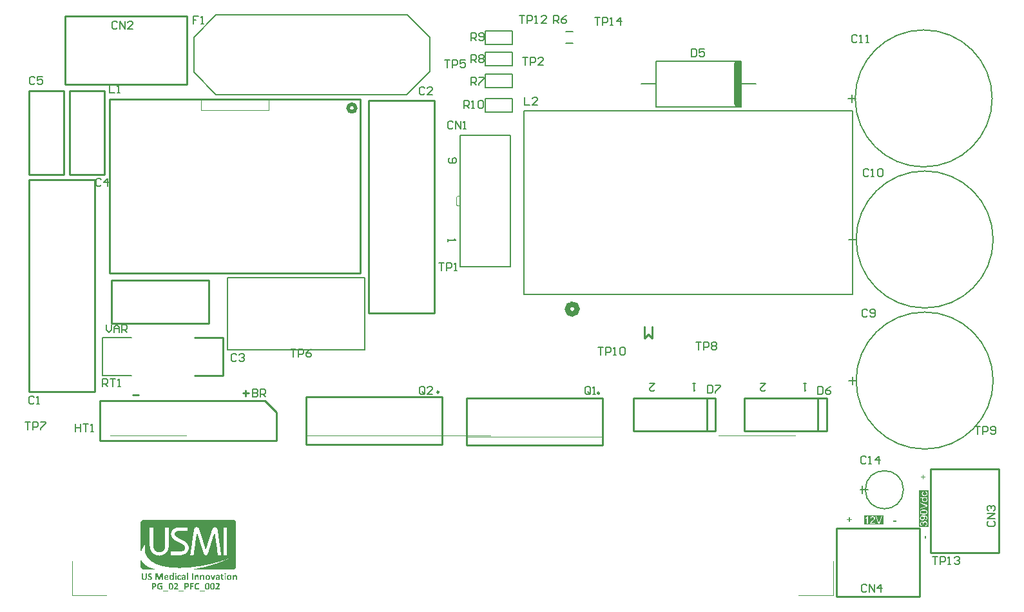
<source format=gto>
G04 Layer_Color=65535*
%FSLAX25Y25*%
%MOIN*%
G70*
G01*
G75*
%ADD54C,0.00787*%
%ADD55C,0.02953*%
%ADD56C,0.01969*%
%ADD57C,0.01000*%
%ADD58C,0.00100*%
%ADD59C,0.03937*%
%ADD60C,0.00500*%
%ADD61C,0.00315*%
%ADD62C,0.00394*%
%ADD63C,0.00800*%
G36*
X190786Y122279D02*
X190876Y122267D01*
X190882D01*
X190894Y122260D01*
X190918D01*
X190948Y122255D01*
X191020Y122237D01*
X191098Y122219D01*
X191104D01*
X191116Y122213D01*
X191134Y122206D01*
X191158Y122201D01*
X191218Y122176D01*
X191279Y122146D01*
X191285D01*
X191291Y122140D01*
X191327Y122128D01*
X191363Y122104D01*
X191387Y122086D01*
X191393Y122080D01*
X191399Y122074D01*
X191411Y122056D01*
X191417Y122038D01*
Y122032D01*
X191423Y122026D01*
X191435Y121990D01*
Y121984D01*
X191441Y121972D01*
X191447Y121942D01*
Y121912D01*
Y121906D01*
X191453Y121882D01*
Y121846D01*
Y121804D01*
Y121798D01*
Y121792D01*
Y121756D01*
Y121714D01*
X191447Y121672D01*
Y121666D01*
X191441Y121642D01*
X191435Y121617D01*
X191429Y121587D01*
Y121581D01*
X191423Y121569D01*
X191405Y121539D01*
X191393Y121533D01*
X191381Y121527D01*
X191357D01*
X191339Y121533D01*
X191309Y121545D01*
X191267Y121563D01*
X191254Y121569D01*
X191225Y121587D01*
X191176Y121611D01*
X191116Y121642D01*
X191110D01*
X191098Y121648D01*
X191080Y121660D01*
X191056Y121666D01*
X190990Y121690D01*
X190906Y121720D01*
X190900D01*
X190888Y121726D01*
X190858Y121732D01*
X190828Y121738D01*
X190792Y121744D01*
X190744Y121750D01*
X190641Y121756D01*
X190605D01*
X190575Y121750D01*
X190515Y121744D01*
X190449Y121726D01*
X190443D01*
X190437Y121720D01*
X190401Y121708D01*
X190353Y121678D01*
X190311Y121648D01*
X190305Y121642D01*
X190281Y121617D01*
X190251Y121581D01*
X190227Y121533D01*
X190221Y121521D01*
X190215Y121491D01*
X190209Y121449D01*
X190203Y121395D01*
Y121389D01*
Y121377D01*
X190209Y121353D01*
Y121329D01*
X190227Y121263D01*
X190263Y121197D01*
Y121191D01*
X190275Y121185D01*
X190305Y121149D01*
X190359Y121101D01*
X190425Y121053D01*
X190431D01*
X190443Y121040D01*
X190467Y121028D01*
X190491Y121017D01*
X190563Y120974D01*
X190654Y120932D01*
X190659D01*
X190678Y120920D01*
X190702Y120914D01*
X190738Y120896D01*
X190774Y120878D01*
X190822Y120860D01*
X190918Y120818D01*
X190924D01*
X190942Y120806D01*
X190966Y120794D01*
X191002Y120776D01*
X191086Y120734D01*
X191182Y120674D01*
X191188Y120668D01*
X191206Y120662D01*
X191230Y120644D01*
X191261Y120620D01*
X191339Y120560D01*
X191417Y120482D01*
X191423Y120476D01*
X191435Y120464D01*
X191453Y120440D01*
X191477Y120410D01*
X191501Y120373D01*
X191531Y120325D01*
X191579Y120223D01*
X191585Y120217D01*
X191591Y120199D01*
X191603Y120169D01*
X191615Y120127D01*
X191627Y120073D01*
X191633Y120013D01*
X191645Y119947D01*
Y119875D01*
Y119863D01*
Y119833D01*
X191639Y119778D01*
X191633Y119718D01*
X191621Y119646D01*
X191603Y119568D01*
X191579Y119484D01*
X191543Y119406D01*
X191537Y119400D01*
X191525Y119376D01*
X191501Y119334D01*
X191477Y119292D01*
X191435Y119237D01*
X191393Y119183D01*
X191339Y119129D01*
X191279Y119075D01*
X191273Y119069D01*
X191249Y119051D01*
X191212Y119027D01*
X191164Y119003D01*
X191110Y118967D01*
X191038Y118937D01*
X190966Y118907D01*
X190882Y118877D01*
X190870D01*
X190840Y118865D01*
X190798Y118859D01*
X190738Y118847D01*
X190666Y118835D01*
X190581Y118823D01*
X190497Y118817D01*
X190401Y118811D01*
X190341D01*
X190293Y118817D01*
X190245D01*
X190191Y118823D01*
X190077Y118841D01*
X190071D01*
X190052Y118847D01*
X190023Y118853D01*
X189986Y118859D01*
X189902Y118883D01*
X189812Y118907D01*
X189806D01*
X189794Y118913D01*
X189770Y118919D01*
X189746Y118931D01*
X189686Y118955D01*
X189620Y118985D01*
X189614D01*
X189608Y118991D01*
X189578Y119015D01*
X189542Y119039D01*
X189506Y119069D01*
X189500Y119075D01*
X189488Y119093D01*
X189476Y119123D01*
X189464Y119165D01*
Y119171D01*
Y119177D01*
X189457Y119213D01*
X189452Y119274D01*
Y119352D01*
Y119358D01*
Y119364D01*
Y119400D01*
Y119442D01*
Y119484D01*
Y119496D01*
X189457Y119514D01*
X189464Y119544D01*
X189470Y119574D01*
Y119580D01*
X189476Y119592D01*
X189488Y119610D01*
X189500Y119622D01*
X189506Y119628D01*
X189518Y119634D01*
X189530Y119640D01*
X189554D01*
X189572Y119634D01*
X189608Y119622D01*
X189650Y119592D01*
X189656D01*
X189662Y119586D01*
X189698Y119562D01*
X189746Y119532D01*
X189818Y119496D01*
X189824D01*
X189836Y119490D01*
X189860Y119478D01*
X189890Y119466D01*
X189926Y119454D01*
X189968Y119436D01*
X190065Y119406D01*
X190071D01*
X190089Y119400D01*
X190119Y119394D01*
X190161Y119388D01*
X190209Y119376D01*
X190269Y119370D01*
X190329Y119364D01*
X190449D01*
X190479Y119370D01*
X190551Y119376D01*
X190623Y119388D01*
X190629D01*
X190641Y119394D01*
X190659Y119400D01*
X190684Y119412D01*
X190738Y119436D01*
X190792Y119472D01*
X190798D01*
X190804Y119484D01*
X190828Y119508D01*
X190864Y119550D01*
X190894Y119604D01*
Y119610D01*
X190900Y119616D01*
X190906Y119634D01*
X190918Y119658D01*
X190930Y119718D01*
X190936Y119784D01*
Y119790D01*
Y119802D01*
X190930Y119826D01*
Y119851D01*
X190906Y119917D01*
X190894Y119953D01*
X190870Y119983D01*
Y119989D01*
X190858Y119995D01*
X190828Y120031D01*
X190774Y120079D01*
X190708Y120127D01*
X190702Y120133D01*
X190690Y120139D01*
X190672Y120151D01*
X190641Y120169D01*
X190612Y120187D01*
X190569Y120205D01*
X190479Y120247D01*
X190473D01*
X190455Y120259D01*
X190431Y120265D01*
X190401Y120283D01*
X190359Y120301D01*
X190317Y120319D01*
X190221Y120361D01*
X190215Y120367D01*
X190197Y120373D01*
X190173Y120385D01*
X190137Y120404D01*
X190101Y120428D01*
X190052Y120451D01*
X189956Y120506D01*
X189950Y120512D01*
X189932Y120518D01*
X189908Y120536D01*
X189878Y120560D01*
X189806Y120620D01*
X189728Y120692D01*
X189722Y120698D01*
X189710Y120710D01*
X189692Y120734D01*
X189674Y120770D01*
X189650Y120806D01*
X189620Y120854D01*
X189572Y120956D01*
Y120962D01*
X189560Y120980D01*
X189554Y121017D01*
X189542Y121058D01*
X189530Y121113D01*
X189524Y121173D01*
X189512Y121239D01*
Y121317D01*
Y121329D01*
Y121359D01*
X189518Y121407D01*
X189524Y121461D01*
X189530Y121527D01*
X189548Y121599D01*
X189566Y121672D01*
X189596Y121744D01*
X189602Y121750D01*
X189614Y121774D01*
X189632Y121810D01*
X189662Y121852D01*
X189692Y121894D01*
X189734Y121948D01*
X189782Y121996D01*
X189836Y122044D01*
X189842Y122050D01*
X189866Y122062D01*
X189896Y122086D01*
X189938Y122116D01*
X189992Y122146D01*
X190052Y122176D01*
X190125Y122206D01*
X190197Y122231D01*
X190209D01*
X190233Y122242D01*
X190275Y122248D01*
X190329Y122260D01*
X190395Y122273D01*
X190467Y122279D01*
X190551Y122291D01*
X190714D01*
X190786Y122279D01*
D02*
G37*
G36*
X203912Y122387D02*
X203960Y122381D01*
X204062Y122363D01*
X204104Y122339D01*
X204140Y122315D01*
X204146Y122309D01*
X204152Y122303D01*
X204164Y122285D01*
X204182Y122255D01*
X204194Y122219D01*
X204206Y122170D01*
X204212Y122116D01*
X204218Y122050D01*
Y122044D01*
Y122020D01*
X204212Y121984D01*
X204206Y121942D01*
X204182Y121858D01*
X204164Y121816D01*
X204134Y121780D01*
X204128D01*
X204116Y121768D01*
X204098Y121756D01*
X204068Y121744D01*
X204026Y121732D01*
X203978Y121720D01*
X203912Y121714D01*
X203839Y121708D01*
X203803D01*
X203767Y121714D01*
X203719Y121720D01*
X203617Y121738D01*
X203575Y121756D01*
X203539Y121780D01*
Y121786D01*
X203527Y121792D01*
X203515Y121810D01*
X203503Y121840D01*
X203491Y121876D01*
X203479Y121918D01*
X203473Y121972D01*
X203467Y122038D01*
Y122044D01*
Y122068D01*
X203473Y122104D01*
X203479Y122146D01*
X203503Y122237D01*
X203521Y122279D01*
X203545Y122315D01*
X203551Y122321D01*
X203563Y122327D01*
X203581Y122339D01*
X203611Y122357D01*
X203653Y122369D01*
X203701Y122381D01*
X203767Y122387D01*
X203839Y122393D01*
X203875D01*
X203912Y122387D01*
D02*
G37*
G36*
X229550D02*
X229598Y122381D01*
X229700Y122363D01*
X229743Y122339D01*
X229779Y122315D01*
X229785Y122309D01*
X229791Y122303D01*
X229803Y122285D01*
X229821Y122255D01*
X229833Y122219D01*
X229845Y122170D01*
X229851Y122116D01*
X229857Y122050D01*
Y122044D01*
Y122020D01*
X229851Y121984D01*
X229845Y121942D01*
X229821Y121858D01*
X229803Y121816D01*
X229773Y121780D01*
X229767D01*
X229755Y121768D01*
X229737Y121756D01*
X229707Y121744D01*
X229664Y121732D01*
X229616Y121720D01*
X229550Y121714D01*
X229478Y121708D01*
X229442D01*
X229406Y121714D01*
X229358Y121720D01*
X229256Y121738D01*
X229214Y121756D01*
X229178Y121780D01*
Y121786D01*
X229166Y121792D01*
X229154Y121810D01*
X229142Y121840D01*
X229130Y121876D01*
X229117Y121918D01*
X229112Y121972D01*
X229105Y122038D01*
Y122044D01*
Y122068D01*
X229112Y122104D01*
X229117Y122146D01*
X229142Y122237D01*
X229160Y122279D01*
X229184Y122315D01*
X229190Y122321D01*
X229202Y122327D01*
X229220Y122339D01*
X229250Y122357D01*
X229292Y122369D01*
X229340Y122381D01*
X229406Y122387D01*
X229478Y122393D01*
X229514D01*
X229550Y122387D01*
D02*
G37*
G36*
X202638Y122471D02*
X202685Y122465D01*
X202698D01*
X202722Y122459D01*
X202758Y122453D01*
X202788Y122441D01*
X202794D01*
X202806Y122435D01*
X202824Y122423D01*
X202842Y122405D01*
X202848D01*
X202854Y122393D01*
X202860Y122381D01*
Y122363D01*
Y118955D01*
Y118949D01*
Y118937D01*
X202854Y118925D01*
X202842Y118907D01*
X202830Y118895D01*
X202818Y118889D01*
X202800Y118877D01*
X202794D01*
X202776Y118871D01*
X202752Y118865D01*
X202716Y118859D01*
X202679D01*
X202638Y118853D01*
X202487D01*
X202445Y118859D01*
X202439D01*
X202415Y118865D01*
X202391Y118871D01*
X202361Y118877D01*
X202355D01*
X202343Y118883D01*
X202313Y118907D01*
Y118913D01*
X202307Y118919D01*
X202301Y118955D01*
Y119213D01*
X202295Y119208D01*
X202271Y119183D01*
X202235Y119147D01*
X202187Y119105D01*
X202133Y119057D01*
X202073Y119003D01*
X202000Y118955D01*
X201928Y118913D01*
X201922Y118907D01*
X201892Y118895D01*
X201850Y118883D01*
X201802Y118865D01*
X201736Y118841D01*
X201658Y118829D01*
X201580Y118817D01*
X201490Y118811D01*
X201448D01*
X201393Y118817D01*
X201333Y118823D01*
X201261Y118835D01*
X201189Y118853D01*
X201111Y118877D01*
X201039Y118913D01*
X201033Y118919D01*
X201009Y118931D01*
X200979Y118955D01*
X200937Y118985D01*
X200889Y119027D01*
X200840Y119075D01*
X200792Y119129D01*
X200744Y119189D01*
X200738Y119195D01*
X200726Y119220D01*
X200708Y119255D01*
X200678Y119304D01*
X200654Y119364D01*
X200624Y119436D01*
X200600Y119508D01*
X200576Y119592D01*
Y119604D01*
X200570Y119634D01*
X200564Y119682D01*
X200552Y119742D01*
X200546Y119815D01*
X200534Y119899D01*
X200528Y119989D01*
Y120085D01*
Y120091D01*
Y120097D01*
Y120115D01*
Y120139D01*
X200534Y120193D01*
Y120271D01*
X200546Y120355D01*
X200558Y120446D01*
X200570Y120542D01*
X200594Y120638D01*
X200600Y120650D01*
X200606Y120680D01*
X200624Y120728D01*
X200642Y120782D01*
X200672Y120848D01*
X200702Y120920D01*
X200744Y120992D01*
X200786Y121058D01*
X200792Y121065D01*
X200810Y121089D01*
X200834Y121119D01*
X200870Y121161D01*
X200919Y121203D01*
X200973Y121245D01*
X201033Y121293D01*
X201099Y121329D01*
X201105Y121335D01*
X201135Y121347D01*
X201171Y121359D01*
X201225Y121377D01*
X201291Y121395D01*
X201363Y121413D01*
X201448Y121419D01*
X201538Y121425D01*
X201574D01*
X201610Y121419D01*
X201658Y121413D01*
X201712Y121407D01*
X201772Y121389D01*
X201832Y121371D01*
X201892Y121341D01*
X201898Y121335D01*
X201922Y121329D01*
X201952Y121311D01*
X201994Y121281D01*
X202043Y121251D01*
X202097Y121215D01*
X202151Y121167D01*
X202211Y121113D01*
Y122363D01*
Y122369D01*
Y122375D01*
X202223Y122405D01*
Y122411D01*
X202235Y122417D01*
X202247Y122429D01*
X202271Y122441D01*
X202277Y122447D01*
X202301Y122453D01*
X202331Y122459D01*
X202373Y122465D01*
X202385D01*
X202421Y122471D01*
X202469Y122477D01*
X202589D01*
X202638Y122471D01*
D02*
G37*
G36*
X215036Y121419D02*
X215090Y121413D01*
X215156Y121407D01*
X215222Y121395D01*
X215288Y121371D01*
X215355Y121347D01*
X215361Y121341D01*
X215385Y121335D01*
X215409Y121317D01*
X215451Y121293D01*
X215487Y121263D01*
X215535Y121221D01*
X215577Y121179D01*
X215613Y121131D01*
X215619Y121125D01*
X215631Y121107D01*
X215649Y121077D01*
X215667Y121040D01*
X215691Y120999D01*
X215715Y120944D01*
X215739Y120884D01*
X215757Y120818D01*
Y120812D01*
X215763Y120788D01*
X215775Y120746D01*
X215781Y120698D01*
X215793Y120632D01*
X215799Y120560D01*
X215805Y120476D01*
Y120385D01*
Y118955D01*
Y118949D01*
Y118937D01*
X215799Y118925D01*
X215787Y118907D01*
X215781D01*
X215775Y118895D01*
X215757Y118889D01*
X215733Y118877D01*
X215727D01*
X215709Y118871D01*
X215673D01*
X215631Y118865D01*
X215619D01*
X215589Y118859D01*
X215541Y118853D01*
X215427D01*
X215373Y118859D01*
X215319Y118865D01*
X215307D01*
X215283Y118871D01*
X215252D01*
X215222Y118877D01*
X215216D01*
X215204Y118883D01*
X215186Y118895D01*
X215168Y118907D01*
Y118913D01*
X215162Y118919D01*
X215156Y118955D01*
Y120277D01*
Y120283D01*
Y120307D01*
Y120337D01*
X215150Y120373D01*
X215144Y120457D01*
X215138Y120506D01*
X215126Y120542D01*
Y120548D01*
X215120Y120560D01*
X215114Y120578D01*
X215108Y120596D01*
X215084Y120650D01*
X215054Y120704D01*
Y120710D01*
X215048Y120716D01*
X215024Y120746D01*
X214988Y120782D01*
X214934Y120812D01*
X214928D01*
X214922Y120818D01*
X214886Y120836D01*
X214832Y120848D01*
X214766Y120854D01*
X214742D01*
X214718Y120848D01*
X214687Y120842D01*
X214645Y120830D01*
X214603Y120812D01*
X214555Y120788D01*
X214507Y120758D01*
X214501Y120752D01*
X214483Y120740D01*
X214459Y120722D01*
X214429Y120692D01*
X214387Y120656D01*
X214345Y120608D01*
X214297Y120554D01*
X214249Y120494D01*
Y118955D01*
Y118949D01*
Y118937D01*
X214243Y118925D01*
X214231Y118907D01*
X214225D01*
X214219Y118895D01*
X214201Y118889D01*
X214177Y118877D01*
X214171D01*
X214153Y118871D01*
X214117D01*
X214074Y118865D01*
X214062D01*
X214032Y118859D01*
X213984Y118853D01*
X213864D01*
X213810Y118859D01*
X213756Y118865D01*
X213744D01*
X213720Y118871D01*
X213690D01*
X213660Y118877D01*
X213654D01*
X213642Y118883D01*
X213624Y118895D01*
X213606Y118907D01*
Y118913D01*
X213600Y118919D01*
X213594Y118955D01*
Y121269D01*
Y121275D01*
Y121287D01*
X213606Y121317D01*
Y121323D01*
X213618Y121329D01*
X213630Y121335D01*
X213648Y121347D01*
X213654D01*
X213672Y121353D01*
X213702Y121359D01*
X213738Y121365D01*
X213750D01*
X213774Y121371D01*
X213816Y121377D01*
X213918D01*
X213966Y121371D01*
X214008Y121365D01*
X214020D01*
X214038Y121359D01*
X214069Y121353D01*
X214092Y121347D01*
X214099D01*
X214111Y121341D01*
X214123Y121329D01*
X214135Y121317D01*
X214141Y121311D01*
X214147Y121305D01*
X214153Y121287D01*
Y121269D01*
Y121004D01*
X214159Y121017D01*
X214183Y121040D01*
X214225Y121077D01*
X214273Y121125D01*
X214327Y121173D01*
X214393Y121227D01*
X214465Y121275D01*
X214537Y121317D01*
X214549Y121323D01*
X214573Y121335D01*
X214615Y121353D01*
X214664Y121371D01*
X214730Y121389D01*
X214796Y121407D01*
X214874Y121419D01*
X214952Y121425D01*
X214994D01*
X215036Y121419D01*
D02*
G37*
G36*
X217891D02*
X217945Y121413D01*
X218011Y121407D01*
X218077Y121395D01*
X218143Y121371D01*
X218209Y121347D01*
X218215Y121341D01*
X218239Y121335D01*
X218264Y121317D01*
X218305Y121293D01*
X218342Y121263D01*
X218390Y121221D01*
X218432Y121179D01*
X218468Y121131D01*
X218474Y121125D01*
X218486Y121107D01*
X218504Y121077D01*
X218522Y121040D01*
X218546Y120999D01*
X218570Y120944D01*
X218594Y120884D01*
X218612Y120818D01*
Y120812D01*
X218618Y120788D01*
X218630Y120746D01*
X218636Y120698D01*
X218648Y120632D01*
X218654Y120560D01*
X218660Y120476D01*
Y120385D01*
Y118955D01*
Y118949D01*
Y118937D01*
X218654Y118925D01*
X218642Y118907D01*
X218636D01*
X218630Y118895D01*
X218612Y118889D01*
X218588Y118877D01*
X218582D01*
X218564Y118871D01*
X218528D01*
X218486Y118865D01*
X218474D01*
X218444Y118859D01*
X218396Y118853D01*
X218282D01*
X218227Y118859D01*
X218173Y118865D01*
X218161D01*
X218137Y118871D01*
X218107D01*
X218077Y118877D01*
X218071D01*
X218059Y118883D01*
X218041Y118895D01*
X218023Y118907D01*
Y118913D01*
X218017Y118919D01*
X218011Y118955D01*
Y120277D01*
Y120283D01*
Y120307D01*
Y120337D01*
X218005Y120373D01*
X217999Y120457D01*
X217993Y120506D01*
X217981Y120542D01*
Y120548D01*
X217975Y120560D01*
X217969Y120578D01*
X217963Y120596D01*
X217939Y120650D01*
X217909Y120704D01*
Y120710D01*
X217903Y120716D01*
X217879Y120746D01*
X217843Y120782D01*
X217789Y120812D01*
X217783D01*
X217777Y120818D01*
X217741Y120836D01*
X217687Y120848D01*
X217620Y120854D01*
X217596D01*
X217572Y120848D01*
X217542Y120842D01*
X217500Y120830D01*
X217458Y120812D01*
X217410Y120788D01*
X217362Y120758D01*
X217356Y120752D01*
X217338Y120740D01*
X217314Y120722D01*
X217284Y120692D01*
X217242Y120656D01*
X217200Y120608D01*
X217152Y120554D01*
X217104Y120494D01*
Y118955D01*
Y118949D01*
Y118937D01*
X217097Y118925D01*
X217086Y118907D01*
X217079D01*
X217073Y118895D01*
X217056Y118889D01*
X217031Y118877D01*
X217025D01*
X217007Y118871D01*
X216971D01*
X216929Y118865D01*
X216917D01*
X216887Y118859D01*
X216839Y118853D01*
X216719D01*
X216665Y118859D01*
X216611Y118865D01*
X216599D01*
X216575Y118871D01*
X216545D01*
X216515Y118877D01*
X216509D01*
X216496Y118883D01*
X216478Y118895D01*
X216460Y118907D01*
Y118913D01*
X216455Y118919D01*
X216448Y118955D01*
Y121269D01*
Y121275D01*
Y121287D01*
X216460Y121317D01*
Y121323D01*
X216473Y121329D01*
X216484Y121335D01*
X216502Y121347D01*
X216509D01*
X216527Y121353D01*
X216557Y121359D01*
X216593Y121365D01*
X216605D01*
X216629Y121371D01*
X216671Y121377D01*
X216773D01*
X216821Y121371D01*
X216863Y121365D01*
X216875D01*
X216893Y121359D01*
X216923Y121353D01*
X216947Y121347D01*
X216953D01*
X216965Y121341D01*
X216977Y121329D01*
X216989Y121317D01*
X216995Y121311D01*
X217001Y121305D01*
X217007Y121287D01*
Y121269D01*
Y121004D01*
X217013Y121017D01*
X217037Y121040D01*
X217079Y121077D01*
X217128Y121125D01*
X217182Y121173D01*
X217248Y121227D01*
X217320Y121275D01*
X217392Y121317D01*
X217404Y121323D01*
X217428Y121335D01*
X217470Y121353D01*
X217518Y121371D01*
X217584Y121389D01*
X217651Y121407D01*
X217729Y121419D01*
X217807Y121425D01*
X217849D01*
X217891Y121419D01*
D02*
G37*
G36*
X234761D02*
X234815Y121413D01*
X234881Y121407D01*
X234947Y121395D01*
X235013Y121371D01*
X235079Y121347D01*
X235086Y121341D01*
X235109Y121335D01*
X235134Y121317D01*
X235176Y121293D01*
X235212Y121263D01*
X235260Y121221D01*
X235302Y121179D01*
X235338Y121131D01*
X235344Y121125D01*
X235356Y121107D01*
X235374Y121077D01*
X235392Y121040D01*
X235416Y120999D01*
X235440Y120944D01*
X235464Y120884D01*
X235482Y120818D01*
Y120812D01*
X235488Y120788D01*
X235500Y120746D01*
X235506Y120698D01*
X235518Y120632D01*
X235524Y120560D01*
X235530Y120476D01*
Y120385D01*
Y118955D01*
Y118949D01*
Y118937D01*
X235524Y118925D01*
X235512Y118907D01*
X235506D01*
X235500Y118895D01*
X235482Y118889D01*
X235458Y118877D01*
X235452D01*
X235434Y118871D01*
X235398D01*
X235356Y118865D01*
X235344D01*
X235314Y118859D01*
X235266Y118853D01*
X235152D01*
X235098Y118859D01*
X235043Y118865D01*
X235031D01*
X235007Y118871D01*
X234977D01*
X234947Y118877D01*
X234941D01*
X234929Y118883D01*
X234911Y118895D01*
X234893Y118907D01*
Y118913D01*
X234887Y118919D01*
X234881Y118955D01*
Y120277D01*
Y120283D01*
Y120307D01*
Y120337D01*
X234875Y120373D01*
X234869Y120457D01*
X234863Y120506D01*
X234851Y120542D01*
Y120548D01*
X234845Y120560D01*
X234839Y120578D01*
X234833Y120596D01*
X234809Y120650D01*
X234779Y120704D01*
Y120710D01*
X234773Y120716D01*
X234749Y120746D01*
X234713Y120782D01*
X234659Y120812D01*
X234653D01*
X234647Y120818D01*
X234611Y120836D01*
X234557Y120848D01*
X234490Y120854D01*
X234466D01*
X234442Y120848D01*
X234412Y120842D01*
X234370Y120830D01*
X234328Y120812D01*
X234280Y120788D01*
X234232Y120758D01*
X234226Y120752D01*
X234208Y120740D01*
X234184Y120722D01*
X234154Y120692D01*
X234112Y120656D01*
X234070Y120608D01*
X234022Y120554D01*
X233974Y120494D01*
Y118955D01*
Y118949D01*
Y118937D01*
X233968Y118925D01*
X233956Y118907D01*
X233950D01*
X233944Y118895D01*
X233926Y118889D01*
X233902Y118877D01*
X233895D01*
X233877Y118871D01*
X233841D01*
X233799Y118865D01*
X233787D01*
X233757Y118859D01*
X233709Y118853D01*
X233589D01*
X233535Y118859D01*
X233481Y118865D01*
X233469D01*
X233445Y118871D01*
X233415D01*
X233385Y118877D01*
X233379D01*
X233367Y118883D01*
X233349Y118895D01*
X233330Y118907D01*
Y118913D01*
X233325Y118919D01*
X233318Y118955D01*
Y121269D01*
Y121275D01*
Y121287D01*
X233330Y121317D01*
Y121323D01*
X233343Y121329D01*
X233355Y121335D01*
X233373Y121347D01*
X233379D01*
X233397Y121353D01*
X233427Y121359D01*
X233463Y121365D01*
X233475D01*
X233499Y121371D01*
X233541Y121377D01*
X233643D01*
X233691Y121371D01*
X233733Y121365D01*
X233745D01*
X233763Y121359D01*
X233793Y121353D01*
X233817Y121347D01*
X233823D01*
X233835Y121341D01*
X233847Y121329D01*
X233859Y121317D01*
X233865Y121311D01*
X233871Y121305D01*
X233877Y121287D01*
Y121269D01*
Y121004D01*
X233884Y121017D01*
X233908Y121040D01*
X233950Y121077D01*
X233998Y121125D01*
X234052Y121173D01*
X234118Y121227D01*
X234190Y121275D01*
X234262Y121317D01*
X234274Y121323D01*
X234298Y121335D01*
X234340Y121353D01*
X234388Y121371D01*
X234454Y121389D01*
X234521Y121407D01*
X234599Y121419D01*
X234677Y121425D01*
X234719D01*
X234761Y121419D01*
D02*
G37*
G36*
X220320Y117280D02*
X220398Y117273D01*
X220488Y117255D01*
X220584Y117237D01*
X220680Y117207D01*
X220770Y117165D01*
X220782Y117159D01*
X220806Y117141D01*
X220848Y117117D01*
X220902Y117075D01*
X220957Y117027D01*
X221017Y116973D01*
X221077Y116901D01*
X221131Y116823D01*
X221137Y116811D01*
X221155Y116781D01*
X221173Y116739D01*
X221203Y116673D01*
X221233Y116594D01*
X221263Y116498D01*
X221293Y116396D01*
X221317Y116282D01*
Y116276D01*
Y116270D01*
X221323Y116252D01*
Y116228D01*
X221329Y116198D01*
X221335Y116162D01*
X221347Y116071D01*
X221353Y115963D01*
X221365Y115843D01*
X221371Y115705D01*
Y115555D01*
Y115549D01*
Y115537D01*
Y115513D01*
Y115489D01*
Y115453D01*
X221365Y115410D01*
Y115314D01*
X221353Y115200D01*
X221341Y115080D01*
X221329Y114954D01*
X221305Y114828D01*
Y114822D01*
Y114815D01*
X221299Y114797D01*
X221293Y114773D01*
X221275Y114713D01*
X221251Y114635D01*
X221221Y114551D01*
X221185Y114455D01*
X221143Y114365D01*
X221089Y114275D01*
X221083Y114262D01*
X221065Y114239D01*
X221029Y114196D01*
X220987Y114148D01*
X220933Y114088D01*
X220866Y114034D01*
X220794Y113974D01*
X220710Y113926D01*
X220698Y113920D01*
X220668Y113908D01*
X220620Y113890D01*
X220548Y113866D01*
X220464Y113842D01*
X220368Y113824D01*
X220259Y113812D01*
X220133Y113806D01*
X220079D01*
X220013Y113812D01*
X219935Y113818D01*
X219845Y113836D01*
X219748Y113854D01*
X219652Y113884D01*
X219562Y113920D01*
X219550Y113926D01*
X219526Y113944D01*
X219484Y113968D01*
X219430Y114010D01*
X219376Y114058D01*
X219316Y114118D01*
X219256Y114184D01*
X219202Y114262D01*
X219196Y114275D01*
X219178Y114305D01*
X219160Y114353D01*
X219129Y114413D01*
X219099Y114491D01*
X219069Y114587D01*
X219039Y114689D01*
X219015Y114803D01*
Y114809D01*
Y114815D01*
X219009Y114833D01*
Y114857D01*
X219003Y114888D01*
Y114924D01*
X218991Y115014D01*
X218985Y115122D01*
X218973Y115242D01*
X218967Y115380D01*
Y115531D01*
Y115537D01*
Y115549D01*
Y115567D01*
Y115597D01*
Y115633D01*
X218973Y115675D01*
Y115771D01*
X218985Y115879D01*
X218997Y116005D01*
X219009Y116126D01*
X219033Y116252D01*
Y116258D01*
X219039Y116264D01*
Y116282D01*
X219045Y116306D01*
X219063Y116366D01*
X219087Y116444D01*
X219111Y116534D01*
X219148Y116624D01*
X219196Y116721D01*
X219244Y116811D01*
X219250Y116823D01*
X219268Y116847D01*
X219304Y116889D01*
X219346Y116943D01*
X219400Y116997D01*
X219466Y117057D01*
X219538Y117111D01*
X219622Y117159D01*
X219634Y117165D01*
X219664Y117177D01*
X219719Y117201D01*
X219785Y117226D01*
X219869Y117244D01*
X219965Y117268D01*
X220079Y117280D01*
X220199Y117286D01*
X220259D01*
X220320Y117280D01*
D02*
G37*
G36*
X223018D02*
X223096Y117273D01*
X223186Y117255D01*
X223282Y117237D01*
X223379Y117207D01*
X223469Y117165D01*
X223481Y117159D01*
X223505Y117141D01*
X223547Y117117D01*
X223601Y117075D01*
X223655Y117027D01*
X223715Y116973D01*
X223775Y116901D01*
X223829Y116823D01*
X223835Y116811D01*
X223853Y116781D01*
X223871Y116739D01*
X223902Y116673D01*
X223932Y116594D01*
X223962Y116498D01*
X223992Y116396D01*
X224016Y116282D01*
Y116276D01*
Y116270D01*
X224022Y116252D01*
Y116228D01*
X224028Y116198D01*
X224034Y116162D01*
X224046Y116071D01*
X224052Y115963D01*
X224064Y115843D01*
X224070Y115705D01*
Y115555D01*
Y115549D01*
Y115537D01*
Y115513D01*
Y115489D01*
Y115453D01*
X224064Y115410D01*
Y115314D01*
X224052Y115200D01*
X224040Y115080D01*
X224028Y114954D01*
X224004Y114828D01*
Y114822D01*
Y114815D01*
X223998Y114797D01*
X223992Y114773D01*
X223974Y114713D01*
X223950Y114635D01*
X223920Y114551D01*
X223883Y114455D01*
X223841Y114365D01*
X223787Y114275D01*
X223781Y114262D01*
X223763Y114239D01*
X223727Y114196D01*
X223685Y114148D01*
X223631Y114088D01*
X223565Y114034D01*
X223493Y113974D01*
X223409Y113926D01*
X223397Y113920D01*
X223367Y113908D01*
X223319Y113890D01*
X223246Y113866D01*
X223162Y113842D01*
X223066Y113824D01*
X222958Y113812D01*
X222832Y113806D01*
X222778D01*
X222711Y113812D01*
X222633Y113818D01*
X222543Y113836D01*
X222447Y113854D01*
X222351Y113884D01*
X222261Y113920D01*
X222249Y113926D01*
X222225Y113944D01*
X222183Y113968D01*
X222129Y114010D01*
X222074Y114058D01*
X222014Y114118D01*
X221954Y114184D01*
X221900Y114262D01*
X221894Y114275D01*
X221876Y114305D01*
X221858Y114353D01*
X221828Y114413D01*
X221798Y114491D01*
X221768Y114587D01*
X221738Y114689D01*
X221714Y114803D01*
Y114809D01*
Y114815D01*
X221708Y114833D01*
Y114857D01*
X221702Y114888D01*
Y114924D01*
X221690Y115014D01*
X221684Y115122D01*
X221672Y115242D01*
X221666Y115380D01*
Y115531D01*
Y115537D01*
Y115549D01*
Y115567D01*
Y115597D01*
Y115633D01*
X221672Y115675D01*
Y115771D01*
X221684Y115879D01*
X221696Y116005D01*
X221708Y116126D01*
X221732Y116252D01*
Y116258D01*
X221738Y116264D01*
Y116282D01*
X221744Y116306D01*
X221762Y116366D01*
X221786Y116444D01*
X221810Y116534D01*
X221846Y116624D01*
X221894Y116721D01*
X221942Y116811D01*
X221948Y116823D01*
X221966Y116847D01*
X222002Y116889D01*
X222044Y116943D01*
X222098Y116997D01*
X222165Y117057D01*
X222237Y117111D01*
X222321Y117159D01*
X222333Y117165D01*
X222363Y117177D01*
X222417Y117201D01*
X222483Y117226D01*
X222567Y117244D01*
X222663Y117268D01*
X222778Y117280D01*
X222898Y117286D01*
X222958D01*
X223018Y117280D01*
D02*
G37*
G36*
X192703Y117219D02*
X192782Y117213D01*
X192800D01*
X192824Y117207D01*
X192854Y117201D01*
X192890Y117195D01*
X192938Y117189D01*
X193040Y117171D01*
X193046D01*
X193064Y117165D01*
X193094Y117159D01*
X193136Y117147D01*
X193178Y117135D01*
X193232Y117117D01*
X193341Y117063D01*
X193347Y117057D01*
X193365Y117051D01*
X193395Y117033D01*
X193431Y117009D01*
X193521Y116943D01*
X193605Y116859D01*
X193611Y116853D01*
X193623Y116835D01*
X193641Y116811D01*
X193665Y116781D01*
X193695Y116739D01*
X193719Y116684D01*
X193749Y116630D01*
X193773Y116570D01*
Y116564D01*
X193785Y116540D01*
X193791Y116510D01*
X193803Y116462D01*
X193815Y116408D01*
X193821Y116348D01*
X193833Y116276D01*
Y116204D01*
Y116198D01*
Y116192D01*
Y116156D01*
X193827Y116102D01*
X193821Y116035D01*
X193809Y115957D01*
X193797Y115873D01*
X193773Y115783D01*
X193743Y115699D01*
X193737Y115687D01*
X193725Y115663D01*
X193707Y115621D01*
X193677Y115573D01*
X193641Y115513D01*
X193599Y115453D01*
X193545Y115392D01*
X193485Y115332D01*
X193479Y115326D01*
X193455Y115308D01*
X193419Y115278D01*
X193371Y115248D01*
X193311Y115212D01*
X193238Y115170D01*
X193160Y115134D01*
X193070Y115104D01*
X193058D01*
X193028Y115092D01*
X192974Y115080D01*
X192908Y115068D01*
X192824Y115056D01*
X192722Y115044D01*
X192613Y115038D01*
X192493Y115032D01*
X192217D01*
Y113956D01*
Y113950D01*
Y113938D01*
X192211Y113920D01*
X192199Y113902D01*
X192193D01*
X192187Y113890D01*
X192169Y113884D01*
X192139Y113872D01*
X192133D01*
X192115Y113866D01*
X192078D01*
X192036Y113860D01*
X192024D01*
X191988Y113854D01*
X191940Y113848D01*
X191814D01*
X191760Y113854D01*
X191706Y113860D01*
X191694D01*
X191670Y113866D01*
X191634D01*
X191598Y113872D01*
X191592D01*
X191580Y113878D01*
X191562Y113890D01*
X191544Y113902D01*
Y113908D01*
X191538Y113920D01*
X191532Y113956D01*
Y116979D01*
Y116985D01*
Y116997D01*
X191538Y117021D01*
Y117045D01*
X191556Y117105D01*
X191592Y117159D01*
X191598Y117165D01*
X191604Y117171D01*
X191640Y117195D01*
X191688Y117213D01*
X191724Y117226D01*
X192625D01*
X192703Y117219D01*
D02*
G37*
G36*
X201538Y117280D02*
X201616Y117273D01*
X201707Y117255D01*
X201803Y117237D01*
X201899Y117207D01*
X201989Y117165D01*
X202001Y117159D01*
X202025Y117141D01*
X202067Y117117D01*
X202121Y117075D01*
X202175Y117027D01*
X202235Y116973D01*
X202295Y116901D01*
X202350Y116823D01*
X202356Y116811D01*
X202374Y116781D01*
X202392Y116739D01*
X202422Y116673D01*
X202452Y116594D01*
X202482Y116498D01*
X202512Y116396D01*
X202536Y116282D01*
Y116276D01*
Y116270D01*
X202542Y116252D01*
Y116228D01*
X202548Y116198D01*
X202554Y116162D01*
X202566Y116071D01*
X202572Y115963D01*
X202584Y115843D01*
X202590Y115705D01*
Y115555D01*
Y115549D01*
Y115537D01*
Y115513D01*
Y115489D01*
Y115453D01*
X202584Y115410D01*
Y115314D01*
X202572Y115200D01*
X202560Y115080D01*
X202548Y114954D01*
X202524Y114828D01*
Y114822D01*
Y114815D01*
X202518Y114797D01*
X202512Y114773D01*
X202494Y114713D01*
X202470Y114635D01*
X202440Y114551D01*
X202404Y114455D01*
X202362Y114365D01*
X202308Y114275D01*
X202302Y114262D01*
X202284Y114239D01*
X202247Y114196D01*
X202205Y114148D01*
X202151Y114088D01*
X202085Y114034D01*
X202013Y113974D01*
X201929Y113926D01*
X201917Y113920D01*
X201887Y113908D01*
X201839Y113890D01*
X201767Y113866D01*
X201682Y113842D01*
X201586Y113824D01*
X201478Y113812D01*
X201352Y113806D01*
X201298D01*
X201232Y113812D01*
X201154Y113818D01*
X201063Y113836D01*
X200967Y113854D01*
X200871Y113884D01*
X200781Y113920D01*
X200769Y113926D01*
X200745Y113944D01*
X200703Y113968D01*
X200649Y114010D01*
X200595Y114058D01*
X200535Y114118D01*
X200475Y114184D01*
X200420Y114262D01*
X200414Y114275D01*
X200396Y114305D01*
X200378Y114353D01*
X200348Y114413D01*
X200318Y114491D01*
X200288Y114587D01*
X200258Y114689D01*
X200234Y114803D01*
Y114809D01*
Y114815D01*
X200228Y114833D01*
Y114857D01*
X200222Y114888D01*
Y114924D01*
X200210Y115014D01*
X200204Y115122D01*
X200192Y115242D01*
X200186Y115380D01*
Y115531D01*
Y115537D01*
Y115549D01*
Y115567D01*
Y115597D01*
Y115633D01*
X200192Y115675D01*
Y115771D01*
X200204Y115879D01*
X200216Y116005D01*
X200228Y116126D01*
X200252Y116252D01*
Y116258D01*
X200258Y116264D01*
Y116282D01*
X200264Y116306D01*
X200282Y116366D01*
X200306Y116444D01*
X200330Y116534D01*
X200366Y116624D01*
X200414Y116721D01*
X200463Y116811D01*
X200468Y116823D01*
X200486Y116847D01*
X200523Y116889D01*
X200565Y116943D01*
X200619Y116997D01*
X200685Y117057D01*
X200757Y117111D01*
X200841Y117159D01*
X200853Y117165D01*
X200883Y117177D01*
X200937Y117201D01*
X201003Y117226D01*
X201087Y117244D01*
X201184Y117268D01*
X201298Y117280D01*
X201418Y117286D01*
X201478D01*
X201538Y117280D01*
D02*
G37*
G36*
X199970Y113391D02*
X199994Y113373D01*
X200018Y113343D01*
X200024Y113331D01*
X200030Y113319D01*
X200036Y113301D01*
Y113277D01*
X200042Y113241D01*
X200048Y113205D01*
Y113157D01*
Y113151D01*
Y113139D01*
Y113115D01*
X200042Y113085D01*
X200036Y113031D01*
X200030Y113000D01*
X200018Y112976D01*
X200012Y112964D01*
X200000Y112946D01*
X199976Y112928D01*
X199940Y112916D01*
X197464D01*
X197445Y112922D01*
X197415Y112940D01*
X197391Y112976D01*
X197385Y112988D01*
X197379Y113019D01*
X197373Y113042D01*
Y113073D01*
X197367Y113115D01*
Y113157D01*
Y113163D01*
Y113181D01*
Y113199D01*
X197373Y113229D01*
X197379Y113289D01*
X197385Y113319D01*
X197391Y113343D01*
X197397Y113349D01*
X197409Y113373D01*
X197439Y113391D01*
X197476Y113397D01*
X199952D01*
X199970Y113391D01*
D02*
G37*
G36*
X208017D02*
X208041Y113373D01*
X208065Y113343D01*
X208071Y113331D01*
X208077Y113319D01*
X208083Y113301D01*
Y113277D01*
X208089Y113241D01*
X208095Y113205D01*
Y113157D01*
Y113151D01*
Y113139D01*
Y113115D01*
X208089Y113085D01*
X208083Y113031D01*
X208077Y113000D01*
X208065Y112976D01*
X208059Y112964D01*
X208047Y112946D01*
X208023Y112928D01*
X207987Y112916D01*
X205511D01*
X205493Y112922D01*
X205463Y112940D01*
X205439Y112976D01*
X205433Y112988D01*
X205427Y113019D01*
X205421Y113042D01*
Y113073D01*
X205415Y113115D01*
Y113157D01*
Y113163D01*
Y113181D01*
Y113199D01*
X205421Y113229D01*
X205427Y113289D01*
X205433Y113319D01*
X205439Y113343D01*
X205445Y113349D01*
X205457Y113373D01*
X205487Y113391D01*
X205523Y113397D01*
X207999D01*
X208017Y113391D01*
D02*
G37*
G36*
X218751D02*
X218775Y113373D01*
X218799Y113343D01*
X218805Y113331D01*
X218811Y113319D01*
X218817Y113301D01*
Y113277D01*
X218823Y113241D01*
X218829Y113205D01*
Y113157D01*
Y113151D01*
Y113139D01*
Y113115D01*
X218823Y113085D01*
X218817Y113031D01*
X218811Y113000D01*
X218799Y112976D01*
X218793Y112964D01*
X218781Y112946D01*
X218757Y112928D01*
X218721Y112916D01*
X216245D01*
X216227Y112922D01*
X216197Y112940D01*
X216173Y112976D01*
X216167Y112988D01*
X216161Y113019D01*
X216155Y113042D01*
Y113073D01*
X216149Y113115D01*
Y113157D01*
Y113163D01*
Y113181D01*
Y113199D01*
X216155Y113229D01*
X216161Y113289D01*
X216167Y113319D01*
X216173Y113343D01*
X216179Y113349D01*
X216191Y113373D01*
X216221Y113391D01*
X216257Y113397D01*
X218733D01*
X218751Y113391D01*
D02*
G37*
G36*
X203948Y121371D02*
X203996Y121365D01*
X204008D01*
X204032Y121359D01*
X204068Y121353D01*
X204098Y121341D01*
X204104D01*
X204116Y121335D01*
X204134Y121323D01*
X204152Y121311D01*
X204158Y121305D01*
X204164Y121299D01*
X204170Y121281D01*
Y121263D01*
Y118955D01*
Y118949D01*
Y118937D01*
X204164Y118925D01*
X204152Y118907D01*
X204146D01*
X204140Y118895D01*
X204122Y118889D01*
X204098Y118877D01*
X204092D01*
X204074Y118871D01*
X204038D01*
X203996Y118865D01*
X203984D01*
X203954Y118859D01*
X203906Y118853D01*
X203785D01*
X203731Y118859D01*
X203677Y118865D01*
X203665D01*
X203641Y118871D01*
X203611D01*
X203581Y118877D01*
X203575D01*
X203563Y118883D01*
X203545Y118895D01*
X203527Y118907D01*
Y118913D01*
X203521Y118919D01*
X203515Y118955D01*
Y121263D01*
Y121269D01*
Y121281D01*
X203527Y121311D01*
X203533Y121317D01*
X203539Y121323D01*
X203557Y121329D01*
X203581Y121341D01*
X203587Y121347D01*
X203605Y121353D01*
X203635Y121359D01*
X203677Y121365D01*
X203689D01*
X203725Y121371D01*
X203773Y121377D01*
X203894D01*
X203948Y121371D01*
D02*
G37*
G36*
X208155Y121419D02*
X208227Y121413D01*
X208305Y121401D01*
X208383Y121389D01*
X208461Y121371D01*
X208467D01*
X208491Y121359D01*
X208527Y121347D01*
X208575Y121329D01*
X208671Y121275D01*
X208726Y121245D01*
X208774Y121203D01*
X208780Y121197D01*
X208792Y121185D01*
X208816Y121161D01*
X208846Y121125D01*
X208876Y121089D01*
X208906Y121040D01*
X208936Y120980D01*
X208960Y120920D01*
Y120914D01*
X208972Y120890D01*
X208978Y120854D01*
X208990Y120806D01*
X209002Y120740D01*
X209008Y120674D01*
X209020Y120590D01*
Y120506D01*
Y118949D01*
Y118943D01*
X209014Y118925D01*
X209008Y118907D01*
X208990Y118889D01*
X208984D01*
X208972Y118877D01*
X208942Y118871D01*
X208906Y118865D01*
X208894D01*
X208864Y118859D01*
X208816Y118853D01*
X208678D01*
X208623Y118859D01*
X208575Y118865D01*
X208569D01*
X208545Y118871D01*
X208521Y118877D01*
X208497Y118889D01*
X208491Y118895D01*
X208485Y118901D01*
X208479Y118919D01*
X208473Y118943D01*
Y119129D01*
X208467Y119123D01*
X208449Y119105D01*
X208419Y119075D01*
X208383Y119045D01*
X208335Y119009D01*
X208281Y118967D01*
X208215Y118931D01*
X208149Y118895D01*
X208143Y118889D01*
X208119Y118883D01*
X208083Y118871D01*
X208028Y118853D01*
X207968Y118835D01*
X207902Y118823D01*
X207830Y118817D01*
X207746Y118811D01*
X207680D01*
X207632Y118817D01*
X207578Y118823D01*
X207524Y118829D01*
X207403Y118859D01*
X207397D01*
X207379Y118871D01*
X207349Y118877D01*
X207313Y118895D01*
X207229Y118937D01*
X207139Y118997D01*
X207133Y119003D01*
X207121Y119015D01*
X207097Y119033D01*
X207073Y119063D01*
X207049Y119099D01*
X207019Y119135D01*
X206965Y119231D01*
Y119237D01*
X206953Y119255D01*
X206947Y119286D01*
X206935Y119328D01*
X206923Y119376D01*
X206917Y119430D01*
X206905Y119496D01*
Y119562D01*
Y119574D01*
Y119598D01*
X206911Y119634D01*
X206917Y119682D01*
X206923Y119736D01*
X206941Y119797D01*
X206959Y119857D01*
X206983Y119911D01*
X206989Y119917D01*
X206995Y119935D01*
X207019Y119965D01*
X207043Y120001D01*
X207073Y120037D01*
X207115Y120079D01*
X207163Y120121D01*
X207217Y120157D01*
X207223Y120163D01*
X207247Y120175D01*
X207277Y120193D01*
X207325Y120217D01*
X207379Y120241D01*
X207446Y120265D01*
X207524Y120289D01*
X207608Y120307D01*
X207620D01*
X207650Y120313D01*
X207698Y120325D01*
X207764Y120331D01*
X207842Y120343D01*
X207932Y120349D01*
X208040Y120355D01*
X208377D01*
Y120494D01*
Y120500D01*
Y120512D01*
Y120530D01*
Y120560D01*
X208365Y120620D01*
X208353Y120680D01*
Y120686D01*
X208347Y120692D01*
X208335Y120728D01*
X208311Y120776D01*
X208275Y120818D01*
X208269Y120830D01*
X208239Y120848D01*
X208197Y120872D01*
X208143Y120896D01*
X208137D01*
X208131Y120902D01*
X208113Y120908D01*
X208088Y120914D01*
X208022Y120920D01*
X207938Y120926D01*
X207878D01*
X207836Y120920D01*
X207746Y120908D01*
X207644Y120884D01*
X207638D01*
X207620Y120878D01*
X207596Y120872D01*
X207566Y120860D01*
X207494Y120836D01*
X207415Y120806D01*
X207409D01*
X207397Y120800D01*
X207379Y120794D01*
X207361Y120782D01*
X207307Y120758D01*
X207253Y120728D01*
X207241Y120722D01*
X207217Y120710D01*
X207181Y120698D01*
X207145Y120692D01*
X207127D01*
X207109Y120698D01*
X207091Y120710D01*
Y120716D01*
X207079Y120722D01*
X207055Y120758D01*
Y120764D01*
X207049Y120782D01*
X207043Y120806D01*
X207037Y120842D01*
Y120848D01*
Y120872D01*
X207031Y120908D01*
Y120950D01*
Y120956D01*
Y120962D01*
Y120999D01*
X207037Y121035D01*
X207043Y121077D01*
Y121083D01*
X207055Y121107D01*
X207067Y121131D01*
X207091Y121161D01*
X207097Y121167D01*
X207121Y121185D01*
X207157Y121215D01*
X207217Y121245D01*
X207223D01*
X207235Y121251D01*
X207253Y121263D01*
X207277Y121275D01*
X207343Y121299D01*
X207427Y121329D01*
X207433D01*
X207452Y121335D01*
X207475Y121341D01*
X207512Y121353D01*
X207548Y121365D01*
X207596Y121377D01*
X207698Y121395D01*
X207704D01*
X207722Y121401D01*
X207752Y121407D01*
X207788Y121413D01*
X207836D01*
X207884Y121419D01*
X207992Y121425D01*
X208088D01*
X208155Y121419D01*
D02*
G37*
G36*
X210102Y122483D02*
X210150Y122477D01*
X210162D01*
X210186Y122471D01*
X210222Y122465D01*
X210252Y122453D01*
X210258D01*
X210270Y122447D01*
X210288Y122435D01*
X210306Y122417D01*
X210312D01*
X210318Y122405D01*
X210324Y122393D01*
Y122375D01*
Y118955D01*
Y118949D01*
Y118937D01*
X210318Y118925D01*
X210306Y118907D01*
X210300D01*
X210294Y118895D01*
X210276Y118889D01*
X210252Y118877D01*
X210246D01*
X210228Y118871D01*
X210192D01*
X210150Y118865D01*
X210138D01*
X210108Y118859D01*
X210060Y118853D01*
X209940D01*
X209886Y118859D01*
X209831Y118865D01*
X209819D01*
X209795Y118871D01*
X209765D01*
X209735Y118877D01*
X209729D01*
X209717Y118883D01*
X209699Y118895D01*
X209681Y118907D01*
Y118913D01*
X209675Y118919D01*
X209669Y118955D01*
Y122375D01*
Y122381D01*
Y122387D01*
X209681Y122417D01*
X209687Y122423D01*
X209693Y122429D01*
X209711Y122441D01*
X209735Y122453D01*
X209741Y122459D01*
X209759Y122465D01*
X209789Y122471D01*
X209831Y122477D01*
X209843D01*
X209879Y122483D01*
X209928Y122489D01*
X210048D01*
X210102Y122483D01*
D02*
G37*
G36*
X227849Y121984D02*
X227898Y121978D01*
X227909D01*
X227934Y121972D01*
X227970Y121966D01*
X228000Y121960D01*
X228006D01*
X228018Y121954D01*
X228036Y121942D01*
X228054Y121924D01*
X228060Y121918D01*
X228066Y121912D01*
X228072Y121894D01*
Y121876D01*
Y121365D01*
X228589D01*
X228607Y121359D01*
X228619Y121347D01*
X228625D01*
X228631Y121335D01*
X228637Y121323D01*
X228649Y121305D01*
Y121299D01*
X228655Y121281D01*
X228661Y121257D01*
X228667Y121221D01*
Y121215D01*
X228673Y121191D01*
X228679Y121149D01*
Y121101D01*
Y121095D01*
Y121077D01*
Y121053D01*
X228673Y121022D01*
X228667Y120956D01*
X228661Y120920D01*
X228649Y120896D01*
X228643Y120884D01*
X228631Y120866D01*
X228607Y120848D01*
X228577Y120836D01*
X228072D01*
Y119742D01*
Y119736D01*
Y119712D01*
X228078Y119676D01*
Y119634D01*
X228096Y119538D01*
X228108Y119496D01*
X228126Y119454D01*
X228132Y119448D01*
X228138Y119442D01*
X228156Y119424D01*
X228174Y119412D01*
X228204Y119394D01*
X228240Y119376D01*
X228288Y119370D01*
X228342Y119364D01*
X228402D01*
X228432Y119370D01*
X228438D01*
X228456Y119376D01*
X228504Y119388D01*
X228510D01*
X228522Y119394D01*
X228541Y119400D01*
X228559Y119406D01*
X228565D01*
X228571Y119412D01*
X228601Y119418D01*
X228613D01*
X228631Y119406D01*
X228637D01*
X228643Y119400D01*
X228649Y119388D01*
X228655Y119370D01*
Y119364D01*
X228661Y119352D01*
Y119328D01*
X228667Y119298D01*
Y119292D01*
X228673Y119268D01*
X228679Y119231D01*
Y119183D01*
Y119177D01*
Y119165D01*
Y119141D01*
Y119117D01*
X228673Y119063D01*
X228661Y119009D01*
Y118997D01*
X228655Y118973D01*
X228643Y118943D01*
X228625Y118919D01*
X228619Y118913D01*
X228607Y118907D01*
X228583Y118889D01*
X228553Y118877D01*
X228547D01*
X228522Y118871D01*
X228492Y118865D01*
X228450Y118853D01*
X228438D01*
X228414Y118841D01*
X228372Y118835D01*
X228318Y118829D01*
X228306D01*
X228276Y118823D01*
X228228Y118817D01*
X228108D01*
X228060Y118823D01*
X228006Y118829D01*
X227952Y118835D01*
X227837Y118865D01*
X227831D01*
X227813Y118877D01*
X227789Y118883D01*
X227753Y118901D01*
X227675Y118949D01*
X227597Y119015D01*
X227591Y119021D01*
X227585Y119033D01*
X227567Y119057D01*
X227549Y119087D01*
X227525Y119123D01*
X227501Y119165D01*
X227483Y119220D01*
X227465Y119274D01*
Y119280D01*
X227459Y119304D01*
X227453Y119334D01*
X227447Y119382D01*
X227435Y119436D01*
X227429Y119496D01*
X227423Y119568D01*
Y119646D01*
Y120836D01*
X227134D01*
X227116Y120842D01*
X227092Y120860D01*
X227068Y120896D01*
Y120902D01*
X227062Y120908D01*
Y120920D01*
X227056Y120944D01*
X227050Y120974D01*
Y121010D01*
X227044Y121053D01*
Y121101D01*
Y121107D01*
Y121113D01*
Y121143D01*
Y121185D01*
X227050Y121221D01*
Y121233D01*
X227056Y121251D01*
X227062Y121281D01*
X227068Y121305D01*
Y121311D01*
X227074Y121323D01*
X227086Y121335D01*
X227098Y121347D01*
X227104Y121353D01*
X227110Y121359D01*
X227128Y121365D01*
X227423D01*
Y121876D01*
Y121882D01*
Y121894D01*
X227435Y121924D01*
Y121930D01*
X227447Y121936D01*
X227459Y121948D01*
X227483Y121960D01*
X227489D01*
X227513Y121966D01*
X227543Y121972D01*
X227585Y121978D01*
X227597D01*
X227627Y121984D01*
X227681Y121990D01*
X227795D01*
X227849Y121984D01*
D02*
G37*
G36*
X199128Y121419D02*
X199200Y121413D01*
X199278Y121401D01*
X199362Y121389D01*
X199446Y121365D01*
X199524Y121335D01*
X199536Y121329D01*
X199560Y121317D01*
X199596Y121299D01*
X199644Y121275D01*
X199699Y121239D01*
X199759Y121197D01*
X199813Y121149D01*
X199867Y121095D01*
X199873Y121089D01*
X199891Y121071D01*
X199915Y121035D01*
X199939Y120992D01*
X199975Y120938D01*
X200005Y120878D01*
X200035Y120812D01*
X200059Y120734D01*
X200065Y120722D01*
X200071Y120698D01*
X200083Y120656D01*
X200095Y120602D01*
X200107Y120536D01*
X200113Y120457D01*
X200125Y120379D01*
Y120289D01*
Y120181D01*
Y120175D01*
Y120163D01*
Y120139D01*
X200119Y120115D01*
X200101Y120061D01*
X200071Y120007D01*
X200059Y120001D01*
X200035Y119983D01*
X199987Y119959D01*
X199921Y119953D01*
X198515D01*
Y119947D01*
Y119929D01*
Y119899D01*
X198521Y119863D01*
X198527Y119772D01*
X198545Y119676D01*
Y119670D01*
X198551Y119658D01*
X198563Y119634D01*
X198575Y119604D01*
X198611Y119538D01*
X198659Y119472D01*
X198665Y119466D01*
X198671Y119460D01*
X198689Y119442D01*
X198713Y119424D01*
X198773Y119382D01*
X198857Y119346D01*
X198863D01*
X198881Y119340D01*
X198905Y119334D01*
X198941Y119328D01*
X198983Y119316D01*
X199031Y119310D01*
X199086Y119304D01*
X199206D01*
X199248Y119310D01*
X199344Y119316D01*
X199446Y119328D01*
X199452D01*
X199470Y119334D01*
X199494Y119340D01*
X199524Y119346D01*
X199596Y119358D01*
X199669Y119376D01*
X199674D01*
X199687Y119382D01*
X199723Y119394D01*
X199777Y119412D01*
X199825Y119430D01*
X199831D01*
X199837Y119436D01*
X199861Y119448D01*
X199897Y119454D01*
X199933Y119460D01*
X199945D01*
X199969Y119448D01*
X199975D01*
X199981Y119442D01*
X199993Y119412D01*
Y119406D01*
X199999Y119400D01*
X200005Y119376D01*
X200011Y119346D01*
Y119340D01*
X200017Y119316D01*
Y119286D01*
Y119244D01*
Y119231D01*
Y119208D01*
Y119177D01*
X200011Y119141D01*
Y119135D01*
Y119117D01*
X200005Y119075D01*
Y119069D01*
X199999Y119057D01*
X199987Y119027D01*
X199981Y119015D01*
X199957Y118991D01*
Y118985D01*
X199939Y118979D01*
X199915Y118961D01*
X199891Y118949D01*
X199867Y118937D01*
X199861D01*
X199855Y118931D01*
X199837Y118925D01*
X199819Y118919D01*
X199753Y118901D01*
X199674Y118883D01*
X199669D01*
X199656Y118877D01*
X199633D01*
X199596Y118871D01*
X199560Y118859D01*
X199512Y118853D01*
X199410Y118835D01*
X199404D01*
X199386Y118829D01*
X199356D01*
X199314Y118823D01*
X199266Y118817D01*
X199212D01*
X199086Y118811D01*
X199031D01*
X198977Y118817D01*
X198899Y118823D01*
X198815Y118829D01*
X198725Y118841D01*
X198629Y118859D01*
X198539Y118883D01*
X198527Y118889D01*
X198503Y118895D01*
X198460Y118919D01*
X198406Y118943D01*
X198346Y118973D01*
X198280Y119015D01*
X198214Y119063D01*
X198154Y119117D01*
X198148Y119123D01*
X198130Y119147D01*
X198100Y119183D01*
X198064Y119231D01*
X198028Y119286D01*
X197992Y119358D01*
X197950Y119436D01*
X197920Y119520D01*
Y119532D01*
X197908Y119562D01*
X197896Y119616D01*
X197884Y119682D01*
X197871Y119766D01*
X197860Y119863D01*
X197854Y119971D01*
X197847Y120091D01*
Y120097D01*
Y120103D01*
Y120121D01*
Y120145D01*
X197854Y120199D01*
X197860Y120277D01*
X197865Y120361D01*
X197884Y120451D01*
X197902Y120548D01*
X197926Y120644D01*
X197932Y120656D01*
X197938Y120686D01*
X197956Y120734D01*
X197986Y120794D01*
X198016Y120860D01*
X198058Y120926D01*
X198100Y120999D01*
X198154Y121065D01*
X198160Y121071D01*
X198184Y121095D01*
X198214Y121125D01*
X198262Y121161D01*
X198316Y121209D01*
X198382Y121251D01*
X198454Y121293D01*
X198533Y121329D01*
X198545Y121335D01*
X198575Y121347D01*
X198617Y121359D01*
X198677Y121377D01*
X198749Y121395D01*
X198833Y121413D01*
X198929Y121419D01*
X199025Y121425D01*
X199074D01*
X199128Y121419D01*
D02*
G37*
G36*
X220541D02*
X220619Y121413D01*
X220704Y121401D01*
X220794Y121389D01*
X220884Y121365D01*
X220974Y121335D01*
X220986Y121329D01*
X221010Y121317D01*
X221052Y121299D01*
X221106Y121275D01*
X221166Y121239D01*
X221226Y121197D01*
X221287Y121149D01*
X221347Y121089D01*
X221353Y121083D01*
X221371Y121058D01*
X221401Y121022D01*
X221431Y120980D01*
X221467Y120920D01*
X221503Y120848D01*
X221539Y120770D01*
X221569Y120686D01*
X221575Y120674D01*
X221581Y120644D01*
X221593Y120596D01*
X221611Y120530D01*
X221623Y120446D01*
X221635Y120355D01*
X221641Y120253D01*
X221647Y120139D01*
Y120133D01*
Y120127D01*
Y120091D01*
X221641Y120031D01*
X221635Y119959D01*
X221629Y119881D01*
X221617Y119784D01*
X221593Y119694D01*
X221569Y119598D01*
X221563Y119586D01*
X221557Y119556D01*
X221533Y119514D01*
X221509Y119454D01*
X221479Y119388D01*
X221437Y119316D01*
X221389Y119244D01*
X221329Y119177D01*
X221323Y119171D01*
X221299Y119147D01*
X221269Y119117D01*
X221220Y119081D01*
X221160Y119033D01*
X221094Y118991D01*
X221016Y118949D01*
X220932Y118907D01*
X220920Y118901D01*
X220890Y118895D01*
X220842Y118877D01*
X220770Y118859D01*
X220691Y118841D01*
X220595Y118829D01*
X220487Y118817D01*
X220373Y118811D01*
X220319D01*
X220265Y118817D01*
X220193Y118823D01*
X220109Y118829D01*
X220018Y118847D01*
X219928Y118865D01*
X219838Y118895D01*
X219826Y118901D01*
X219802Y118913D01*
X219760Y118931D01*
X219706Y118955D01*
X219646Y118991D01*
X219580Y119033D01*
X219520Y119087D01*
X219460Y119141D01*
X219454Y119147D01*
X219435Y119171D01*
X219405Y119208D01*
X219375Y119255D01*
X219339Y119316D01*
X219303Y119382D01*
X219267Y119460D01*
X219237Y119544D01*
Y119556D01*
X219225Y119586D01*
X219213Y119634D01*
X219201Y119700D01*
X219189Y119784D01*
X219177Y119875D01*
X219171Y119977D01*
X219165Y120091D01*
Y120097D01*
Y120103D01*
Y120139D01*
X219171Y120199D01*
X219177Y120271D01*
X219183Y120355D01*
X219201Y120446D01*
X219219Y120536D01*
X219243Y120632D01*
X219249Y120644D01*
X219255Y120674D01*
X219279Y120722D01*
X219303Y120776D01*
X219333Y120842D01*
X219375Y120914D01*
X219423Y120986D01*
X219478Y121053D01*
X219483Y121058D01*
X219508Y121083D01*
X219544Y121113D01*
X219586Y121155D01*
X219646Y121197D01*
X219712Y121245D01*
X219790Y121287D01*
X219874Y121329D01*
X219886Y121335D01*
X219916Y121347D01*
X219964Y121359D01*
X220036Y121377D01*
X220115Y121395D01*
X220211Y121413D01*
X220319Y121419D01*
X220433Y121425D01*
X220487D01*
X220541Y121419D01*
D02*
G37*
G36*
X231696D02*
X231774Y121413D01*
X231858Y121401D01*
X231948Y121389D01*
X232038Y121365D01*
X232129Y121335D01*
X232141Y121329D01*
X232165Y121317D01*
X232207Y121299D01*
X232261Y121275D01*
X232321Y121239D01*
X232381Y121197D01*
X232441Y121149D01*
X232501Y121089D01*
X232507Y121083D01*
X232525Y121058D01*
X232555Y121022D01*
X232585Y120980D01*
X232621Y120920D01*
X232657Y120848D01*
X232694Y120770D01*
X232723Y120686D01*
X232730Y120674D01*
X232736Y120644D01*
X232748Y120596D01*
X232766Y120530D01*
X232778Y120446D01*
X232790Y120355D01*
X232796Y120253D01*
X232802Y120139D01*
Y120133D01*
Y120127D01*
Y120091D01*
X232796Y120031D01*
X232790Y119959D01*
X232784Y119881D01*
X232772Y119784D01*
X232748Y119694D01*
X232723Y119598D01*
X232717Y119586D01*
X232712Y119556D01*
X232687Y119514D01*
X232663Y119454D01*
X232633Y119388D01*
X232591Y119316D01*
X232543Y119244D01*
X232483Y119177D01*
X232477Y119171D01*
X232453Y119147D01*
X232423Y119117D01*
X232375Y119081D01*
X232315Y119033D01*
X232249Y118991D01*
X232171Y118949D01*
X232086Y118907D01*
X232074Y118901D01*
X232044Y118895D01*
X231996Y118877D01*
X231924Y118859D01*
X231846Y118841D01*
X231750Y118829D01*
X231642Y118817D01*
X231527Y118811D01*
X231473D01*
X231419Y118817D01*
X231347Y118823D01*
X231263Y118829D01*
X231173Y118847D01*
X231083Y118865D01*
X230993Y118895D01*
X230981Y118901D01*
X230957Y118913D01*
X230914Y118931D01*
X230860Y118955D01*
X230800Y118991D01*
X230734Y119033D01*
X230674Y119087D01*
X230614Y119141D01*
X230608Y119147D01*
X230590Y119171D01*
X230560Y119208D01*
X230530Y119255D01*
X230494Y119316D01*
X230458Y119382D01*
X230422Y119460D01*
X230392Y119544D01*
Y119556D01*
X230380Y119586D01*
X230368Y119634D01*
X230356Y119700D01*
X230344Y119784D01*
X230332Y119875D01*
X230326Y119977D01*
X230319Y120091D01*
Y120097D01*
Y120103D01*
Y120139D01*
X230326Y120199D01*
X230332Y120271D01*
X230338Y120355D01*
X230356Y120446D01*
X230374Y120536D01*
X230398Y120632D01*
X230404Y120644D01*
X230410Y120674D01*
X230434Y120722D01*
X230458Y120776D01*
X230488Y120842D01*
X230530Y120914D01*
X230578Y120986D01*
X230632Y121053D01*
X230638Y121058D01*
X230662Y121083D01*
X230698Y121113D01*
X230740Y121155D01*
X230800Y121197D01*
X230866Y121245D01*
X230945Y121287D01*
X231029Y121329D01*
X231041Y121335D01*
X231071Y121347D01*
X231119Y121359D01*
X231191Y121377D01*
X231269Y121395D01*
X231365Y121413D01*
X231473Y121419D01*
X231588Y121425D01*
X231642D01*
X231696Y121419D01*
D02*
G37*
G36*
X224141Y121371D02*
X224153D01*
X224177Y121365D01*
X224207Y121359D01*
X224237Y121347D01*
X224243D01*
X224255Y121341D01*
X224273Y121329D01*
X224286Y121317D01*
X224291Y121305D01*
X224297Y121275D01*
Y121263D01*
Y121239D01*
Y121227D01*
X224291Y121197D01*
Y121191D01*
X224286Y121185D01*
X224279Y121149D01*
Y121143D01*
X224273Y121131D01*
X224268Y121113D01*
X224261Y121089D01*
X223564Y118991D01*
Y118985D01*
X223558Y118961D01*
X223546Y118937D01*
X223528Y118913D01*
X223522Y118907D01*
X223510Y118901D01*
X223492Y118889D01*
X223456Y118877D01*
X223450D01*
X223420Y118871D01*
X223378Y118865D01*
X223318Y118859D01*
X223258D01*
X223228Y118853D01*
X223017D01*
X222939Y118859D01*
X222867Y118865D01*
X222855D01*
X222819Y118871D01*
X222771Y118877D01*
X222729Y118883D01*
X222723D01*
X222705Y118895D01*
X222681Y118901D01*
X222657Y118919D01*
Y118925D01*
X222645Y118937D01*
X222639Y118961D01*
X222627Y118991D01*
X221930Y121089D01*
Y121095D01*
X221918Y121119D01*
X221912Y121149D01*
X221900Y121179D01*
Y121185D01*
Y121203D01*
X221894Y121221D01*
Y121239D01*
Y121245D01*
Y121251D01*
Y121275D01*
Y121281D01*
Y121287D01*
X221905Y121317D01*
X221912Y121323D01*
X221918Y121329D01*
X221936Y121335D01*
X221960Y121347D01*
X221966Y121353D01*
X221984Y121359D01*
X222014Y121365D01*
X222056Y121371D01*
X222068D01*
X222104Y121377D01*
X222278D01*
X222338Y121371D01*
X222392Y121365D01*
X222404D01*
X222428Y121359D01*
X222464Y121353D01*
X222495Y121347D01*
X222500D01*
X222513Y121341D01*
X222531Y121329D01*
X222543Y121311D01*
X222549Y121305D01*
X222555Y121299D01*
X222573Y121263D01*
X223095Y119562D01*
X223113Y119496D01*
X223132Y119562D01*
X223648Y121263D01*
Y121269D01*
X223654Y121281D01*
X223673Y121311D01*
X223678Y121317D01*
X223685Y121323D01*
X223703Y121335D01*
X223727Y121347D01*
X223733D01*
X223751Y121353D01*
X223781Y121359D01*
X223823Y121365D01*
X223835D01*
X223865Y121371D01*
X223919Y121377D01*
X224093D01*
X224141Y121371D01*
D02*
G37*
G36*
X197096Y122219D02*
X197132Y122206D01*
X197144Y122201D01*
X197162Y122194D01*
X197192Y122176D01*
X197216Y122152D01*
X197222Y122146D01*
X197234Y122128D01*
X197253Y122104D01*
X197271Y122068D01*
X197276Y122062D01*
X197283Y122038D01*
X197289Y122002D01*
Y121954D01*
Y118961D01*
Y118955D01*
Y118943D01*
X197283Y118925D01*
X197271Y118907D01*
X197258Y118895D01*
X197240Y118889D01*
X197216Y118877D01*
X197210D01*
X197192Y118871D01*
X197156D01*
X197114Y118865D01*
X197102D01*
X197072Y118859D01*
X197024Y118853D01*
X196904D01*
X196856Y118859D01*
X196802Y118865D01*
X196790D01*
X196766Y118871D01*
X196736D01*
X196706Y118877D01*
X196700D01*
X196688Y118883D01*
X196669Y118895D01*
X196651Y118907D01*
Y118913D01*
X196645Y118925D01*
X196640Y118961D01*
Y121696D01*
X196634D01*
X195660Y118961D01*
Y118955D01*
X195654Y118943D01*
X195624Y118901D01*
X195618D01*
X195606Y118889D01*
X195588Y118883D01*
X195558Y118871D01*
X195552D01*
X195534Y118865D01*
X195498D01*
X195456Y118859D01*
X195413D01*
X195371Y118853D01*
X195257D01*
X195209Y118859D01*
X195155Y118865D01*
X195143D01*
X195119Y118871D01*
X195089D01*
X195053Y118877D01*
X195047D01*
X195035Y118883D01*
X194993Y118907D01*
X194987Y118913D01*
X194981Y118925D01*
X194969Y118943D01*
X194963Y118961D01*
X194019Y121696D01*
Y118961D01*
Y118955D01*
Y118943D01*
X194013Y118925D01*
X194001Y118907D01*
X193989Y118895D01*
X193971Y118889D01*
X193947Y118877D01*
X193941D01*
X193923Y118871D01*
X193887D01*
X193845Y118865D01*
X193833D01*
X193803Y118859D01*
X193755Y118853D01*
X193634D01*
X193586Y118859D01*
X193532Y118865D01*
X193520D01*
X193496Y118871D01*
X193466D01*
X193430Y118877D01*
X193424D01*
X193412Y118883D01*
X193394Y118895D01*
X193382Y118907D01*
Y118913D01*
X193376Y118925D01*
X193370Y118961D01*
Y121954D01*
Y121960D01*
Y121978D01*
X193376Y122002D01*
Y122032D01*
X193400Y122098D01*
X193412Y122128D01*
X193436Y122158D01*
X193442Y122164D01*
X193448Y122170D01*
X193466Y122182D01*
X193484Y122194D01*
X193544Y122219D01*
X193580Y122231D01*
X194145D01*
X194211Y122219D01*
X194278Y122206D01*
X194284D01*
X194290Y122201D01*
X194326Y122194D01*
X194374Y122170D01*
X194422Y122140D01*
X194428D01*
X194434Y122134D01*
X194458Y122110D01*
X194494Y122074D01*
X194530Y122020D01*
Y122014D01*
X194536Y122008D01*
X194554Y121972D01*
X194578Y121912D01*
X194602Y121840D01*
X195329Y119839D01*
X195341D01*
X196093Y121834D01*
Y121840D01*
X196099Y121852D01*
X196105Y121870D01*
X196111Y121900D01*
X196135Y121954D01*
X196165Y122014D01*
Y122020D01*
X196171Y122026D01*
X196195Y122062D01*
X196225Y122098D01*
X196261Y122140D01*
X196273Y122146D01*
X196297Y122164D01*
X196339Y122188D01*
X196387Y122206D01*
X196393D01*
X196399Y122213D01*
X196435Y122219D01*
X196489Y122224D01*
X196555Y122231D01*
X197054D01*
X197096Y122219D01*
D02*
G37*
G36*
X205973Y121407D02*
X206045Y121395D01*
X206051D01*
X206063Y121389D01*
X206081D01*
X206105Y121383D01*
X206165Y121365D01*
X206231Y121347D01*
X206238D01*
X206249Y121341D01*
X206286Y121329D01*
X206334Y121305D01*
X206388Y121275D01*
X206394D01*
X206400Y121269D01*
X206430Y121251D01*
X206460Y121233D01*
X206484Y121209D01*
X206490Y121203D01*
X206502Y121197D01*
X206514Y121179D01*
X206526Y121161D01*
Y121155D01*
X206532Y121149D01*
X206544Y121113D01*
Y121107D01*
X206550Y121095D01*
Y121065D01*
X206556Y121035D01*
Y121028D01*
X206562Y121004D01*
Y120968D01*
Y120926D01*
Y120920D01*
Y120902D01*
Y120878D01*
X206556Y120842D01*
X206550Y120776D01*
X206544Y120740D01*
X206532Y120716D01*
X206526Y120704D01*
X206514Y120686D01*
X206496Y120668D01*
X206466Y120656D01*
X206460D01*
X206442Y120662D01*
X206412Y120674D01*
X206376Y120692D01*
X206370Y120698D01*
X206346Y120716D01*
X206304Y120740D01*
X206256Y120770D01*
X206243Y120776D01*
X206213Y120794D01*
X206159Y120818D01*
X206093Y120848D01*
X206087D01*
X206075Y120854D01*
X206057Y120860D01*
X206033Y120872D01*
X205967Y120884D01*
X205877Y120890D01*
X205835D01*
X205787Y120878D01*
X205733Y120866D01*
X205666Y120842D01*
X205600Y120806D01*
X205540Y120758D01*
X205486Y120692D01*
X205480Y120680D01*
X205468Y120656D01*
X205444Y120608D01*
X205420Y120548D01*
X205396Y120464D01*
X205372Y120367D01*
X205360Y120247D01*
X205354Y120115D01*
Y120109D01*
Y120085D01*
Y120049D01*
X205360Y120007D01*
Y119953D01*
X205366Y119899D01*
X205384Y119784D01*
Y119778D01*
X205390Y119760D01*
X205402Y119736D01*
X205408Y119700D01*
X205444Y119622D01*
X205486Y119544D01*
X205492Y119538D01*
X205498Y119526D01*
X205534Y119490D01*
X205582Y119442D01*
X205648Y119400D01*
X205655D01*
X205666Y119394D01*
X205691Y119388D01*
X205715Y119382D01*
X205751Y119370D01*
X205793Y119364D01*
X205883Y119358D01*
X205931D01*
X205961Y119364D01*
X206033Y119376D01*
X206111Y119394D01*
X206117D01*
X206129Y119400D01*
X206147Y119412D01*
X206171Y119424D01*
X206225Y119448D01*
X206286Y119484D01*
X206292D01*
X206298Y119490D01*
X206328Y119514D01*
X206370Y119544D01*
X206406Y119574D01*
X206412Y119580D01*
X206436Y119598D01*
X206460Y119610D01*
X206490Y119616D01*
X206502D01*
X206514Y119610D01*
X206526Y119598D01*
X206532D01*
X206538Y119586D01*
X206544Y119574D01*
X206550Y119550D01*
Y119544D01*
X206556Y119526D01*
X206562Y119496D01*
X206568Y119460D01*
Y119448D01*
X206574Y119424D01*
Y119382D01*
Y119322D01*
Y119310D01*
Y119286D01*
Y119244D01*
X206568Y119208D01*
Y119202D01*
X206562Y119177D01*
Y119153D01*
X206556Y119129D01*
Y119123D01*
X206550Y119111D01*
X206538Y119081D01*
Y119075D01*
X206532Y119069D01*
X206520Y119051D01*
X206502Y119033D01*
X206496Y119027D01*
X206478Y119015D01*
X206442Y118991D01*
X206394Y118961D01*
X206388D01*
X206382Y118955D01*
X206346Y118937D01*
X206292Y118913D01*
X206225Y118883D01*
X206219D01*
X206207Y118877D01*
X206189Y118871D01*
X206165Y118865D01*
X206099Y118853D01*
X206015Y118835D01*
X206009D01*
X205997Y118829D01*
X205973D01*
X205943Y118823D01*
X205871Y118817D01*
X205781Y118811D01*
X205739D01*
X205684Y118817D01*
X205624Y118823D01*
X205546Y118829D01*
X205468Y118847D01*
X205384Y118865D01*
X205306Y118889D01*
X205300Y118895D01*
X205270Y118907D01*
X205234Y118925D01*
X205186Y118949D01*
X205132Y118985D01*
X205071Y119027D01*
X205011Y119081D01*
X204957Y119135D01*
X204951Y119141D01*
X204933Y119165D01*
X204909Y119202D01*
X204879Y119244D01*
X204843Y119304D01*
X204813Y119370D01*
X204777Y119448D01*
X204747Y119532D01*
Y119544D01*
X204735Y119574D01*
X204729Y119622D01*
X204717Y119688D01*
X204705Y119766D01*
X204693Y119857D01*
X204687Y119959D01*
X204681Y120067D01*
Y120073D01*
Y120085D01*
Y120103D01*
Y120127D01*
X204687Y120193D01*
X204693Y120271D01*
X204699Y120367D01*
X204717Y120470D01*
X204735Y120572D01*
X204765Y120668D01*
X204771Y120680D01*
X204783Y120710D01*
X204801Y120758D01*
X204825Y120818D01*
X204861Y120884D01*
X204903Y120950D01*
X204951Y121022D01*
X205005Y121089D01*
X205011Y121095D01*
X205035Y121119D01*
X205065Y121149D01*
X205108Y121185D01*
X205162Y121221D01*
X205228Y121263D01*
X205294Y121305D01*
X205372Y121335D01*
X205384Y121341D01*
X205408Y121347D01*
X205456Y121359D01*
X205510Y121377D01*
X205582Y121395D01*
X205666Y121407D01*
X205751Y121413D01*
X205847Y121419D01*
X205913D01*
X205973Y121407D01*
D02*
G37*
G36*
X188700Y122242D02*
X188748Y122237D01*
X188760D01*
X188784Y122231D01*
X188821Y122224D01*
X188850Y122219D01*
X188856D01*
X188875Y122213D01*
X188893Y122201D01*
X188911Y122182D01*
X188917Y122176D01*
X188923Y122170D01*
X188929Y122152D01*
Y122134D01*
Y120121D01*
Y120115D01*
Y120109D01*
Y120091D01*
Y120067D01*
X188923Y120007D01*
X188917Y119935D01*
X188905Y119844D01*
X188887Y119754D01*
X188863Y119658D01*
X188832Y119562D01*
X188827Y119550D01*
X188814Y119520D01*
X188796Y119478D01*
X188766Y119424D01*
X188724Y119358D01*
X188682Y119286D01*
X188628Y119220D01*
X188562Y119153D01*
X188556Y119147D01*
X188532Y119123D01*
X188496Y119093D01*
X188442Y119057D01*
X188382Y119015D01*
X188304Y118973D01*
X188219Y118931D01*
X188129Y118895D01*
X188117Y118889D01*
X188081Y118883D01*
X188027Y118871D01*
X187961Y118853D01*
X187871Y118835D01*
X187769Y118823D01*
X187654Y118817D01*
X187534Y118811D01*
X187480D01*
X187420Y118817D01*
X187342Y118823D01*
X187258Y118829D01*
X187162Y118847D01*
X187059Y118865D01*
X186963Y118889D01*
X186951Y118895D01*
X186921Y118901D01*
X186873Y118925D01*
X186813Y118949D01*
X186747Y118979D01*
X186675Y119021D01*
X186603Y119069D01*
X186537Y119123D01*
X186531Y119129D01*
X186507Y119153D01*
X186477Y119189D01*
X186441Y119237D01*
X186398Y119292D01*
X186350Y119364D01*
X186308Y119442D01*
X186272Y119526D01*
X186266Y119538D01*
X186260Y119568D01*
X186242Y119622D01*
X186230Y119688D01*
X186212Y119772D01*
X186194Y119869D01*
X186188Y119971D01*
X186182Y120091D01*
Y122134D01*
Y122140D01*
Y122152D01*
X186194Y122182D01*
X186200Y122188D01*
X186206Y122194D01*
X186224Y122206D01*
X186248Y122219D01*
X186254D01*
X186278Y122224D01*
X186314Y122231D01*
X186356Y122237D01*
X186368D01*
X186405Y122242D01*
X186452Y122248D01*
X186579D01*
X186633Y122242D01*
X186687Y122237D01*
X186699D01*
X186723Y122231D01*
X186759Y122224D01*
X186789Y122219D01*
X186795D01*
X186813Y122213D01*
X186831Y122201D01*
X186849Y122182D01*
X186855Y122176D01*
X186861Y122170D01*
X186867Y122152D01*
Y122134D01*
Y120151D01*
Y120145D01*
Y120115D01*
Y120079D01*
X186873Y120031D01*
X186879Y119977D01*
X186885Y119917D01*
X186915Y119802D01*
Y119797D01*
X186927Y119778D01*
X186933Y119754D01*
X186951Y119718D01*
X186993Y119640D01*
X187054Y119562D01*
X187059Y119556D01*
X187072Y119544D01*
X187090Y119532D01*
X187120Y119508D01*
X187186Y119460D01*
X187276Y119418D01*
X187282D01*
X187300Y119412D01*
X187324Y119406D01*
X187360Y119394D01*
X187402Y119388D01*
X187450Y119376D01*
X187564Y119370D01*
X187625D01*
X187661Y119376D01*
X187757Y119388D01*
X187853Y119418D01*
X187859D01*
X187877Y119430D01*
X187895Y119436D01*
X187925Y119454D01*
X187997Y119502D01*
X188069Y119562D01*
X188075Y119568D01*
X188087Y119580D01*
X188099Y119598D01*
X188123Y119628D01*
X188141Y119664D01*
X188165Y119700D01*
X188207Y119797D01*
Y119802D01*
X188214Y119820D01*
X188225Y119851D01*
X188232Y119887D01*
X188243Y119935D01*
X188250Y119989D01*
X188256Y120109D01*
Y122134D01*
Y122140D01*
Y122152D01*
X188268Y122182D01*
X188274Y122188D01*
X188280Y122194D01*
X188298Y122206D01*
X188322Y122219D01*
X188328D01*
X188352Y122224D01*
X188388Y122231D01*
X188430Y122237D01*
X188442D01*
X188478Y122242D01*
X188526Y122248D01*
X188646D01*
X188700Y122242D01*
D02*
G37*
G36*
X212668D02*
X212722Y122237D01*
X212734D01*
X212758Y122231D01*
X212794Y122224D01*
X212824Y122219D01*
X212830D01*
X212848Y122213D01*
X212866Y122201D01*
X212884Y122182D01*
X212891Y122176D01*
X212896Y122170D01*
X212903Y122152D01*
Y122134D01*
Y118961D01*
Y118955D01*
Y118943D01*
X212896Y118925D01*
X212884Y118907D01*
X212878D01*
X212873Y118895D01*
X212855Y118889D01*
X212824Y118877D01*
X212818D01*
X212800Y118871D01*
X212764D01*
X212722Y118865D01*
X212710D01*
X212680Y118859D01*
X212626Y118853D01*
X212500D01*
X212446Y118859D01*
X212392Y118865D01*
X212380D01*
X212356Y118871D01*
X212320D01*
X212283Y118877D01*
X212278D01*
X212265Y118883D01*
X212247Y118895D01*
X212229Y118907D01*
Y118913D01*
X212223Y118925D01*
X212217Y118961D01*
Y122134D01*
Y122140D01*
Y122152D01*
X212229Y122182D01*
X212235Y122188D01*
X212241Y122194D01*
X212265Y122206D01*
X212290Y122219D01*
X212296D01*
X212320Y122224D01*
X212350Y122231D01*
X212392Y122237D01*
X212404D01*
X212440Y122242D01*
X212488Y122248D01*
X212614D01*
X212668Y122242D01*
D02*
G37*
G36*
X225794Y121419D02*
X225866Y121413D01*
X225944Y121401D01*
X226022Y121389D01*
X226100Y121371D01*
X226107D01*
X226131Y121359D01*
X226167Y121347D01*
X226215Y121329D01*
X226311Y121275D01*
X226365Y121245D01*
X226413Y121203D01*
X226419Y121197D01*
X226431Y121185D01*
X226455Y121161D01*
X226485Y121125D01*
X226515Y121089D01*
X226545Y121040D01*
X226575Y120980D01*
X226599Y120920D01*
Y120914D01*
X226611Y120890D01*
X226617Y120854D01*
X226629Y120806D01*
X226641Y120740D01*
X226647Y120674D01*
X226659Y120590D01*
Y120506D01*
Y118949D01*
Y118943D01*
X226653Y118925D01*
X226647Y118907D01*
X226629Y118889D01*
X226623D01*
X226611Y118877D01*
X226581Y118871D01*
X226545Y118865D01*
X226533D01*
X226503Y118859D01*
X226455Y118853D01*
X226317D01*
X226263Y118859D01*
X226215Y118865D01*
X226209D01*
X226185Y118871D01*
X226161Y118877D01*
X226137Y118889D01*
X226131Y118895D01*
X226125Y118901D01*
X226118Y118919D01*
X226113Y118943D01*
Y119129D01*
X226107Y119123D01*
X226089Y119105D01*
X226058Y119075D01*
X226022Y119045D01*
X225974Y119009D01*
X225920Y118967D01*
X225854Y118931D01*
X225788Y118895D01*
X225782Y118889D01*
X225758Y118883D01*
X225722Y118871D01*
X225668Y118853D01*
X225608Y118835D01*
X225542Y118823D01*
X225469Y118817D01*
X225385Y118811D01*
X225319D01*
X225271Y118817D01*
X225217Y118823D01*
X225163Y118829D01*
X225043Y118859D01*
X225037D01*
X225019Y118871D01*
X224989Y118877D01*
X224953Y118895D01*
X224868Y118937D01*
X224778Y118997D01*
X224772Y119003D01*
X224760Y119015D01*
X224736Y119033D01*
X224712Y119063D01*
X224688Y119099D01*
X224658Y119135D01*
X224604Y119231D01*
Y119237D01*
X224592Y119255D01*
X224586Y119286D01*
X224574Y119328D01*
X224562Y119376D01*
X224556Y119430D01*
X224544Y119496D01*
Y119562D01*
Y119574D01*
Y119598D01*
X224550Y119634D01*
X224556Y119682D01*
X224562Y119736D01*
X224580Y119797D01*
X224598Y119857D01*
X224622Y119911D01*
X224628Y119917D01*
X224634Y119935D01*
X224658Y119965D01*
X224682Y120001D01*
X224712Y120037D01*
X224754Y120079D01*
X224802Y120121D01*
X224856Y120157D01*
X224862Y120163D01*
X224886Y120175D01*
X224917Y120193D01*
X224965Y120217D01*
X225019Y120241D01*
X225085Y120265D01*
X225163Y120289D01*
X225247Y120307D01*
X225259D01*
X225289Y120313D01*
X225337Y120325D01*
X225403Y120331D01*
X225482Y120343D01*
X225572Y120349D01*
X225680Y120355D01*
X226016D01*
Y120494D01*
Y120500D01*
Y120512D01*
Y120530D01*
Y120560D01*
X226004Y120620D01*
X225992Y120680D01*
Y120686D01*
X225986Y120692D01*
X225974Y120728D01*
X225950Y120776D01*
X225914Y120818D01*
X225908Y120830D01*
X225878Y120848D01*
X225836Y120872D01*
X225782Y120896D01*
X225776D01*
X225770Y120902D01*
X225752Y120908D01*
X225728Y120914D01*
X225662Y120920D01*
X225578Y120926D01*
X225518D01*
X225476Y120920D01*
X225385Y120908D01*
X225283Y120884D01*
X225277D01*
X225259Y120878D01*
X225235Y120872D01*
X225205Y120860D01*
X225133Y120836D01*
X225055Y120806D01*
X225049D01*
X225037Y120800D01*
X225019Y120794D01*
X225001Y120782D01*
X224947Y120758D01*
X224892Y120728D01*
X224881Y120722D01*
X224856Y120710D01*
X224820Y120698D01*
X224784Y120692D01*
X224766D01*
X224748Y120698D01*
X224730Y120710D01*
Y120716D01*
X224718Y120722D01*
X224694Y120758D01*
Y120764D01*
X224688Y120782D01*
X224682Y120806D01*
X224676Y120842D01*
Y120848D01*
Y120872D01*
X224670Y120908D01*
Y120950D01*
Y120956D01*
Y120962D01*
Y120999D01*
X224676Y121035D01*
X224682Y121077D01*
Y121083D01*
X224694Y121107D01*
X224706Y121131D01*
X224730Y121161D01*
X224736Y121167D01*
X224760Y121185D01*
X224796Y121215D01*
X224856Y121245D01*
X224862D01*
X224874Y121251D01*
X224892Y121263D01*
X224917Y121275D01*
X224983Y121299D01*
X225067Y121329D01*
X225073D01*
X225091Y121335D01*
X225115Y121341D01*
X225151Y121353D01*
X225187Y121365D01*
X225235Y121377D01*
X225337Y121395D01*
X225343D01*
X225361Y121401D01*
X225391Y121407D01*
X225427Y121413D01*
X225476D01*
X225523Y121419D01*
X225632Y121425D01*
X225728D01*
X225794Y121419D01*
D02*
G37*
G36*
X229586Y121371D02*
X229634Y121365D01*
X229646D01*
X229670Y121359D01*
X229707Y121353D01*
X229737Y121341D01*
X229743D01*
X229755Y121335D01*
X229773Y121323D01*
X229791Y121311D01*
X229797Y121305D01*
X229803Y121299D01*
X229809Y121281D01*
Y121263D01*
Y118955D01*
Y118949D01*
Y118937D01*
X229803Y118925D01*
X229791Y118907D01*
X229785D01*
X229779Y118895D01*
X229761Y118889D01*
X229737Y118877D01*
X229731D01*
X229713Y118871D01*
X229677D01*
X229634Y118865D01*
X229622D01*
X229592Y118859D01*
X229544Y118853D01*
X229424D01*
X229370Y118859D01*
X229316Y118865D01*
X229304D01*
X229280Y118871D01*
X229250D01*
X229220Y118877D01*
X229214D01*
X229202Y118883D01*
X229184Y118895D01*
X229166Y118907D01*
Y118913D01*
X229160Y118919D01*
X229154Y118955D01*
Y121263D01*
Y121269D01*
Y121281D01*
X229166Y121311D01*
X229172Y121317D01*
X229178Y121323D01*
X229196Y121329D01*
X229220Y121341D01*
X229226Y121347D01*
X229244Y121353D01*
X229274Y121359D01*
X229316Y121365D01*
X229328D01*
X229364Y121371D01*
X229412Y121377D01*
X229532D01*
X229586Y121371D01*
D02*
G37*
G36*
X209622Y117219D02*
X209700Y117213D01*
X209718D01*
X209742Y117207D01*
X209772Y117201D01*
X209808Y117195D01*
X209856Y117189D01*
X209958Y117171D01*
X209964D01*
X209982Y117165D01*
X210012Y117159D01*
X210054Y117147D01*
X210097Y117135D01*
X210151Y117117D01*
X210259Y117063D01*
X210265Y117057D01*
X210283Y117051D01*
X210313Y117033D01*
X210349Y117009D01*
X210439Y116943D01*
X210523Y116859D01*
X210529Y116853D01*
X210541Y116835D01*
X210559Y116811D01*
X210583Y116781D01*
X210613Y116739D01*
X210637Y116684D01*
X210667Y116630D01*
X210691Y116570D01*
Y116564D01*
X210703Y116540D01*
X210710Y116510D01*
X210721Y116462D01*
X210734Y116408D01*
X210740Y116348D01*
X210752Y116276D01*
Y116204D01*
Y116198D01*
Y116192D01*
Y116156D01*
X210746Y116102D01*
X210740Y116035D01*
X210728Y115957D01*
X210716Y115873D01*
X210691Y115783D01*
X210661Y115699D01*
X210655Y115687D01*
X210643Y115663D01*
X210625Y115621D01*
X210595Y115573D01*
X210559Y115513D01*
X210517Y115453D01*
X210463Y115392D01*
X210403Y115332D01*
X210397Y115326D01*
X210373Y115308D01*
X210337Y115278D01*
X210289Y115248D01*
X210229Y115212D01*
X210157Y115170D01*
X210079Y115134D01*
X209988Y115104D01*
X209976D01*
X209946Y115092D01*
X209892Y115080D01*
X209826Y115068D01*
X209742Y115056D01*
X209640Y115044D01*
X209532Y115038D01*
X209411Y115032D01*
X209135D01*
Y113956D01*
Y113950D01*
Y113938D01*
X209129Y113920D01*
X209117Y113902D01*
X209111D01*
X209105Y113890D01*
X209087Y113884D01*
X209057Y113872D01*
X209051D01*
X209033Y113866D01*
X208997D01*
X208955Y113860D01*
X208943D01*
X208907Y113854D01*
X208858Y113848D01*
X208732D01*
X208678Y113854D01*
X208624Y113860D01*
X208612D01*
X208588Y113866D01*
X208552D01*
X208516Y113872D01*
X208510D01*
X208498Y113878D01*
X208480Y113890D01*
X208462Y113902D01*
Y113908D01*
X208456Y113920D01*
X208450Y113956D01*
Y116979D01*
Y116985D01*
Y116997D01*
X208456Y117021D01*
Y117045D01*
X208474Y117105D01*
X208510Y117159D01*
X208516Y117165D01*
X208522Y117171D01*
X208558Y117195D01*
X208606Y117213D01*
X208642Y117226D01*
X209544D01*
X209622Y117219D01*
D02*
G37*
G36*
X576514Y149025D02*
X575054D01*
Y149497D01*
X576514D01*
Y149025D01*
D02*
G37*
G36*
X196069Y117280D02*
X196129D01*
X196195Y117273D01*
X196334Y117255D01*
X196340D01*
X196364Y117250D01*
X196400Y117244D01*
X196442Y117237D01*
X196490Y117226D01*
X196544Y117207D01*
X196646Y117177D01*
X196652D01*
X196670Y117171D01*
X196694Y117159D01*
X196724Y117153D01*
X196796Y117123D01*
X196869Y117087D01*
X196874D01*
X196880Y117081D01*
X196917Y117057D01*
X196959Y117033D01*
X196989Y117003D01*
X196995Y116997D01*
X197007Y116979D01*
X197025Y116943D01*
X197043Y116901D01*
X197049Y116889D01*
Y116871D01*
X197055Y116853D01*
Y116823D01*
X197061Y116787D01*
Y116751D01*
Y116703D01*
Y116697D01*
Y116691D01*
Y116660D01*
X197055Y116618D01*
X197049Y116576D01*
Y116570D01*
X197043Y116546D01*
X197037Y116516D01*
X197031Y116486D01*
Y116480D01*
X197025Y116468D01*
X197013Y116456D01*
X197001Y116444D01*
X196995Y116438D01*
X196965Y116432D01*
X196959D01*
X196935Y116438D01*
X196898Y116450D01*
X196851Y116474D01*
X196844D01*
X196838Y116480D01*
X196820Y116492D01*
X196796Y116504D01*
X196736Y116540D01*
X196652Y116576D01*
X196646D01*
X196628Y116588D01*
X196604Y116594D01*
X196568Y116612D01*
X196526Y116624D01*
X196478Y116642D01*
X196418Y116660D01*
X196358Y116679D01*
X196352D01*
X196328Y116684D01*
X196291Y116697D01*
X196243Y116703D01*
X196183Y116715D01*
X196117Y116721D01*
X196039Y116727D01*
X195913D01*
X195871Y116721D01*
X195811Y116715D01*
X195745Y116703D01*
X195667Y116691D01*
X195594Y116666D01*
X195516Y116637D01*
X195510Y116630D01*
X195486Y116618D01*
X195444Y116600D01*
X195402Y116576D01*
X195348Y116540D01*
X195288Y116498D01*
X195234Y116450D01*
X195180Y116396D01*
X195174Y116390D01*
X195156Y116372D01*
X195132Y116336D01*
X195101Y116294D01*
X195065Y116240D01*
X195029Y116180D01*
X194993Y116108D01*
X194963Y116030D01*
Y116017D01*
X194951Y115993D01*
X194939Y115945D01*
X194927Y115891D01*
X194915Y115819D01*
X194903Y115735D01*
X194897Y115645D01*
X194891Y115549D01*
Y115543D01*
Y115537D01*
Y115501D01*
X194897Y115446D01*
X194903Y115374D01*
X194909Y115296D01*
X194921Y115212D01*
X194939Y115122D01*
X194963Y115038D01*
X194969Y115026D01*
X194975Y115002D01*
X194993Y114960D01*
X195017Y114912D01*
X195054Y114851D01*
X195089Y114791D01*
X195132Y114731D01*
X195180Y114671D01*
X195186Y114665D01*
X195204Y114647D01*
X195234Y114623D01*
X195276Y114587D01*
X195324Y114551D01*
X195378Y114515D01*
X195438Y114479D01*
X195510Y114449D01*
X195516D01*
X195546Y114437D01*
X195582Y114425D01*
X195636Y114413D01*
X195696Y114401D01*
X195769Y114389D01*
X195853Y114383D01*
X195937Y114377D01*
X195979D01*
X196009Y114383D01*
X196081Y114389D01*
X196165Y114401D01*
X196171D01*
X196183Y114407D01*
X196207Y114413D01*
X196237Y114419D01*
X196303Y114443D01*
X196376Y114479D01*
Y115260D01*
X195727D01*
X195709Y115266D01*
X195685Y115284D01*
X195660Y115314D01*
Y115320D01*
X195654Y115326D01*
Y115338D01*
X195649Y115362D01*
X195642Y115386D01*
Y115422D01*
X195636Y115464D01*
Y115513D01*
Y115519D01*
Y115525D01*
Y115555D01*
Y115597D01*
X195642Y115633D01*
Y115645D01*
X195649Y115663D01*
X195654Y115693D01*
X195660Y115717D01*
Y115723D01*
X195667Y115735D01*
X195678Y115747D01*
X195691Y115759D01*
X195696Y115765D01*
X195703Y115771D01*
X195715Y115777D01*
X196892D01*
X196917Y115771D01*
X196941Y115759D01*
X196947D01*
X196965Y115747D01*
X196983Y115735D01*
X197001Y115717D01*
X197007Y115711D01*
X197013Y115699D01*
X197025Y115675D01*
X197037Y115645D01*
X197043Y115639D01*
X197049Y115621D01*
X197055Y115591D01*
Y115555D01*
Y114214D01*
Y114208D01*
Y114202D01*
X197049Y114166D01*
X197043Y114124D01*
X197025Y114076D01*
X197019Y114070D01*
X197001Y114046D01*
X196965Y114016D01*
X196911Y113986D01*
X196905D01*
X196898Y113980D01*
X196874Y113974D01*
X196851Y113968D01*
X196784Y113944D01*
X196700Y113914D01*
X196694D01*
X196682Y113908D01*
X196652Y113902D01*
X196622Y113896D01*
X196586Y113884D01*
X196538Y113878D01*
X196442Y113860D01*
X196436D01*
X196418Y113854D01*
X196394D01*
X196358Y113848D01*
X196316Y113842D01*
X196274Y113836D01*
X196171Y113824D01*
X196147D01*
X196123Y113818D01*
X196087D01*
X196045Y113812D01*
X196003D01*
X195901Y113806D01*
X195835D01*
X195799Y113812D01*
X195757D01*
X195660Y113818D01*
X195546Y113836D01*
X195426Y113854D01*
X195300Y113884D01*
X195180Y113920D01*
X195174D01*
X195168Y113926D01*
X195150Y113932D01*
X195126Y113944D01*
X195065Y113968D01*
X194993Y114004D01*
X194909Y114052D01*
X194819Y114106D01*
X194729Y114172D01*
X194639Y114251D01*
X194627Y114262D01*
X194603Y114293D01*
X194561Y114335D01*
X194513Y114401D01*
X194458Y114479D01*
X194404Y114569D01*
X194350Y114671D01*
X194302Y114785D01*
Y114791D01*
X194296Y114797D01*
X194290Y114815D01*
X194284Y114839D01*
X194278Y114869D01*
X194266Y114906D01*
X194248Y114996D01*
X194224Y115104D01*
X194206Y115224D01*
X194194Y115362D01*
X194188Y115507D01*
Y115513D01*
Y115525D01*
Y115549D01*
Y115579D01*
X194194Y115615D01*
Y115657D01*
X194206Y115753D01*
X194218Y115867D01*
X194236Y115993D01*
X194266Y116120D01*
X194308Y116246D01*
Y116252D01*
X194314Y116258D01*
X194320Y116276D01*
X194332Y116300D01*
X194362Y116360D01*
X194398Y116438D01*
X194453Y116528D01*
X194513Y116618D01*
X194585Y116715D01*
X194663Y116805D01*
X194675Y116817D01*
X194705Y116841D01*
X194753Y116883D01*
X194819Y116937D01*
X194897Y116997D01*
X194993Y117051D01*
X195101Y117111D01*
X195216Y117159D01*
X195222D01*
X195228Y117165D01*
X195246Y117171D01*
X195276Y117177D01*
X195306Y117189D01*
X195342Y117201D01*
X195426Y117226D01*
X195534Y117244D01*
X195654Y117268D01*
X195793Y117280D01*
X195937Y117286D01*
X196015D01*
X196069Y117280D01*
D02*
G37*
G36*
X215283Y117268D02*
X215379Y117255D01*
X215385D01*
X215403Y117250D01*
X215427Y117244D01*
X215457Y117237D01*
X215535Y117219D01*
X215620Y117189D01*
X215626D01*
X215638Y117183D01*
X215662Y117177D01*
X215686Y117165D01*
X215752Y117135D01*
X215824Y117099D01*
X215830D01*
X215836Y117093D01*
X215872Y117069D01*
X215914Y117045D01*
X215944Y117015D01*
X215950Y117009D01*
X215962Y116997D01*
X215980Y116979D01*
X215992Y116961D01*
X215998Y116955D01*
X216004Y116943D01*
X216010Y116925D01*
X216016Y116901D01*
Y116895D01*
X216022Y116877D01*
Y116847D01*
X216028Y116811D01*
Y116805D01*
X216034Y116781D01*
Y116739D01*
Y116691D01*
Y116684D01*
Y116679D01*
Y116642D01*
Y116600D01*
X216028Y116558D01*
Y116552D01*
X216022Y116528D01*
X216016Y116498D01*
X216004Y116468D01*
Y116462D01*
X215998Y116450D01*
X215974Y116420D01*
X215962Y116414D01*
X215938Y116408D01*
X215932D01*
X215908Y116414D01*
X215878Y116426D01*
X215836Y116450D01*
X215824Y116456D01*
X215794Y116480D01*
X215746Y116516D01*
X215680Y116552D01*
X215674D01*
X215662Y116564D01*
X215644Y116570D01*
X215620Y116588D01*
X215584Y116600D01*
X215548Y116618D01*
X215457Y116655D01*
X215451D01*
X215433Y116660D01*
X215403Y116673D01*
X215367Y116679D01*
X215325Y116691D01*
X215271Y116697D01*
X215211Y116703D01*
X215109D01*
X215073Y116697D01*
X215025Y116691D01*
X214971Y116684D01*
X214911Y116666D01*
X214844Y116648D01*
X214784Y116618D01*
X214778Y116612D01*
X214760Y116600D01*
X214730Y116582D01*
X214694Y116558D01*
X214652Y116522D01*
X214610Y116486D01*
X214562Y116438D01*
X214520Y116384D01*
X214514Y116378D01*
X214502Y116360D01*
X214484Y116324D01*
X214460Y116282D01*
X214430Y116228D01*
X214406Y116168D01*
X214376Y116096D01*
X214352Y116017D01*
Y116005D01*
X214346Y115981D01*
X214334Y115933D01*
X214328Y115873D01*
X214316Y115801D01*
X214303Y115723D01*
X214298Y115627D01*
Y115531D01*
Y115525D01*
Y115519D01*
Y115482D01*
X214303Y115428D01*
Y115356D01*
X214310Y115278D01*
X214321Y115194D01*
X214340Y115104D01*
X214358Y115020D01*
Y115008D01*
X214370Y114984D01*
X214382Y114942D01*
X214400Y114894D01*
X214424Y114839D01*
X214454Y114779D01*
X214490Y114719D01*
X214526Y114659D01*
X214532Y114653D01*
X214544Y114635D01*
X214568Y114611D01*
X214604Y114581D01*
X214646Y114551D01*
X214688Y114515D01*
X214742Y114485D01*
X214802Y114455D01*
X214808D01*
X214832Y114443D01*
X214862Y114437D01*
X214911Y114425D01*
X214965Y114413D01*
X215025Y114401D01*
X215091Y114395D01*
X215163Y114389D01*
X215229D01*
X215271Y114395D01*
X215319Y114401D01*
X215373Y114407D01*
X215475Y114431D01*
X215481D01*
X215499Y114437D01*
X215524Y114449D01*
X215554Y114461D01*
X215626Y114485D01*
X215704Y114521D01*
X215710D01*
X215722Y114533D01*
X215758Y114551D01*
X215812Y114587D01*
X215860Y114617D01*
X215872Y114623D01*
X215896Y114641D01*
X215926Y114653D01*
X215956Y114659D01*
X215968D01*
X215992Y114647D01*
X215998D01*
X216004Y114635D01*
X216010Y114623D01*
X216022Y114605D01*
Y114599D01*
X216028Y114581D01*
X216034Y114557D01*
X216040Y114515D01*
Y114503D01*
X216046Y114479D01*
Y114431D01*
Y114371D01*
Y114359D01*
Y114335D01*
Y114293D01*
X216040Y114257D01*
Y114251D01*
X216034Y114233D01*
Y114208D01*
X216028Y114178D01*
Y114172D01*
X216022Y114160D01*
X216004Y114124D01*
Y114118D01*
X215992Y114112D01*
X215980Y114094D01*
X215962Y114076D01*
X215956Y114070D01*
X215938Y114058D01*
X215908Y114028D01*
X215854Y113998D01*
X215848D01*
X215842Y113992D01*
X215824Y113980D01*
X215800Y113968D01*
X215740Y113938D01*
X215656Y113908D01*
X215650D01*
X215638Y113902D01*
X215608Y113896D01*
X215578Y113884D01*
X215535Y113872D01*
X215493Y113860D01*
X215385Y113842D01*
X215379D01*
X215361Y113836D01*
X215331Y113830D01*
X215289D01*
X215241Y113824D01*
X215181Y113818D01*
X215055Y113812D01*
X214995D01*
X214934Y113818D01*
X214850Y113824D01*
X214754Y113836D01*
X214646Y113854D01*
X214538Y113878D01*
X214430Y113914D01*
X214418Y113920D01*
X214382Y113932D01*
X214334Y113962D01*
X214267Y113992D01*
X214195Y114040D01*
X214111Y114094D01*
X214033Y114160D01*
X213955Y114233D01*
X213949Y114244D01*
X213925Y114269D01*
X213889Y114317D01*
X213847Y114377D01*
X213799Y114455D01*
X213751Y114545D01*
X213703Y114647D01*
X213660Y114761D01*
Y114767D01*
X213654Y114773D01*
X213648Y114791D01*
X213642Y114815D01*
X213636Y114846D01*
X213630Y114882D01*
X213612Y114972D01*
X213588Y115080D01*
X213576Y115206D01*
X213564Y115350D01*
X213558Y115501D01*
Y115507D01*
Y115519D01*
Y115543D01*
Y115573D01*
X213564Y115609D01*
Y115651D01*
X213570Y115753D01*
X213588Y115873D01*
X213606Y115999D01*
X213636Y116132D01*
X213672Y116258D01*
Y116264D01*
X213679Y116270D01*
X213685Y116288D01*
X213697Y116312D01*
X213720Y116372D01*
X213757Y116450D01*
X213799Y116540D01*
X213853Y116630D01*
X213919Y116727D01*
X213991Y116817D01*
X214003Y116829D01*
X214027Y116853D01*
X214069Y116895D01*
X214129Y116943D01*
X214201Y117003D01*
X214285Y117057D01*
X214376Y117111D01*
X214478Y117159D01*
X214484D01*
X214490Y117165D01*
X214508Y117171D01*
X214526Y117177D01*
X214586Y117195D01*
X214664Y117219D01*
X214760Y117244D01*
X214868Y117262D01*
X214989Y117273D01*
X215115Y117280D01*
X215199D01*
X215283Y117268D01*
D02*
G37*
G36*
X593228Y146195D02*
X588305D01*
Y165127D01*
X593228D01*
Y146195D01*
D02*
G37*
G36*
X569925Y147428D02*
X560000D01*
Y152285D01*
X569925D01*
Y147428D01*
D02*
G37*
G36*
X552515Y150339D02*
X553558D01*
Y149900D01*
X552515D01*
Y148846D01*
X552071D01*
Y149900D01*
X551027D01*
Y150339D01*
X552071D01*
Y151382D01*
X552515D01*
Y150339D01*
D02*
G37*
G36*
X225614Y117280D02*
X225674D01*
X225746Y117268D01*
X225825Y117255D01*
X225903Y117237D01*
X225975Y117213D01*
X225981D01*
X226011Y117201D01*
X226047Y117183D01*
X226089Y117165D01*
X226197Y117105D01*
X226251Y117069D01*
X226299Y117027D01*
X226306Y117021D01*
X226324Y117009D01*
X226347Y116985D01*
X226372Y116949D01*
X226408Y116907D01*
X226438Y116865D01*
X226468Y116811D01*
X226498Y116751D01*
X226504Y116745D01*
X226510Y116721D01*
X226522Y116691D01*
X226534Y116648D01*
X226546Y116594D01*
X226552Y116534D01*
X226564Y116468D01*
Y116402D01*
Y116396D01*
Y116372D01*
Y116342D01*
X226558Y116300D01*
Y116252D01*
X226552Y116198D01*
X226528Y116077D01*
Y116071D01*
X226522Y116048D01*
X226516Y116017D01*
X226498Y115975D01*
X226480Y115927D01*
X226462Y115867D01*
X226432Y115801D01*
X226396Y115735D01*
X226390Y115729D01*
X226378Y115705D01*
X226354Y115669D01*
X226324Y115615D01*
X226287Y115555D01*
X226239Y115489D01*
X226185Y115416D01*
X226119Y115332D01*
X226113Y115320D01*
X226089Y115296D01*
X226047Y115248D01*
X225993Y115188D01*
X225927Y115110D01*
X225843Y115026D01*
X225746Y114924D01*
X225644Y114822D01*
X225254Y114419D01*
X226594D01*
X226606Y114413D01*
X226624Y114401D01*
X226630Y114395D01*
X226636Y114389D01*
X226660Y114353D01*
X226666Y114347D01*
X226672Y114329D01*
X226678Y114305D01*
X226684Y114269D01*
Y114257D01*
X226690Y114233D01*
X226696Y114190D01*
Y114142D01*
Y114136D01*
Y114130D01*
Y114094D01*
X226690Y114052D01*
X226684Y114010D01*
Y114004D01*
X226678Y113980D01*
X226672Y113950D01*
X226666Y113920D01*
Y113914D01*
X226660Y113902D01*
X226648Y113890D01*
X226630Y113878D01*
X226618Y113872D01*
X226588Y113866D01*
X224587D01*
X224557Y113872D01*
X224551D01*
X224533Y113884D01*
X224509Y113896D01*
X224484Y113914D01*
X224478Y113920D01*
X224472Y113938D01*
X224460Y113962D01*
X224448Y113998D01*
Y114010D01*
Y114040D01*
X224442Y114088D01*
Y114148D01*
Y114154D01*
Y114160D01*
Y114196D01*
Y114244D01*
X224448Y114293D01*
Y114299D01*
Y114305D01*
X224454Y114335D01*
X224460Y114371D01*
X224472Y114407D01*
X224478Y114413D01*
X224490Y114437D01*
X224509Y114467D01*
X224527Y114497D01*
X224533Y114503D01*
X224551Y114527D01*
X224581Y114563D01*
X224617Y114599D01*
X225200Y115224D01*
X225206Y115230D01*
X225230Y115254D01*
X225260Y115290D01*
X225302Y115332D01*
X225344Y115386D01*
X225392Y115440D01*
X225434Y115495D01*
X225476Y115555D01*
X225482Y115561D01*
X225494Y115579D01*
X225512Y115609D01*
X225536Y115645D01*
X225590Y115735D01*
X225644Y115825D01*
Y115831D01*
X225656Y115849D01*
X225662Y115873D01*
X225680Y115903D01*
X225705Y115975D01*
X225729Y116053D01*
Y116060D01*
X225734Y116071D01*
Y116090D01*
X225741Y116120D01*
X225746Y116180D01*
X225752Y116252D01*
Y116258D01*
Y116264D01*
X225746Y116306D01*
X225741Y116354D01*
X225723Y116414D01*
Y116420D01*
X225716Y116426D01*
X225698Y116462D01*
X225674Y116504D01*
X225638Y116546D01*
X225632Y116558D01*
X225602Y116582D01*
X225560Y116612D01*
X225506Y116637D01*
X225500D01*
X225494Y116642D01*
X225476Y116648D01*
X225452Y116655D01*
X225392Y116666D01*
X225314Y116673D01*
X225260D01*
X225224Y116666D01*
X225139Y116655D01*
X225043Y116630D01*
X225037D01*
X225025Y116624D01*
X225001Y116618D01*
X224971Y116606D01*
X224905Y116582D01*
X224833Y116546D01*
X224827D01*
X224821Y116540D01*
X224779Y116516D01*
X224731Y116486D01*
X224683Y116456D01*
X224671Y116450D01*
X224647Y116438D01*
X224617Y116426D01*
X224593Y116420D01*
X224581D01*
X224551Y116432D01*
Y116438D01*
X224538Y116444D01*
X224533Y116462D01*
X224520Y116486D01*
Y116492D01*
X224515Y116510D01*
Y116540D01*
X224509Y116582D01*
Y116594D01*
Y116624D01*
X224502Y116673D01*
Y116733D01*
Y116745D01*
Y116769D01*
Y116799D01*
Y116829D01*
Y116835D01*
X224509Y116853D01*
X224515Y116901D01*
Y116907D01*
X224520Y116919D01*
X224533Y116949D01*
X224538Y116955D01*
X224545Y116967D01*
X224581Y117003D01*
X224587Y117009D01*
X224611Y117027D01*
X224647Y117051D01*
X224701Y117081D01*
X224707D01*
X224719Y117087D01*
X224737Y117099D01*
X224761Y117111D01*
X224833Y117141D01*
X224917Y117171D01*
X224923D01*
X224941Y117177D01*
X224965Y117189D01*
X225001Y117201D01*
X225037Y117213D01*
X225085Y117226D01*
X225194Y117250D01*
X225200D01*
X225224Y117255D01*
X225254Y117262D01*
X225296Y117268D01*
X225344Y117273D01*
X225398Y117280D01*
X225518Y117286D01*
X225560D01*
X225614Y117280D01*
D02*
G37*
G36*
X591906Y140212D02*
X591434D01*
Y141672D01*
X591906D01*
Y140212D01*
D02*
G37*
G36*
X213095Y117219D02*
X213107Y117207D01*
X213113D01*
X213120Y117195D01*
X213125Y117183D01*
X213138Y117159D01*
Y117153D01*
X213144Y117135D01*
X213150Y117111D01*
X213156Y117075D01*
Y117063D01*
X213162Y117039D01*
X213168Y116997D01*
Y116943D01*
Y116937D01*
Y116931D01*
Y116895D01*
X213162Y116853D01*
X213156Y116811D01*
Y116805D01*
X213150Y116781D01*
X213144Y116751D01*
X213138Y116727D01*
Y116721D01*
X213131Y116709D01*
X213107Y116679D01*
X213095Y116673D01*
X213065Y116666D01*
X211966D01*
Y115759D01*
X213005D01*
X213023Y115753D01*
X213035Y115741D01*
X213041D01*
X213047Y115729D01*
X213053Y115717D01*
X213065Y115699D01*
X213071Y115693D01*
X213077Y115675D01*
X213084Y115651D01*
X213089Y115615D01*
Y115609D01*
X213095Y115579D01*
Y115543D01*
Y115489D01*
Y115482D01*
Y115477D01*
Y115440D01*
Y115398D01*
X213089Y115356D01*
Y115350D01*
X213084Y115326D01*
X213077Y115296D01*
X213065Y115266D01*
Y115260D01*
X213059Y115248D01*
X213047Y115236D01*
X213035Y115224D01*
X213023Y115218D01*
X212993Y115212D01*
X211966D01*
Y113956D01*
Y113950D01*
Y113944D01*
X211960Y113926D01*
X211948Y113908D01*
X211942D01*
X211936Y113896D01*
X211917Y113890D01*
X211888Y113878D01*
X211881D01*
X211863Y113872D01*
X211827Y113866D01*
X211785Y113860D01*
X211773D01*
X211743Y113854D01*
X211689Y113848D01*
X211563D01*
X211509Y113854D01*
X211455Y113860D01*
X211443D01*
X211419Y113866D01*
X211383Y113872D01*
X211347Y113878D01*
X211341D01*
X211329Y113884D01*
X211311Y113896D01*
X211293Y113908D01*
Y113914D01*
X211286Y113926D01*
X211280Y113962D01*
Y117009D01*
Y117015D01*
Y117027D01*
X211286Y117045D01*
Y117075D01*
X211304Y117123D01*
X211316Y117153D01*
X211334Y117171D01*
X211347Y117177D01*
X211377Y117201D01*
X211419Y117219D01*
X211479Y117226D01*
X213077D01*
X213095Y117219D01*
D02*
G37*
G36*
X204135Y117280D02*
X204195D01*
X204267Y117268D01*
X204345Y117255D01*
X204423Y117237D01*
X204495Y117213D01*
X204501D01*
X204531Y117201D01*
X204567Y117183D01*
X204609Y117165D01*
X204717Y117105D01*
X204772Y117069D01*
X204820Y117027D01*
X204826Y117021D01*
X204844Y117009D01*
X204868Y116985D01*
X204892Y116949D01*
X204928Y116907D01*
X204958Y116865D01*
X204988Y116811D01*
X205018Y116751D01*
X205024Y116745D01*
X205030Y116721D01*
X205042Y116691D01*
X205054Y116648D01*
X205066Y116594D01*
X205072Y116534D01*
X205084Y116468D01*
Y116402D01*
Y116396D01*
Y116372D01*
Y116342D01*
X205078Y116300D01*
Y116252D01*
X205072Y116198D01*
X205048Y116077D01*
Y116071D01*
X205042Y116048D01*
X205036Y116017D01*
X205018Y115975D01*
X205000Y115927D01*
X204982Y115867D01*
X204952Y115801D01*
X204916Y115735D01*
X204910Y115729D01*
X204898Y115705D01*
X204874Y115669D01*
X204844Y115615D01*
X204808Y115555D01*
X204760Y115489D01*
X204706Y115416D01*
X204639Y115332D01*
X204633Y115320D01*
X204609Y115296D01*
X204567Y115248D01*
X204513Y115188D01*
X204447Y115110D01*
X204363Y115026D01*
X204267Y114924D01*
X204165Y114822D01*
X203774Y114419D01*
X205114D01*
X205126Y114413D01*
X205144Y114401D01*
X205150Y114395D01*
X205156Y114389D01*
X205180Y114353D01*
X205186Y114347D01*
X205192Y114329D01*
X205198Y114305D01*
X205204Y114269D01*
Y114257D01*
X205210Y114233D01*
X205216Y114190D01*
Y114142D01*
Y114136D01*
Y114130D01*
Y114094D01*
X205210Y114052D01*
X205204Y114010D01*
Y114004D01*
X205198Y113980D01*
X205192Y113950D01*
X205186Y113920D01*
Y113914D01*
X205180Y113902D01*
X205168Y113890D01*
X205150Y113878D01*
X205138Y113872D01*
X205108Y113866D01*
X203107D01*
X203077Y113872D01*
X203071D01*
X203053Y113884D01*
X203029Y113896D01*
X203005Y113914D01*
X202999Y113920D01*
X202993Y113938D01*
X202981Y113962D01*
X202969Y113998D01*
Y114010D01*
Y114040D01*
X202963Y114088D01*
Y114148D01*
Y114154D01*
Y114160D01*
Y114196D01*
Y114244D01*
X202969Y114293D01*
Y114299D01*
Y114305D01*
X202975Y114335D01*
X202981Y114371D01*
X202993Y114407D01*
X202999Y114413D01*
X203011Y114437D01*
X203029Y114467D01*
X203047Y114497D01*
X203053Y114503D01*
X203071Y114527D01*
X203101Y114563D01*
X203137Y114599D01*
X203720Y115224D01*
X203726Y115230D01*
X203750Y115254D01*
X203780Y115290D01*
X203822Y115332D01*
X203864Y115386D01*
X203912Y115440D01*
X203954Y115495D01*
X203996Y115555D01*
X204002Y115561D01*
X204014Y115579D01*
X204032Y115609D01*
X204056Y115645D01*
X204111Y115735D01*
X204165Y115825D01*
Y115831D01*
X204177Y115849D01*
X204183Y115873D01*
X204201Y115903D01*
X204225Y115975D01*
X204249Y116053D01*
Y116060D01*
X204255Y116071D01*
Y116090D01*
X204261Y116120D01*
X204267Y116180D01*
X204273Y116252D01*
Y116258D01*
Y116264D01*
X204267Y116306D01*
X204261Y116354D01*
X204243Y116414D01*
Y116420D01*
X204237Y116426D01*
X204219Y116462D01*
X204195Y116504D01*
X204159Y116546D01*
X204153Y116558D01*
X204123Y116582D01*
X204081Y116612D01*
X204026Y116637D01*
X204020D01*
X204014Y116642D01*
X203996Y116648D01*
X203972Y116655D01*
X203912Y116666D01*
X203834Y116673D01*
X203780D01*
X203744Y116666D01*
X203660Y116655D01*
X203564Y116630D01*
X203558D01*
X203546Y116624D01*
X203522Y116618D01*
X203491Y116606D01*
X203425Y116582D01*
X203353Y116546D01*
X203347D01*
X203341Y116540D01*
X203299Y116516D01*
X203251Y116486D01*
X203203Y116456D01*
X203191Y116450D01*
X203167Y116438D01*
X203137Y116426D01*
X203113Y116420D01*
X203101D01*
X203071Y116432D01*
Y116438D01*
X203059Y116444D01*
X203053Y116462D01*
X203041Y116486D01*
Y116492D01*
X203035Y116510D01*
Y116540D01*
X203029Y116582D01*
Y116594D01*
Y116624D01*
X203023Y116673D01*
Y116733D01*
Y116745D01*
Y116769D01*
Y116799D01*
Y116829D01*
Y116835D01*
X203029Y116853D01*
X203035Y116901D01*
Y116907D01*
X203041Y116919D01*
X203053Y116949D01*
X203059Y116955D01*
X203065Y116967D01*
X203101Y117003D01*
X203107Y117009D01*
X203131Y117027D01*
X203167Y117051D01*
X203221Y117081D01*
X203227D01*
X203239Y117087D01*
X203257Y117099D01*
X203281Y117111D01*
X203353Y117141D01*
X203437Y117171D01*
X203443D01*
X203461Y117177D01*
X203485Y117189D01*
X203522Y117201D01*
X203558Y117213D01*
X203606Y117226D01*
X203714Y117250D01*
X203720D01*
X203744Y117255D01*
X203774Y117262D01*
X203816Y117268D01*
X203864Y117273D01*
X203918Y117280D01*
X204038Y117286D01*
X204081D01*
X204135Y117280D01*
D02*
G37*
G36*
X590710Y172352D02*
X591753D01*
Y171913D01*
X590710D01*
Y170859D01*
X590266D01*
Y171913D01*
X589222D01*
Y172352D01*
X590266D01*
Y173395D01*
X590710D01*
Y172352D01*
D02*
G37*
%LPC*%
G36*
X201670Y120872D02*
X201652D01*
X201628Y120866D01*
X201598D01*
X201526Y120842D01*
X201483Y120830D01*
X201448Y120806D01*
X201442D01*
X201435Y120794D01*
X201393Y120758D01*
X201351Y120704D01*
X201303Y120632D01*
Y120626D01*
X201297Y120614D01*
X201285Y120590D01*
X201273Y120566D01*
X201261Y120530D01*
X201243Y120488D01*
X201219Y120397D01*
Y120391D01*
X201213Y120373D01*
Y120349D01*
X201207Y120313D01*
X201201Y120271D01*
Y120229D01*
X201195Y120127D01*
Y120121D01*
Y120103D01*
Y120073D01*
Y120037D01*
X201201Y119995D01*
Y119947D01*
X201213Y119844D01*
Y119839D01*
X201219Y119820D01*
X201225Y119797D01*
X201231Y119760D01*
X201255Y119682D01*
X201291Y119598D01*
Y119592D01*
X201303Y119580D01*
X201315Y119562D01*
X201327Y119538D01*
X201375Y119478D01*
X201430Y119424D01*
X201435D01*
X201448Y119412D01*
X201466Y119406D01*
X201490Y119394D01*
X201526Y119382D01*
X201562Y119376D01*
X201658Y119364D01*
X201700D01*
X201742Y119370D01*
X201784Y119382D01*
X201790D01*
X201796Y119388D01*
X201826Y119394D01*
X201868Y119418D01*
X201916Y119442D01*
X201922D01*
X201928Y119448D01*
X201958Y119478D01*
X202000Y119514D01*
X202055Y119562D01*
X202061Y119568D01*
X202066Y119574D01*
X202103Y119610D01*
X202151Y119664D01*
X202211Y119736D01*
Y120506D01*
X202205Y120512D01*
X202187Y120536D01*
X202157Y120566D01*
X202121Y120608D01*
X202079Y120650D01*
X202036Y120692D01*
X201982Y120740D01*
X201934Y120776D01*
X201928Y120782D01*
X201910Y120794D01*
X201886Y120806D01*
X201856Y120824D01*
X201814Y120842D01*
X201772Y120860D01*
X201724Y120866D01*
X201670Y120872D01*
D02*
G37*
G36*
X220169Y116745D02*
X220145D01*
X220115Y116739D01*
X220079Y116733D01*
X220001Y116715D01*
X219959Y116691D01*
X219917Y116666D01*
X219911Y116660D01*
X219899Y116655D01*
X219881Y116637D01*
X219863Y116612D01*
X219839Y116582D01*
X219809Y116540D01*
X219785Y116498D01*
X219761Y116444D01*
Y116438D01*
X219748Y116420D01*
X219742Y116384D01*
X219730Y116342D01*
X219712Y116294D01*
X219701Y116228D01*
X219689Y116156D01*
X219676Y116077D01*
Y116066D01*
Y116035D01*
X219670Y115993D01*
Y115927D01*
X219664Y115855D01*
Y115765D01*
X219658Y115669D01*
Y115561D01*
Y115555D01*
Y115543D01*
Y115525D01*
Y115501D01*
Y115435D01*
X219664Y115356D01*
Y115260D01*
X219670Y115158D01*
X219676Y115062D01*
X219682Y114966D01*
Y114954D01*
X219689Y114930D01*
X219694Y114882D01*
X219707Y114833D01*
X219719Y114773D01*
X219730Y114707D01*
X219755Y114647D01*
X219773Y114593D01*
Y114587D01*
X219785Y114569D01*
X219797Y114545D01*
X219815Y114515D01*
X219863Y114455D01*
X219893Y114425D01*
X219929Y114401D01*
X219935D01*
X219947Y114395D01*
X219965Y114383D01*
X219995Y114377D01*
X220025Y114365D01*
X220067Y114353D01*
X220157Y114347D01*
X220193D01*
X220217Y114353D01*
X220277Y114359D01*
X220338Y114377D01*
X220343D01*
X220350Y114383D01*
X220386Y114401D01*
X220428Y114431D01*
X220470Y114473D01*
Y114479D01*
X220482Y114485D01*
X220506Y114521D01*
X220536Y114569D01*
X220566Y114635D01*
Y114641D01*
X220572Y114653D01*
X220578Y114677D01*
X220590Y114701D01*
X220614Y114773D01*
X220632Y114864D01*
Y114869D01*
X220638Y114888D01*
Y114912D01*
X220644Y114948D01*
X220650Y114996D01*
X220656Y115044D01*
X220668Y115158D01*
Y115164D01*
Y115188D01*
X220674Y115218D01*
Y115266D01*
Y115320D01*
X220680Y115380D01*
Y115446D01*
Y115519D01*
Y115531D01*
Y115561D01*
Y115603D01*
Y115663D01*
X220674Y115729D01*
Y115795D01*
X220662Y115939D01*
Y115945D01*
Y115969D01*
X220656Y116005D01*
X220650Y116048D01*
X220644Y116102D01*
X220638Y116150D01*
X220620Y116258D01*
Y116264D01*
X220614Y116282D01*
X220608Y116306D01*
X220602Y116336D01*
X220584Y116414D01*
X220554Y116486D01*
Y116492D01*
X220548Y116504D01*
X220530Y116540D01*
X220500Y116588D01*
X220458Y116637D01*
X220446Y116648D01*
X220422Y116673D01*
X220380Y116697D01*
X220332Y116721D01*
X220325D01*
X220320Y116727D01*
X220283Y116733D01*
X220235Y116739D01*
X220169Y116745D01*
D02*
G37*
G36*
X222868D02*
X222844D01*
X222814Y116739D01*
X222778Y116733D01*
X222699Y116715D01*
X222657Y116691D01*
X222615Y116666D01*
X222609Y116660D01*
X222597Y116655D01*
X222579Y116637D01*
X222561Y116612D01*
X222537Y116582D01*
X222507Y116540D01*
X222483Y116498D01*
X222459Y116444D01*
Y116438D01*
X222447Y116420D01*
X222441Y116384D01*
X222429Y116342D01*
X222411Y116294D01*
X222399Y116228D01*
X222387Y116156D01*
X222375Y116077D01*
Y116066D01*
Y116035D01*
X222369Y115993D01*
Y115927D01*
X222363Y115855D01*
Y115765D01*
X222357Y115669D01*
Y115561D01*
Y115555D01*
Y115543D01*
Y115525D01*
Y115501D01*
Y115435D01*
X222363Y115356D01*
Y115260D01*
X222369Y115158D01*
X222375Y115062D01*
X222381Y114966D01*
Y114954D01*
X222387Y114930D01*
X222393Y114882D01*
X222405Y114833D01*
X222417Y114773D01*
X222429Y114707D01*
X222453Y114647D01*
X222471Y114593D01*
Y114587D01*
X222483Y114569D01*
X222495Y114545D01*
X222513Y114515D01*
X222561Y114455D01*
X222591Y114425D01*
X222627Y114401D01*
X222633D01*
X222645Y114395D01*
X222663Y114383D01*
X222693Y114377D01*
X222724Y114365D01*
X222766Y114353D01*
X222856Y114347D01*
X222892D01*
X222916Y114353D01*
X222976Y114359D01*
X223036Y114377D01*
X223042D01*
X223048Y114383D01*
X223084Y114401D01*
X223126Y114431D01*
X223168Y114473D01*
Y114479D01*
X223180Y114485D01*
X223204Y114521D01*
X223234Y114569D01*
X223264Y114635D01*
Y114641D01*
X223270Y114653D01*
X223276Y114677D01*
X223288Y114701D01*
X223312Y114773D01*
X223330Y114864D01*
Y114869D01*
X223337Y114888D01*
Y114912D01*
X223342Y114948D01*
X223348Y114996D01*
X223355Y115044D01*
X223367Y115158D01*
Y115164D01*
Y115188D01*
X223373Y115218D01*
Y115266D01*
Y115320D01*
X223379Y115380D01*
Y115446D01*
Y115519D01*
Y115531D01*
Y115561D01*
Y115603D01*
Y115663D01*
X223373Y115729D01*
Y115795D01*
X223361Y115939D01*
Y115945D01*
Y115969D01*
X223355Y116005D01*
X223348Y116048D01*
X223342Y116102D01*
X223337Y116150D01*
X223319Y116258D01*
Y116264D01*
X223312Y116282D01*
X223306Y116306D01*
X223301Y116336D01*
X223282Y116414D01*
X223252Y116486D01*
Y116492D01*
X223246Y116504D01*
X223228Y116540D01*
X223198Y116588D01*
X223156Y116637D01*
X223144Y116648D01*
X223120Y116673D01*
X223078Y116697D01*
X223030Y116721D01*
X223024D01*
X223018Y116727D01*
X222982Y116733D01*
X222934Y116739D01*
X222868Y116745D01*
D02*
G37*
G36*
X192583Y116697D02*
X192217D01*
Y115561D01*
X192577D01*
X192613Y115567D01*
X192703Y115579D01*
X192794Y115603D01*
X192800D01*
X192812Y115609D01*
X192830Y115621D01*
X192854Y115633D01*
X192914Y115669D01*
X192968Y115723D01*
X192974Y115729D01*
X192980Y115735D01*
X192992Y115753D01*
X193010Y115777D01*
X193046Y115837D01*
X193076Y115909D01*
Y115915D01*
X193082Y115927D01*
X193088Y115951D01*
X193100Y115981D01*
X193106Y116017D01*
X193112Y116060D01*
X193118Y116156D01*
Y116162D01*
Y116186D01*
X193112Y116216D01*
Y116258D01*
X193088Y116354D01*
X193076Y116402D01*
X193052Y116444D01*
Y116450D01*
X193040Y116462D01*
X193028Y116486D01*
X193010Y116510D01*
X192962Y116564D01*
X192902Y116612D01*
X192896D01*
X192884Y116618D01*
X192866Y116630D01*
X192842Y116642D01*
X192782Y116660D01*
X192710Y116679D01*
X192703D01*
X192692Y116684D01*
X192674D01*
X192643Y116691D01*
X192583Y116697D01*
D02*
G37*
G36*
X201388Y116745D02*
X201364D01*
X201334Y116739D01*
X201298Y116733D01*
X201220Y116715D01*
X201178Y116691D01*
X201136Y116666D01*
X201130Y116660D01*
X201118Y116655D01*
X201099Y116637D01*
X201081Y116612D01*
X201057Y116582D01*
X201027Y116540D01*
X201003Y116498D01*
X200979Y116444D01*
Y116438D01*
X200967Y116420D01*
X200961Y116384D01*
X200949Y116342D01*
X200931Y116294D01*
X200919Y116228D01*
X200907Y116156D01*
X200895Y116077D01*
Y116066D01*
Y116035D01*
X200889Y115993D01*
Y115927D01*
X200883Y115855D01*
Y115765D01*
X200877Y115669D01*
Y115561D01*
Y115555D01*
Y115543D01*
Y115525D01*
Y115501D01*
Y115435D01*
X200883Y115356D01*
Y115260D01*
X200889Y115158D01*
X200895Y115062D01*
X200901Y114966D01*
Y114954D01*
X200907Y114930D01*
X200913Y114882D01*
X200925Y114833D01*
X200937Y114773D01*
X200949Y114707D01*
X200973Y114647D01*
X200991Y114593D01*
Y114587D01*
X201003Y114569D01*
X201015Y114545D01*
X201033Y114515D01*
X201081Y114455D01*
X201112Y114425D01*
X201148Y114401D01*
X201154D01*
X201166Y114395D01*
X201184Y114383D01*
X201214Y114377D01*
X201244Y114365D01*
X201286Y114353D01*
X201376Y114347D01*
X201412D01*
X201436Y114353D01*
X201496Y114359D01*
X201556Y114377D01*
X201562D01*
X201568Y114383D01*
X201604Y114401D01*
X201646Y114431D01*
X201689Y114473D01*
Y114479D01*
X201700Y114485D01*
X201725Y114521D01*
X201755Y114569D01*
X201785Y114635D01*
Y114641D01*
X201791Y114653D01*
X201797Y114677D01*
X201809Y114701D01*
X201833Y114773D01*
X201851Y114864D01*
Y114869D01*
X201857Y114888D01*
Y114912D01*
X201863Y114948D01*
X201869Y114996D01*
X201875Y115044D01*
X201887Y115158D01*
Y115164D01*
Y115188D01*
X201893Y115218D01*
Y115266D01*
Y115320D01*
X201899Y115380D01*
Y115446D01*
Y115519D01*
Y115531D01*
Y115561D01*
Y115603D01*
Y115663D01*
X201893Y115729D01*
Y115795D01*
X201881Y115939D01*
Y115945D01*
Y115969D01*
X201875Y116005D01*
X201869Y116048D01*
X201863Y116102D01*
X201857Y116150D01*
X201839Y116258D01*
Y116264D01*
X201833Y116282D01*
X201827Y116306D01*
X201821Y116336D01*
X201803Y116414D01*
X201773Y116486D01*
Y116492D01*
X201767Y116504D01*
X201749Y116540D01*
X201719Y116588D01*
X201677Y116637D01*
X201664Y116648D01*
X201640Y116673D01*
X201598Y116697D01*
X201550Y116721D01*
X201544D01*
X201538Y116727D01*
X201502Y116733D01*
X201454Y116739D01*
X201388Y116745D01*
D02*
G37*
G36*
X208377Y119947D02*
X208034D01*
X207944Y119935D01*
X207854Y119923D01*
X207848D01*
X207836Y119917D01*
X207818Y119911D01*
X207794Y119905D01*
X207734Y119881D01*
X207674Y119851D01*
X207662Y119844D01*
X207632Y119820D01*
X207602Y119784D01*
X207572Y119736D01*
X207566Y119724D01*
X207560Y119694D01*
X207548Y119646D01*
X207542Y119586D01*
Y119580D01*
Y119562D01*
X207548Y119532D01*
X207554Y119502D01*
X207566Y119466D01*
X207578Y119424D01*
X207602Y119388D01*
X207632Y119352D01*
X207638Y119346D01*
X207650Y119340D01*
X207668Y119328D01*
X207698Y119316D01*
X207734Y119298D01*
X207776Y119286D01*
X207824Y119280D01*
X207884Y119274D01*
X207908D01*
X207932Y119280D01*
X207968D01*
X208047Y119304D01*
X208095Y119316D01*
X208137Y119340D01*
X208143Y119346D01*
X208155Y119352D01*
X208179Y119370D01*
X208215Y119394D01*
X208251Y119424D01*
X208287Y119460D01*
X208335Y119502D01*
X208377Y119550D01*
Y119947D01*
D02*
G37*
G36*
X199013Y120962D02*
X198971D01*
X198941Y120956D01*
X198869Y120944D01*
X198797Y120914D01*
X198791D01*
X198785Y120908D01*
X198743Y120878D01*
X198695Y120842D01*
X198641Y120788D01*
Y120782D01*
X198629Y120776D01*
X198623Y120758D01*
X198605Y120734D01*
X198575Y120674D01*
X198545Y120602D01*
Y120596D01*
X198539Y120584D01*
X198533Y120560D01*
Y120536D01*
X198521Y120457D01*
X198515Y120373D01*
X199494D01*
Y120379D01*
Y120385D01*
Y120415D01*
X199488Y120470D01*
X199482Y120530D01*
X199470Y120596D01*
X199446Y120668D01*
X199422Y120740D01*
X199380Y120800D01*
X199374Y120806D01*
X199356Y120824D01*
X199332Y120854D01*
X199290Y120884D01*
X199236Y120908D01*
X199176Y120938D01*
X199098Y120956D01*
X199013Y120962D01*
D02*
G37*
G36*
X220469Y120908D02*
X220355D01*
X220325Y120902D01*
X220241Y120884D01*
X220151Y120854D01*
X220145D01*
X220133Y120842D01*
X220115Y120830D01*
X220091Y120812D01*
X220030Y120764D01*
X219970Y120698D01*
Y120692D01*
X219958Y120680D01*
X219946Y120656D01*
X219934Y120632D01*
X219916Y120596D01*
X219898Y120554D01*
X219868Y120451D01*
Y120446D01*
X219862Y120428D01*
X219856Y120397D01*
Y120355D01*
X219850Y120307D01*
X219844Y120253D01*
X219838Y120187D01*
Y120121D01*
Y120115D01*
Y120091D01*
Y120061D01*
X219844Y120019D01*
Y119965D01*
X219850Y119911D01*
X219862Y119802D01*
Y119797D01*
X219868Y119778D01*
X219874Y119748D01*
X219886Y119718D01*
X219910Y119634D01*
X219952Y119550D01*
X219958Y119544D01*
X219964Y119532D01*
X219976Y119514D01*
X220000Y119490D01*
X220054Y119436D01*
X220127Y119388D01*
X220133D01*
X220145Y119382D01*
X220169Y119370D01*
X220199Y119364D01*
X220241Y119352D01*
X220289Y119340D01*
X220337Y119334D01*
X220451D01*
X220487Y119340D01*
X220571Y119352D01*
X220655Y119382D01*
X220661D01*
X220673Y119394D01*
X220691Y119406D01*
X220715Y119424D01*
X220776Y119472D01*
X220830Y119538D01*
X220836Y119544D01*
X220842Y119556D01*
X220854Y119580D01*
X220872Y119610D01*
X220890Y119646D01*
X220908Y119688D01*
X220938Y119784D01*
Y119790D01*
X220944Y119808D01*
X220950Y119839D01*
X220956Y119881D01*
X220962Y119929D01*
X220968Y119983D01*
X220974Y120049D01*
Y120115D01*
Y120121D01*
Y120145D01*
Y120175D01*
X220968Y120217D01*
Y120265D01*
X220962Y120319D01*
X220944Y120428D01*
Y120433D01*
X220938Y120451D01*
X220932Y120482D01*
X220920Y120512D01*
X220890Y120596D01*
X220848Y120680D01*
Y120686D01*
X220836Y120698D01*
X220824Y120716D01*
X220806Y120740D01*
X220752Y120794D01*
X220679Y120848D01*
X220673D01*
X220661Y120860D01*
X220637Y120866D01*
X220607Y120878D01*
X220565Y120890D01*
X220517Y120896D01*
X220469Y120908D01*
D02*
G37*
G36*
X231624D02*
X231509D01*
X231480Y120902D01*
X231395Y120884D01*
X231305Y120854D01*
X231299D01*
X231287Y120842D01*
X231269Y120830D01*
X231245Y120812D01*
X231185Y120764D01*
X231125Y120698D01*
Y120692D01*
X231113Y120680D01*
X231101Y120656D01*
X231089Y120632D01*
X231071Y120596D01*
X231053Y120554D01*
X231023Y120451D01*
Y120446D01*
X231017Y120428D01*
X231011Y120397D01*
Y120355D01*
X231005Y120307D01*
X230999Y120253D01*
X230993Y120187D01*
Y120121D01*
Y120115D01*
Y120091D01*
Y120061D01*
X230999Y120019D01*
Y119965D01*
X231005Y119911D01*
X231017Y119802D01*
Y119797D01*
X231023Y119778D01*
X231029Y119748D01*
X231041Y119718D01*
X231065Y119634D01*
X231107Y119550D01*
X231113Y119544D01*
X231119Y119532D01*
X231131Y119514D01*
X231155Y119490D01*
X231209Y119436D01*
X231281Y119388D01*
X231287D01*
X231299Y119382D01*
X231323Y119370D01*
X231353Y119364D01*
X231395Y119352D01*
X231443Y119340D01*
X231491Y119334D01*
X231606D01*
X231642Y119340D01*
X231726Y119352D01*
X231810Y119382D01*
X231816D01*
X231828Y119394D01*
X231846Y119406D01*
X231870Y119424D01*
X231930Y119472D01*
X231984Y119538D01*
X231990Y119544D01*
X231996Y119556D01*
X232008Y119580D01*
X232026Y119610D01*
X232044Y119646D01*
X232062Y119688D01*
X232092Y119784D01*
Y119790D01*
X232099Y119808D01*
X232104Y119839D01*
X232111Y119881D01*
X232117Y119929D01*
X232122Y119983D01*
X232129Y120049D01*
Y120115D01*
Y120121D01*
Y120145D01*
Y120175D01*
X232122Y120217D01*
Y120265D01*
X232117Y120319D01*
X232099Y120428D01*
Y120433D01*
X232092Y120451D01*
X232086Y120482D01*
X232074Y120512D01*
X232044Y120596D01*
X232002Y120680D01*
Y120686D01*
X231990Y120698D01*
X231978Y120716D01*
X231960Y120740D01*
X231906Y120794D01*
X231834Y120848D01*
X231828D01*
X231816Y120860D01*
X231792Y120866D01*
X231762Y120878D01*
X231720Y120890D01*
X231672Y120896D01*
X231624Y120908D01*
D02*
G37*
G36*
X226016Y119947D02*
X225674D01*
X225584Y119935D01*
X225494Y119923D01*
X225487D01*
X225476Y119917D01*
X225457Y119911D01*
X225433Y119905D01*
X225373Y119881D01*
X225313Y119851D01*
X225301Y119844D01*
X225271Y119820D01*
X225241Y119784D01*
X225211Y119736D01*
X225205Y119724D01*
X225199Y119694D01*
X225187Y119646D01*
X225181Y119586D01*
Y119580D01*
Y119562D01*
X225187Y119532D01*
X225193Y119502D01*
X225205Y119466D01*
X225217Y119424D01*
X225241Y119388D01*
X225271Y119352D01*
X225277Y119346D01*
X225289Y119340D01*
X225307Y119328D01*
X225337Y119316D01*
X225373Y119298D01*
X225415Y119286D01*
X225464Y119280D01*
X225523Y119274D01*
X225548D01*
X225572Y119280D01*
X225608D01*
X225686Y119304D01*
X225734Y119316D01*
X225776Y119340D01*
X225782Y119346D01*
X225794Y119352D01*
X225818Y119370D01*
X225854Y119394D01*
X225890Y119424D01*
X225926Y119460D01*
X225974Y119502D01*
X226016Y119550D01*
Y119947D01*
D02*
G37*
G36*
X209502Y116697D02*
X209135D01*
Y115561D01*
X209495D01*
X209532Y115567D01*
X209622Y115579D01*
X209712Y115603D01*
X209718D01*
X209730Y115609D01*
X209748Y115621D01*
X209772Y115633D01*
X209832Y115669D01*
X209886Y115723D01*
X209892Y115729D01*
X209898Y115735D01*
X209910Y115753D01*
X209928Y115777D01*
X209964Y115837D01*
X209994Y115909D01*
Y115915D01*
X210000Y115927D01*
X210006Y115951D01*
X210018Y115981D01*
X210024Y116017D01*
X210030Y116060D01*
X210036Y116156D01*
Y116162D01*
Y116186D01*
X210030Y116216D01*
Y116258D01*
X210006Y116354D01*
X209994Y116402D01*
X209970Y116444D01*
Y116450D01*
X209958Y116462D01*
X209946Y116486D01*
X209928Y116510D01*
X209880Y116564D01*
X209820Y116612D01*
X209814D01*
X209802Y116618D01*
X209784Y116630D01*
X209760Y116642D01*
X209700Y116660D01*
X209628Y116679D01*
X209622D01*
X209610Y116684D01*
X209592D01*
X209562Y116691D01*
X209502Y116697D01*
D02*
G37*
G36*
X592662Y161596D02*
X588821D01*
Y161125D01*
X590198D01*
X590136Y161074D01*
X590087Y161019D01*
X590037Y160969D01*
X589998Y160914D01*
X589970Y160869D01*
X589942Y160836D01*
X589931Y160814D01*
X589926Y160803D01*
X589887Y160730D01*
X589859Y160653D01*
X589842Y160575D01*
X589826Y160503D01*
X589820Y160442D01*
X589815Y160398D01*
Y160364D01*
Y160359D01*
Y160353D01*
X589820Y160231D01*
X589842Y160114D01*
X589870Y160009D01*
X589903Y159920D01*
X589942Y159843D01*
X589970Y159787D01*
X589981Y159765D01*
X589992Y159748D01*
X589998Y159743D01*
Y159737D01*
X590070Y159637D01*
X590159Y159554D01*
X590242Y159482D01*
X590325Y159426D01*
X590403Y159382D01*
X590464Y159348D01*
X590486Y159337D01*
X590503Y159326D01*
X590514Y159321D01*
X590519D01*
X590647Y159276D01*
X590780Y159243D01*
X590908Y159215D01*
X591024Y159199D01*
X591124Y159188D01*
X591169D01*
X591202Y159182D01*
X591274D01*
X591430Y159188D01*
X591574Y159204D01*
X591702Y159232D01*
X591813Y159260D01*
X591862Y159271D01*
X591901Y159282D01*
X591940Y159299D01*
X591973Y159310D01*
X591996Y159321D01*
X592012Y159326D01*
X592024Y159332D01*
X592029D01*
X592146Y159393D01*
X592245Y159465D01*
X592334Y159537D01*
X592406Y159609D01*
X592462Y159670D01*
X592506Y159720D01*
X592528Y159754D01*
X592540Y159759D01*
Y159765D01*
X592601Y159870D01*
X592645Y159976D01*
X592678Y160081D01*
X592701Y160176D01*
X592712Y160253D01*
X592717Y160320D01*
X592723Y160342D01*
Y160359D01*
Y160370D01*
Y160375D01*
X592717Y160470D01*
X592706Y160558D01*
X592684Y160642D01*
X592656Y160714D01*
X592628Y160786D01*
X592595Y160853D01*
X592556Y160908D01*
X592517Y160958D01*
X592479Y161008D01*
X592440Y161047D01*
X592406Y161080D01*
X592379Y161108D01*
X592351Y161130D01*
X592329Y161147D01*
X592318Y161152D01*
X592312Y161158D01*
X592662D01*
Y161596D01*
D02*
G37*
G36*
X588821Y158960D02*
Y158444D01*
X591613Y157401D01*
X591729Y157356D01*
X591840Y157317D01*
X591946Y157284D01*
X592040Y157256D01*
X592123Y157228D01*
X592184Y157212D01*
X592207Y157206D01*
X592223Y157201D01*
X592234Y157195D01*
X592240D01*
X592018Y157129D01*
X591913Y157095D01*
X591818Y157062D01*
X591735Y157034D01*
X591702Y157023D01*
X591668Y157018D01*
X591646Y157006D01*
X591629Y157001D01*
X591618Y156995D01*
X591613D01*
X588821Y155996D01*
Y155441D01*
X592662Y156929D01*
Y157462D01*
X588821Y158960D01*
D02*
G37*
G36*
X591707Y164627D02*
X591702D01*
X591641Y164160D01*
X591763Y164138D01*
X591874Y164105D01*
X591962Y164060D01*
X592035Y164022D01*
X592096Y163983D01*
X592135Y163950D01*
X592162Y163933D01*
X592168Y163922D01*
X592223Y163849D01*
X592262Y163772D01*
X592295Y163694D01*
X592312Y163622D01*
X592323Y163561D01*
X592329Y163505D01*
X592334Y163472D01*
Y163467D01*
Y163461D01*
X592329Y163400D01*
X592323Y163339D01*
X592295Y163228D01*
X592257Y163134D01*
X592207Y163050D01*
X592162Y162989D01*
X592123Y162939D01*
X592096Y162912D01*
X592085Y162900D01*
X592035Y162862D01*
X591973Y162828D01*
X591851Y162778D01*
X591713Y162740D01*
X591579Y162717D01*
X591457Y162701D01*
X591407Y162695D01*
X591358D01*
X591324Y162690D01*
X591169D01*
X591074Y162701D01*
X590986Y162712D01*
X590908Y162723D01*
X590836Y162740D01*
X590769Y162762D01*
X590708Y162778D01*
X590653Y162801D01*
X590608Y162823D01*
X590569Y162839D01*
X590536Y162862D01*
X590508Y162878D01*
X590486Y162889D01*
X590470Y162900D01*
X590464Y162912D01*
X590458D01*
X590414Y162956D01*
X590375Y163000D01*
X590309Y163095D01*
X590264Y163195D01*
X590236Y163283D01*
X590214Y163367D01*
X590209Y163428D01*
X590203Y163455D01*
Y163472D01*
Y163483D01*
Y163489D01*
X590209Y163572D01*
X590225Y163650D01*
X590247Y163716D01*
X590275Y163777D01*
X590303Y163822D01*
X590325Y163861D01*
X590342Y163883D01*
X590347Y163888D01*
X590403Y163944D01*
X590470Y163994D01*
X590542Y164038D01*
X590608Y164066D01*
X590669Y164094D01*
X590719Y164110D01*
X590753Y164116D01*
X590758Y164121D01*
X590764D01*
X590692Y164582D01*
X590542Y164543D01*
X590414Y164488D01*
X590303Y164427D01*
X590214Y164366D01*
X590142Y164305D01*
X590092Y164255D01*
X590059Y164221D01*
X590048Y164216D01*
Y164210D01*
X589970Y164094D01*
X589915Y163972D01*
X589870Y163849D01*
X589842Y163733D01*
X589826Y163628D01*
X589820Y163583D01*
Y163550D01*
X589815Y163517D01*
Y163494D01*
Y163478D01*
Y163472D01*
X589820Y163339D01*
X589842Y163217D01*
X589870Y163100D01*
X589898Y163006D01*
X589931Y162923D01*
X589948Y162889D01*
X589959Y162862D01*
X589970Y162839D01*
X589981Y162823D01*
X589987Y162812D01*
Y162806D01*
X590053Y162701D01*
X590136Y162606D01*
X590220Y162529D01*
X590303Y162462D01*
X590375Y162412D01*
X590436Y162379D01*
X590458Y162368D01*
X590475Y162357D01*
X590486Y162351D01*
X590492D01*
X590625Y162301D01*
X590758Y162268D01*
X590891Y162240D01*
X591013Y162223D01*
X591069Y162218D01*
X591119Y162212D01*
X591163D01*
X591202Y162207D01*
X591280D01*
X591407Y162212D01*
X591524Y162223D01*
X591641Y162240D01*
X591740Y162262D01*
X591840Y162284D01*
X591924Y162318D01*
X592007Y162346D01*
X592079Y162379D01*
X592140Y162412D01*
X592196Y162440D01*
X592245Y162473D01*
X592284Y162495D01*
X592312Y162518D01*
X592334Y162534D01*
X592345Y162545D01*
X592351Y162551D01*
X592417Y162618D01*
X592473Y162690D01*
X592523Y162762D01*
X592567Y162839D01*
X592601Y162917D01*
X592634Y162989D01*
X592678Y163139D01*
X592690Y163206D01*
X592701Y163267D01*
X592712Y163322D01*
X592717Y163372D01*
X592723Y163411D01*
Y163439D01*
Y163461D01*
Y163467D01*
X592717Y163550D01*
X592712Y163633D01*
X592678Y163777D01*
X592639Y163911D01*
X592590Y164022D01*
X592562Y164066D01*
X592540Y164110D01*
X592517Y164149D01*
X592495Y164177D01*
X592479Y164199D01*
X592467Y164216D01*
X592462Y164227D01*
X592456Y164233D01*
X592401Y164288D01*
X592345Y164338D01*
X592223Y164427D01*
X592096Y164499D01*
X591979Y164549D01*
X591868Y164588D01*
X591824Y164599D01*
X591779Y164610D01*
X591746Y164615D01*
X591724Y164621D01*
X591707Y164627D01*
D02*
G37*
G36*
X590786Y152200D02*
X590536D01*
X590414Y152195D01*
X590303Y152183D01*
X590198Y152172D01*
X590103Y152161D01*
X590014Y152150D01*
X589931Y152134D01*
X589859Y152117D01*
X589798Y152100D01*
X589742Y152089D01*
X589692Y152073D01*
X589654Y152061D01*
X589626Y152050D01*
X589604Y152039D01*
X589593Y152034D01*
X589587D01*
X589454Y151967D01*
X589337Y151895D01*
X589237Y151812D01*
X589154Y151740D01*
X589093Y151667D01*
X589049Y151612D01*
X589032Y151590D01*
X589021Y151573D01*
X589010Y151567D01*
Y151562D01*
X588943Y151445D01*
X588893Y151329D01*
X588854Y151212D01*
X588832Y151107D01*
X588816Y151012D01*
X588810Y150974D01*
Y150946D01*
X588804Y150918D01*
Y150896D01*
Y150885D01*
Y150879D01*
X588810Y150785D01*
X588821Y150696D01*
X588838Y150607D01*
X588860Y150530D01*
X588921Y150380D01*
X588949Y150313D01*
X588982Y150258D01*
X589021Y150202D01*
X589049Y150158D01*
X589082Y150113D01*
X589110Y150080D01*
X589132Y150052D01*
X589149Y150036D01*
X589160Y150024D01*
X589165Y150019D01*
X589232Y149958D01*
X589310Y149908D01*
X589382Y149858D01*
X589459Y149819D01*
X589543Y149786D01*
X589620Y149758D01*
X589765Y149719D01*
X589837Y149703D01*
X589898Y149691D01*
X589959Y149686D01*
X590009Y149680D01*
X590048Y149675D01*
X590103D01*
X590209Y149680D01*
X590303Y149691D01*
X590397Y149703D01*
X590486Y149725D01*
X590564Y149752D01*
X590641Y149780D01*
X590708Y149808D01*
X590769Y149841D01*
X590825Y149869D01*
X590875Y149897D01*
X590913Y149925D01*
X590952Y149952D01*
X590980Y149975D01*
X590997Y149986D01*
X591008Y149997D01*
X591013Y150002D01*
X591074Y150063D01*
X591124Y150130D01*
X591174Y150197D01*
X591213Y150269D01*
X591247Y150335D01*
X591274Y150402D01*
X591313Y150530D01*
X591330Y150585D01*
X591341Y150641D01*
X591346Y150685D01*
X591352Y150729D01*
X591358Y150763D01*
Y150785D01*
Y150802D01*
Y150807D01*
X591352Y150912D01*
X591335Y151012D01*
X591313Y151101D01*
X591285Y151184D01*
X591263Y151245D01*
X591241Y151295D01*
X591224Y151329D01*
X591219Y151340D01*
X591163Y151429D01*
X591102Y151506D01*
X591041Y151573D01*
X590986Y151628D01*
X590930Y151667D01*
X590891Y151701D01*
X590864Y151723D01*
X590852Y151728D01*
X590947D01*
X591058Y151723D01*
X591163Y151717D01*
X591258Y151706D01*
X591346Y151695D01*
X591419Y151678D01*
X591474Y151667D01*
X591496Y151662D01*
X591513D01*
X591518Y151656D01*
X591524D01*
X591624Y151628D01*
X591713Y151601D01*
X591790Y151573D01*
X591857Y151545D01*
X591907Y151523D01*
X591946Y151501D01*
X591973Y151490D01*
X591979Y151484D01*
X592040Y151440D01*
X592090Y151395D01*
X592135Y151351D01*
X592173Y151306D01*
X592207Y151273D01*
X592229Y151240D01*
X592240Y151218D01*
X592245Y151212D01*
X592279Y151151D01*
X592301Y151084D01*
X592318Y151023D01*
X592329Y150962D01*
X592334Y150912D01*
X592340Y150874D01*
Y150846D01*
Y150835D01*
X592334Y150746D01*
X592318Y150663D01*
X592295Y150591D01*
X592268Y150530D01*
X592245Y150485D01*
X592223Y150446D01*
X592207Y150424D01*
X592201Y150419D01*
X592140Y150363D01*
X592068Y150319D01*
X591990Y150280D01*
X591913Y150252D01*
X591846Y150230D01*
X591785Y150213D01*
X591763Y150208D01*
X591751D01*
X591740Y150202D01*
X591735D01*
X591774Y149747D01*
X591935Y149780D01*
X592073Y149825D01*
X592196Y149880D01*
X592295Y149936D01*
X592373Y149991D01*
X592406Y150019D01*
X592434Y150041D01*
X592451Y150058D01*
X592467Y150075D01*
X592473Y150080D01*
X592479Y150085D01*
X592523Y150141D01*
X592562Y150202D01*
X592623Y150324D01*
X592667Y150446D01*
X592695Y150563D01*
X592717Y150668D01*
X592723Y150713D01*
Y150751D01*
X592728Y150779D01*
Y150802D01*
Y150818D01*
Y150824D01*
X592717Y150979D01*
X592695Y151118D01*
X592656Y151245D01*
X592612Y151351D01*
X592595Y151395D01*
X592573Y151440D01*
X592551Y151473D01*
X592534Y151506D01*
X592523Y151529D01*
X592512Y151545D01*
X592501Y151556D01*
Y151562D01*
X592406Y151673D01*
X592301Y151773D01*
X592190Y151850D01*
X592085Y151917D01*
X591990Y151973D01*
X591946Y151995D01*
X591913Y152011D01*
X591879Y152023D01*
X591857Y152034D01*
X591846Y152039D01*
X591840D01*
X591757Y152067D01*
X591663Y152095D01*
X591474Y152134D01*
X591274Y152161D01*
X591085Y152178D01*
X591002Y152189D01*
X590919Y152195D01*
X590847D01*
X590786Y152200D01*
D02*
G37*
G36*
X590880Y155169D02*
X590664D01*
X590564Y155164D01*
X590475D01*
X590386Y155158D01*
X590309Y155147D01*
X590231Y155142D01*
X590164Y155136D01*
X590103Y155125D01*
X590048Y155119D01*
X589998Y155108D01*
X589959Y155103D01*
X589926Y155097D01*
X589898Y155092D01*
X589881Y155086D01*
X589870Y155080D01*
X589864D01*
X589742Y155047D01*
X589631Y155008D01*
X589537Y154964D01*
X589454Y154931D01*
X589382Y154892D01*
X589332Y154870D01*
X589304Y154848D01*
X589293Y154842D01*
X589210Y154781D01*
X589138Y154720D01*
X589076Y154653D01*
X589021Y154592D01*
X588982Y154537D01*
X588954Y154492D01*
X588938Y154464D01*
X588932Y154459D01*
Y154453D01*
X588888Y154365D01*
X588860Y154270D01*
X588838Y154181D01*
X588821Y154098D01*
X588810Y154026D01*
X588804Y153965D01*
Y153943D01*
Y153926D01*
Y153921D01*
Y153915D01*
X588816Y153765D01*
X588838Y153626D01*
X588877Y153510D01*
X588915Y153410D01*
X588960Y153327D01*
X588976Y153294D01*
X588999Y153266D01*
X589010Y153244D01*
X589021Y153227D01*
X589032Y153221D01*
Y153216D01*
X589121Y153116D01*
X589226Y153033D01*
X589332Y152960D01*
X589432Y152905D01*
X589526Y152860D01*
X589565Y152838D01*
X589604Y152827D01*
X589631Y152816D01*
X589654Y152805D01*
X589665Y152799D01*
X589670D01*
X589753Y152777D01*
X589837Y152755D01*
X590020Y152722D01*
X590203Y152694D01*
X590375Y152677D01*
X590458Y152672D01*
X590530Y152666D01*
X590597D01*
X590658Y152661D01*
X590769D01*
X590963Y152666D01*
X591147Y152677D01*
X591313Y152694D01*
X591468Y152722D01*
X591613Y152750D01*
X591740Y152783D01*
X591857Y152816D01*
X591957Y152849D01*
X592046Y152883D01*
X592123Y152922D01*
X592190Y152949D01*
X592240Y152977D01*
X592284Y153005D01*
X592312Y153022D01*
X592329Y153033D01*
X592334Y153038D01*
X592401Y153099D01*
X592462Y153166D01*
X592517Y153238D01*
X592562Y153310D01*
X592601Y153382D01*
X592634Y153454D01*
X592656Y153526D01*
X592678Y153593D01*
X592695Y153660D01*
X592706Y153721D01*
X592717Y153776D01*
X592723Y153821D01*
X592728Y153859D01*
Y153893D01*
Y153910D01*
Y153915D01*
X592717Y154065D01*
X592695Y154204D01*
X592656Y154320D01*
X592617Y154420D01*
X592579Y154503D01*
X592556Y154531D01*
X592540Y154559D01*
X592528Y154581D01*
X592517Y154598D01*
X592506Y154603D01*
Y154609D01*
X592412Y154709D01*
X592312Y154792D01*
X592201Y154864D01*
X592101Y154920D01*
X592007Y154964D01*
X591968Y154986D01*
X591929Y154997D01*
X591901Y155008D01*
X591879Y155019D01*
X591868Y155025D01*
X591862D01*
X591779Y155053D01*
X591696Y155075D01*
X591518Y155108D01*
X591335Y155136D01*
X591158Y155153D01*
X591080Y155158D01*
X591008Y155164D01*
X590941D01*
X590880Y155169D01*
D02*
G37*
G36*
X591579Y149209D02*
X591530D01*
X591396Y149203D01*
X591274Y149181D01*
X591169Y149148D01*
X591080Y149114D01*
X591008Y149081D01*
X590952Y149048D01*
X590919Y149025D01*
X590908Y149020D01*
X590825Y148942D01*
X590753Y148859D01*
X590697Y148770D01*
X590653Y148681D01*
X590619Y148604D01*
X590597Y148543D01*
X590592Y148521D01*
X590586Y148504D01*
X590581Y148493D01*
Y148487D01*
X590530Y148582D01*
X590481Y148659D01*
X590425Y148726D01*
X590375Y148781D01*
X590331Y148826D01*
X590292Y148859D01*
X590270Y148876D01*
X590259Y148881D01*
X590181Y148926D01*
X590103Y148959D01*
X590026Y148987D01*
X589953Y149003D01*
X589892Y149014D01*
X589848Y149020D01*
X589804D01*
X589709Y149014D01*
X589615Y148998D01*
X589532Y148976D01*
X589459Y148948D01*
X589398Y148920D01*
X589348Y148898D01*
X589321Y148881D01*
X589310Y148876D01*
X589226Y148820D01*
X589154Y148753D01*
X589093Y148687D01*
X589038Y148620D01*
X588999Y148565D01*
X588965Y148515D01*
X588949Y148482D01*
X588943Y148476D01*
Y148470D01*
X588899Y148371D01*
X588866Y148271D01*
X588838Y148171D01*
X588821Y148082D01*
X588810Y148010D01*
X588804Y147949D01*
Y147927D01*
Y147910D01*
Y147899D01*
Y147893D01*
Y147810D01*
X588816Y147732D01*
X588843Y147582D01*
X588888Y147455D01*
X588932Y147344D01*
X588960Y147294D01*
X588982Y147255D01*
X589004Y147216D01*
X589026Y147188D01*
X589043Y147166D01*
X589054Y147150D01*
X589060Y147139D01*
X589065Y147133D01*
X589171Y147028D01*
X589287Y146944D01*
X589409Y146878D01*
X589532Y146822D01*
X589637Y146789D01*
X589681Y146772D01*
X589720Y146761D01*
X589753Y146756D01*
X589776Y146750D01*
X589792Y146745D01*
X589798D01*
X589881Y147216D01*
X589759Y147238D01*
X589654Y147272D01*
X589565Y147310D01*
X589493Y147349D01*
X589437Y147388D01*
X589398Y147422D01*
X589371Y147444D01*
X589365Y147449D01*
X589310Y147521D01*
X589265Y147599D01*
X589237Y147671D01*
X589215Y147743D01*
X589204Y147810D01*
X589193Y147860D01*
Y147893D01*
Y147899D01*
Y147904D01*
X589198Y148004D01*
X589221Y148093D01*
X589249Y148171D01*
X589276Y148237D01*
X589310Y148287D01*
X589337Y148326D01*
X589360Y148354D01*
X589365Y148360D01*
X589432Y148421D01*
X589504Y148465D01*
X589576Y148493D01*
X589642Y148515D01*
X589704Y148526D01*
X589748Y148537D01*
X589853D01*
X589909Y148526D01*
X590003Y148498D01*
X590087Y148459D01*
X590159Y148415D01*
X590209Y148371D01*
X590247Y148332D01*
X590270Y148304D01*
X590275Y148299D01*
Y148293D01*
X590325Y148199D01*
X590364Y148110D01*
X590392Y148015D01*
X590408Y147932D01*
X590419Y147860D01*
X590431Y147799D01*
Y147777D01*
Y147760D01*
Y147755D01*
Y147749D01*
Y147727D01*
X590425Y147705D01*
Y147682D01*
Y147677D01*
X590841Y147621D01*
X590825Y147694D01*
X590814Y147760D01*
X590802Y147816D01*
X590797Y147866D01*
X590791Y147904D01*
Y147932D01*
Y147949D01*
Y147954D01*
X590802Y148071D01*
X590825Y148176D01*
X590858Y148271D01*
X590897Y148348D01*
X590936Y148409D01*
X590969Y148454D01*
X590991Y148482D01*
X591002Y148493D01*
X591085Y148565D01*
X591174Y148620D01*
X591263Y148659D01*
X591352Y148681D01*
X591424Y148698D01*
X591485Y148704D01*
X591507Y148709D01*
X591541D01*
X591663Y148698D01*
X591774Y148670D01*
X591868Y148637D01*
X591951Y148593D01*
X592018Y148548D01*
X592068Y148515D01*
X592101Y148487D01*
X592112Y148476D01*
X592190Y148387D01*
X592245Y148293D01*
X592284Y148199D01*
X592312Y148110D01*
X592329Y148032D01*
X592334Y147971D01*
X592340Y147949D01*
Y147932D01*
Y147921D01*
Y147915D01*
X592334Y147816D01*
X592312Y147721D01*
X592284Y147638D01*
X592251Y147571D01*
X592223Y147516D01*
X592196Y147471D01*
X592173Y147449D01*
X592168Y147438D01*
X592090Y147372D01*
X592001Y147316D01*
X591907Y147266D01*
X591807Y147227D01*
X591724Y147199D01*
X591685Y147188D01*
X591652Y147183D01*
X591624Y147177D01*
X591602Y147172D01*
X591591Y147166D01*
X591585D01*
X591646Y146695D01*
X591735Y146706D01*
X591818Y146722D01*
X591973Y146772D01*
X592107Y146833D01*
X592162Y146867D01*
X592218Y146900D01*
X592268Y146933D01*
X592307Y146967D01*
X592345Y146994D01*
X592373Y147022D01*
X592395Y147039D01*
X592412Y147055D01*
X592423Y147066D01*
X592429Y147072D01*
X592479Y147139D01*
X592528Y147205D01*
X592567Y147272D01*
X592601Y147344D01*
X592656Y147483D01*
X592690Y147616D01*
X592701Y147677D01*
X592712Y147732D01*
X592717Y147782D01*
X592723Y147827D01*
X592728Y147860D01*
Y147888D01*
Y147904D01*
Y147910D01*
X592723Y148015D01*
X592712Y148110D01*
X592695Y148204D01*
X592673Y148293D01*
X592645Y148376D01*
X592617Y148448D01*
X592584Y148521D01*
X592551Y148582D01*
X592523Y148643D01*
X592490Y148693D01*
X592462Y148737D01*
X592434Y148770D01*
X592412Y148798D01*
X592395Y148820D01*
X592384Y148831D01*
X592379Y148837D01*
X592312Y148903D01*
X592240Y148959D01*
X592168Y149009D01*
X592096Y149053D01*
X592029Y149087D01*
X591957Y149120D01*
X591824Y149164D01*
X591763Y149175D01*
X591707Y149186D01*
X591657Y149198D01*
X591613Y149203D01*
X591579Y149209D01*
D02*
G37*
%LPD*%
G36*
X591496Y161158D02*
X591574Y161147D01*
X591652Y161136D01*
X591718Y161119D01*
X591785Y161097D01*
X591840Y161080D01*
X591890Y161058D01*
X591935Y161036D01*
X591979Y161019D01*
X592007Y160997D01*
X592035Y160980D01*
X592057Y160969D01*
X592073Y160958D01*
X592079Y160947D01*
X592085D01*
X592129Y160908D01*
X592168Y160864D01*
X592229Y160775D01*
X592273Y160686D01*
X592301Y160603D01*
X592323Y160531D01*
X592329Y160470D01*
X592334Y160447D01*
Y160436D01*
Y160425D01*
Y160420D01*
X592329Y160364D01*
X592323Y160309D01*
X592295Y160209D01*
X592251Y160114D01*
X592201Y160037D01*
X592157Y159976D01*
X592112Y159926D01*
X592085Y159898D01*
X592073Y159892D01*
Y159887D01*
X592018Y159848D01*
X591962Y159815D01*
X591835Y159759D01*
X591702Y159720D01*
X591574Y159693D01*
X591457Y159676D01*
X591407Y159670D01*
X591363D01*
X591324Y159665D01*
X591174D01*
X591080Y159676D01*
X590991Y159687D01*
X590913Y159698D01*
X590841Y159715D01*
X590775Y159731D01*
X590714Y159748D01*
X590658Y159770D01*
X590614Y159792D01*
X590575Y159809D01*
X590542Y159826D01*
X590514Y159843D01*
X590492Y159859D01*
X590475Y159865D01*
X590470Y159876D01*
X590464D01*
X590419Y159915D01*
X590375Y159959D01*
X590314Y160048D01*
X590264Y160137D01*
X590236Y160220D01*
X590214Y160292D01*
X590209Y160353D01*
X590203Y160375D01*
Y160392D01*
Y160398D01*
Y160403D01*
X590209Y160464D01*
X590214Y160520D01*
X590247Y160625D01*
X590286Y160719D01*
X590336Y160797D01*
X590386Y160858D01*
X590431Y160908D01*
X590464Y160936D01*
X590470Y160947D01*
X590475D01*
X590530Y160986D01*
X590586Y161019D01*
X590719Y161074D01*
X590858Y161113D01*
X590991Y161141D01*
X591058Y161152D01*
X591119Y161158D01*
X591174Y161163D01*
X591219D01*
X591258Y161169D01*
X591407D01*
X591496Y161158D01*
D02*
G37*
G36*
X590225Y151667D02*
X590353Y151645D01*
X590458Y151612D01*
X590547Y151573D01*
X590619Y151529D01*
X590669Y151495D01*
X590703Y151473D01*
X590714Y151462D01*
X590791Y151379D01*
X590847Y151290D01*
X590886Y151201D01*
X590913Y151112D01*
X590930Y151040D01*
X590936Y150979D01*
X590941Y150957D01*
Y150940D01*
Y150929D01*
Y150924D01*
X590930Y150807D01*
X590908Y150702D01*
X590869Y150607D01*
X590825Y150524D01*
X590786Y150463D01*
X590747Y150413D01*
X590725Y150385D01*
X590714Y150374D01*
X590625Y150302D01*
X590525Y150247D01*
X590425Y150213D01*
X590331Y150185D01*
X590247Y150169D01*
X590214Y150163D01*
X590181D01*
X590153Y150158D01*
X590120D01*
X589976Y150169D01*
X589842Y150191D01*
X589726Y150230D01*
X589631Y150274D01*
X589554Y150313D01*
X589498Y150352D01*
X589482Y150363D01*
X589465Y150374D01*
X589459Y150385D01*
X589454D01*
X589409Y150430D01*
X589365Y150474D01*
X589304Y150568D01*
X589254Y150663D01*
X589226Y150751D01*
X589204Y150824D01*
X589198Y150885D01*
X589193Y150907D01*
Y150924D01*
Y150935D01*
Y150940D01*
Y150996D01*
X589204Y151051D01*
X589232Y151151D01*
X589271Y151240D01*
X589310Y151318D01*
X589354Y151379D01*
X589393Y151423D01*
X589421Y151451D01*
X589426Y151462D01*
X589432D01*
X589526Y151534D01*
X589631Y151590D01*
X589742Y151628D01*
X589848Y151651D01*
X589937Y151667D01*
X589976Y151673D01*
X590014D01*
X590042Y151678D01*
X590081D01*
X590225Y151667D01*
D02*
G37*
G36*
X591097Y154675D02*
X591235Y154664D01*
X591369Y154653D01*
X591480Y154637D01*
X591585Y154614D01*
X591674Y154592D01*
X591757Y154576D01*
X591824Y154553D01*
X591879Y154531D01*
X591929Y154515D01*
X591968Y154492D01*
X591996Y154481D01*
X592012Y154470D01*
X592024Y154459D01*
X592029D01*
X592085Y154415D01*
X592129Y154370D01*
X592173Y154326D01*
X592207Y154281D01*
X592262Y154187D01*
X592301Y154104D01*
X592323Y154026D01*
X592334Y153971D01*
X592340Y153948D01*
Y153932D01*
Y153921D01*
Y153915D01*
X592334Y153854D01*
X592329Y153798D01*
X592290Y153693D01*
X592240Y153599D01*
X592184Y153516D01*
X592129Y153454D01*
X592079Y153404D01*
X592040Y153377D01*
X592035Y153366D01*
X592029D01*
X591962Y153327D01*
X591885Y153294D01*
X591796Y153260D01*
X591702Y153238D01*
X591602Y153216D01*
X591496Y153199D01*
X591280Y153171D01*
X591180Y153160D01*
X591085Y153155D01*
X590997Y153149D01*
X590925D01*
X590858Y153144D01*
X590769D01*
X590597Y153149D01*
X590442Y153155D01*
X590297Y153166D01*
X590164Y153182D01*
X590048Y153199D01*
X589942Y153221D01*
X589848Y153244D01*
X589765Y153266D01*
X589692Y153288D01*
X589631Y153305D01*
X589581Y153327D01*
X589537Y153343D01*
X589509Y153360D01*
X589487Y153371D01*
X589476Y153382D01*
X589470D01*
X589421Y153421D01*
X589376Y153460D01*
X589343Y153504D01*
X589310Y153549D01*
X589260Y153638D01*
X589226Y153721D01*
X589210Y153793D01*
X589198Y153854D01*
X589193Y153876D01*
Y153893D01*
Y153904D01*
Y153910D01*
X589198Y153971D01*
X589204Y154032D01*
X589221Y154087D01*
X589243Y154137D01*
X589293Y154231D01*
X589348Y154315D01*
X589409Y154376D01*
X589459Y154426D01*
X589482Y154442D01*
X589498Y154453D01*
X589504Y154464D01*
X589509D01*
X589576Y154503D01*
X589654Y154537D01*
X589742Y154570D01*
X589837Y154592D01*
X589937Y154614D01*
X590042Y154631D01*
X590253Y154659D01*
X590358Y154670D01*
X590453Y154675D01*
X590542Y154681D01*
X590614D01*
X590680Y154686D01*
X590941D01*
X591097Y154675D01*
D02*
G37*
%LPC*%
G36*
X561916Y151785D02*
X561610D01*
X561555Y151690D01*
X561494Y151602D01*
X561422Y151513D01*
X561355Y151435D01*
X561288Y151369D01*
X561238Y151313D01*
X561216Y151296D01*
X561200Y151280D01*
X561194Y151274D01*
X561189Y151269D01*
X561072Y151174D01*
X560955Y151086D01*
X560844Y151008D01*
X560733Y150947D01*
X560639Y150891D01*
X560600Y150869D01*
X560567Y150853D01*
X560539Y150836D01*
X560517Y150830D01*
X560506Y150819D01*
X560500D01*
Y150364D01*
X560584Y150397D01*
X560667Y150436D01*
X560750Y150475D01*
X560828Y150514D01*
X560894Y150547D01*
X560950Y150575D01*
X560983Y150597D01*
X560989Y150603D01*
X560994D01*
X561094Y150664D01*
X561183Y150725D01*
X561261Y150780D01*
X561322Y150830D01*
X561377Y150869D01*
X561411Y150902D01*
X561438Y150925D01*
X561444Y150930D01*
Y147928D01*
X561916D01*
Y151785D01*
D02*
G37*
G36*
X569425Y151768D02*
X568909D01*
X567865Y148977D01*
X567821Y148860D01*
X567782Y148749D01*
X567749Y148644D01*
X567721Y148549D01*
X567693Y148466D01*
X567676Y148405D01*
X567671Y148383D01*
X567665Y148366D01*
X567660Y148355D01*
Y148349D01*
X567593Y148571D01*
X567560Y148677D01*
X567527Y148771D01*
X567499Y148854D01*
X567488Y148888D01*
X567482Y148921D01*
X567471Y148943D01*
X567466Y148960D01*
X567460Y148971D01*
Y148977D01*
X566461Y151768D01*
X565906D01*
X567393Y147928D01*
X567926D01*
X569425Y151768D01*
D02*
G37*
G36*
X564452Y151785D02*
X564396D01*
X564296Y151779D01*
X564202Y151774D01*
X564113Y151757D01*
X564030Y151741D01*
X563952Y151718D01*
X563880Y151696D01*
X563814Y151668D01*
X563753Y151641D01*
X563697Y151613D01*
X563653Y151585D01*
X563614Y151563D01*
X563581Y151541D01*
X563553Y151524D01*
X563536Y151507D01*
X563525Y151502D01*
X563519Y151496D01*
X563464Y151441D01*
X563414Y151380D01*
X563364Y151313D01*
X563325Y151247D01*
X563259Y151113D01*
X563214Y150980D01*
X563198Y150919D01*
X563181Y150858D01*
X563170Y150808D01*
X563159Y150764D01*
X563153Y150725D01*
Y150697D01*
X563148Y150680D01*
Y150675D01*
X563630Y150625D01*
X563642Y150753D01*
X563664Y150864D01*
X563697Y150963D01*
X563736Y151041D01*
X563769Y151108D01*
X563803Y151152D01*
X563825Y151180D01*
X563836Y151191D01*
X563919Y151258D01*
X564008Y151308D01*
X564102Y151346D01*
X564185Y151369D01*
X564263Y151385D01*
X564330Y151391D01*
X564352Y151396D01*
X564385D01*
X564502Y151391D01*
X564607Y151369D01*
X564696Y151335D01*
X564774Y151302D01*
X564835Y151263D01*
X564874Y151235D01*
X564901Y151213D01*
X564913Y151202D01*
X564979Y151124D01*
X565029Y151047D01*
X565068Y150969D01*
X565090Y150891D01*
X565107Y150830D01*
X565112Y150775D01*
X565118Y150742D01*
Y150736D01*
Y150730D01*
X565107Y150630D01*
X565085Y150525D01*
X565046Y150431D01*
X565007Y150342D01*
X564962Y150270D01*
X564924Y150209D01*
X564913Y150187D01*
X564901Y150170D01*
X564890Y150164D01*
Y150159D01*
X564846Y150098D01*
X564790Y150037D01*
X564729Y149970D01*
X564663Y149903D01*
X564524Y149770D01*
X564385Y149637D01*
X564313Y149576D01*
X564252Y149521D01*
X564191Y149470D01*
X564141Y149426D01*
X564102Y149393D01*
X564069Y149365D01*
X564047Y149348D01*
X564041Y149343D01*
X563903Y149226D01*
X563775Y149115D01*
X563669Y149015D01*
X563586Y148932D01*
X563514Y148860D01*
X563464Y148810D01*
X563436Y148777D01*
X563425Y148771D01*
Y148766D01*
X563347Y148671D01*
X563286Y148582D01*
X563231Y148494D01*
X563187Y148416D01*
X563153Y148349D01*
X563131Y148300D01*
X563120Y148266D01*
X563114Y148261D01*
Y148255D01*
X563092Y148194D01*
X563081Y148138D01*
X563070Y148083D01*
X563064Y148033D01*
X563059Y147989D01*
Y147955D01*
Y147933D01*
Y147928D01*
X565606D01*
Y148383D01*
X563714D01*
X563780Y148477D01*
X563814Y148516D01*
X563841Y148555D01*
X563869Y148588D01*
X563891Y148610D01*
X563908Y148627D01*
X563914Y148633D01*
X563941Y148660D01*
X563975Y148688D01*
X564052Y148760D01*
X564141Y148843D01*
X564235Y148927D01*
X564324Y148999D01*
X564363Y149032D01*
X564396Y149065D01*
X564424Y149088D01*
X564446Y149104D01*
X564458Y149115D01*
X564463Y149121D01*
X564552Y149199D01*
X564641Y149271D01*
X564718Y149343D01*
X564790Y149404D01*
X564857Y149465D01*
X564913Y149521D01*
X564968Y149570D01*
X565013Y149615D01*
X565057Y149659D01*
X565090Y149692D01*
X565118Y149720D01*
X565146Y149748D01*
X565173Y149781D01*
X565184Y149792D01*
X565262Y149887D01*
X565329Y149970D01*
X565384Y150053D01*
X565429Y150120D01*
X565462Y150181D01*
X565484Y150225D01*
X565495Y150253D01*
X565501Y150264D01*
X565534Y150347D01*
X565556Y150431D01*
X565579Y150508D01*
X565590Y150575D01*
X565595Y150636D01*
X565601Y150680D01*
Y150708D01*
Y150719D01*
X565595Y150803D01*
X565584Y150880D01*
X565573Y150958D01*
X565551Y151024D01*
X565495Y151158D01*
X565440Y151263D01*
X565407Y151313D01*
X565379Y151352D01*
X565351Y151391D01*
X565323Y151419D01*
X565301Y151441D01*
X565290Y151463D01*
X565279Y151469D01*
X565273Y151474D01*
X565212Y151530D01*
X565146Y151579D01*
X565073Y151618D01*
X565001Y151652D01*
X564857Y151707D01*
X564713Y151746D01*
X564652Y151757D01*
X564591Y151768D01*
X564535Y151774D01*
X564491Y151779D01*
X564452Y151785D01*
D02*
G37*
%LPD*%
D54*
X626689Y222000D02*
G03*
X626689Y222000I-35433J0D01*
G01*
Y295000D02*
G03*
X626689Y295000I-35433J0D01*
G01*
X626189Y368000D02*
G03*
X626189Y368000I-35433J0D01*
G01*
X580264Y165500D02*
G03*
X580264Y165500I-9843J0D01*
G01*
X554000Y220000D02*
Y224000D01*
X552000Y222000D02*
X556000D01*
X554000Y293000D02*
Y297000D01*
X552000Y295000D02*
X556000D01*
X553500Y366000D02*
Y370000D01*
X551500Y368000D02*
X555500D01*
X452323Y375500D02*
Y387311D01*
X496417D01*
Y363689D02*
Y387311D01*
X452323Y363689D02*
X496417D01*
X452323D02*
Y375500D01*
X496417D02*
X504095D01*
X444646D02*
X452323D01*
X377000Y281000D02*
Y349000D01*
X351000Y281000D02*
Y349000D01*
Y281000D02*
X377000D01*
X351000Y349000D02*
X377000D01*
X384000Y279000D02*
Y349000D01*
X554000Y279000D02*
Y349000D01*
X384000Y266500D02*
Y279000D01*
Y266500D02*
X529000D01*
X384000Y349000D02*
Y361500D01*
X554000D01*
Y349000D02*
Y361500D01*
Y266500D02*
Y279000D01*
X529000Y266500D02*
X554000D01*
X405728Y396449D02*
X409272D01*
X405728Y402551D02*
X409272D01*
X557882Y165500D02*
X561882D01*
X559000Y163500D02*
Y167500D01*
X165941Y224700D02*
Y244342D01*
X180842D01*
X165941Y224700D02*
X165983Y224658D01*
X180842D01*
X244685Y369831D02*
X303740D01*
X213189Y386563D02*
Y399555D01*
X224803Y411169D01*
X283268D01*
X224803Y369831D02*
X244685D01*
X213189Y381445D02*
X224803Y369831D01*
X213189Y381445D02*
Y386563D01*
X283268Y411169D02*
X323622D01*
X335236Y399555D01*
Y398374D02*
Y399555D01*
X303740Y369831D02*
X323228D01*
X335236Y381839D01*
Y398374D01*
X230500Y237799D02*
Y275201D01*
Y237799D02*
X301500D01*
Y275201D01*
X235500D02*
X301500D01*
X230500D02*
X235500D01*
D55*
X411500Y259000D02*
G03*
X411500Y259000I-2500J0D01*
G01*
D56*
X296969Y363000D02*
G03*
X296969Y363000I-1969J0D01*
G01*
D57*
X423000Y215500D02*
G03*
X423000Y215500I-500J0D01*
G01*
X340000Y216000D02*
G03*
X340000Y216000I-500J0D01*
G01*
X128000Y372000D02*
X146000D01*
X128000Y328500D02*
Y372000D01*
Y328500D02*
X146000D01*
Y372000D01*
X629716Y133004D02*
Y176311D01*
X594283Y133004D02*
Y176311D01*
X629716D01*
X594283Y133004D02*
X629716D01*
X545504Y110284D02*
X588811D01*
X545504Y145717D02*
X588811D01*
Y110284D02*
Y145717D01*
X545504Y110284D02*
Y145717D01*
X170500Y251500D02*
X221000D01*
Y274000D01*
X170500Y251500D02*
Y274000D01*
X221000D01*
X169500Y277500D02*
Y367500D01*
X299185D01*
X169500Y277500D02*
X299185D01*
Y367500D01*
X540500Y196000D02*
Y213000D01*
X536000Y196000D02*
X540500D01*
X536000D02*
Y213000D01*
X498000Y196000D02*
X537000D01*
X498000Y213000D02*
X540500D01*
X498000Y196000D02*
Y213000D01*
X483000Y196000D02*
Y213000D01*
X478500Y196000D02*
X483000D01*
X478500D02*
Y213000D01*
X440500Y196000D02*
X479500D01*
X440500Y213000D02*
X483000D01*
X440500Y196000D02*
Y213000D01*
X424780Y193000D02*
Y213000D01*
X354465Y193000D02*
Y213000D01*
X424780D01*
Y188500D02*
Y193900D01*
X424000Y188500D02*
X424780D01*
X354465D02*
X424000D01*
X354465D02*
Y193900D01*
X341779Y193500D02*
Y213500D01*
X271465Y193500D02*
Y213500D01*
X341779D01*
Y189000D02*
Y194400D01*
X341000Y189000D02*
X341779D01*
X271465D02*
X341000D01*
X271465D02*
Y194400D01*
X164500Y191000D02*
X187625D01*
X230875D02*
X256000D01*
Y205500D01*
X187625Y191000D02*
X230875D01*
X164500D02*
Y211500D01*
X181500Y214500D02*
X184500D01*
X238500Y215500D02*
X241500D01*
X240000Y214000D02*
Y217000D01*
X250000Y211500D02*
X256000Y205500D01*
X164500Y211500D02*
X250000D01*
X149000Y372000D02*
X167000D01*
X149000Y328500D02*
Y372000D01*
Y328500D02*
X167000D01*
Y372000D01*
X146689Y410716D02*
X209681D01*
X146689Y375284D02*
X209681D01*
X146689D02*
Y410716D01*
X209681Y375284D02*
Y410716D01*
X162000Y216138D02*
Y326000D01*
X128000Y216138D02*
Y326000D01*
X162000D01*
X128000Y216138D02*
X162000D01*
X213500Y244342D02*
X228264D01*
X213657Y224658D02*
X228264D01*
Y244342D01*
X303500Y257000D02*
Y366862D01*
X337500Y257000D02*
Y366862D01*
X303500Y257000D02*
X337500D01*
X303500Y366862D02*
X337500D01*
X446300Y249798D02*
Y243800D01*
X448299Y245799D01*
X450299Y243800D01*
Y249798D01*
D58*
X219938Y131771D02*
X225338D01*
X233038Y130871D02*
X234738D01*
X213338Y124471D02*
X233538D01*
X186938D02*
X192638D01*
X213838Y124571D02*
X233738D01*
X186738D02*
X192338D01*
X214438Y124671D02*
X233938D01*
X186538D02*
X191938D01*
X214938Y124771D02*
X234038D01*
X186438D02*
X191638D01*
X215438Y124871D02*
X234138D01*
X186338D02*
X191338D01*
X215938Y124971D02*
X234238D01*
X186238D02*
X191038D01*
X216438Y125071D02*
X234338D01*
X186138D02*
X190738D01*
X216938Y125171D02*
X234438D01*
X186038D02*
X190438D01*
X217438Y125271D02*
X234538D01*
X185938D02*
X190238D01*
X217838Y125371D02*
X234538D01*
X205038D02*
X206238D01*
X185938D02*
X189938D01*
X218338Y125471D02*
X234638D01*
X202438D02*
X209038D01*
X185838D02*
X189738D01*
X218738Y125571D02*
X234638D01*
X201238D02*
X210438D01*
X185838D02*
X189538D01*
X219138Y125671D02*
X234738D01*
X200338D02*
X211538D01*
X185738D02*
X189338D01*
X219538Y125771D02*
X234738D01*
X199638D02*
X212438D01*
X185738D02*
X189138D01*
X219938Y125871D02*
X234738D01*
X199038D02*
X213338D01*
X185738D02*
X188938D01*
X220338Y125971D02*
X234738D01*
X198438D02*
X214038D01*
X185738D02*
X188738D01*
X220738Y126071D02*
X234738D01*
X197938D02*
X214838D01*
X185738D02*
X188638D01*
X221038Y126171D02*
X234738D01*
X197438D02*
X215438D01*
X185738D02*
X188438D01*
X221438Y126271D02*
X234738D01*
X197038D02*
X216138D01*
X185738D02*
X188238D01*
X221838Y126371D02*
X234738D01*
X196638D02*
X216738D01*
X185738D02*
X188138D01*
X222138Y126471D02*
X234738D01*
X196238D02*
X217238D01*
X185738D02*
X187938D01*
X222438Y126571D02*
X234738D01*
X195938D02*
X217838D01*
X185738D02*
X187838D01*
X222838Y126671D02*
X234738D01*
X195638D02*
X218338D01*
X185738D02*
X187738D01*
X223138Y126771D02*
X234738D01*
X195338D02*
X218838D01*
X185738D02*
X187538D01*
X223438Y126871D02*
X234738D01*
X195038D02*
X219338D01*
X185738D02*
X187438D01*
X223838Y126971D02*
X234738D01*
X194738D02*
X219838D01*
X185738D02*
X187338D01*
X224138Y127071D02*
X234738D01*
X194438D02*
X220338D01*
X185738D02*
X187238D01*
X224438Y127171D02*
X234738D01*
X194238D02*
X220738D01*
X185738D02*
X187138D01*
X224738Y127271D02*
X234738D01*
X193938D02*
X221238D01*
X185738D02*
X187038D01*
X225038Y127371D02*
X234738D01*
X193738D02*
X221638D01*
X185738D02*
X186938D01*
X225338Y127471D02*
X234738D01*
X193538D02*
X222038D01*
X185738D02*
X186838D01*
X225638Y127571D02*
X234738D01*
X193338D02*
X222438D01*
X185738D02*
X186738D01*
X225838Y127671D02*
X234738D01*
X193038D02*
X222838D01*
X185738D02*
X186638D01*
X226138Y127771D02*
X234738D01*
X192938D02*
X223238D01*
X185738D02*
X186538D01*
X226438Y127871D02*
X234738D01*
X192738D02*
X223638D01*
X185738D02*
X186438D01*
X226738Y127971D02*
X234738D01*
X192538D02*
X224038D01*
X185738D02*
X186338D01*
X226938Y128071D02*
X234738D01*
X192338D02*
X224438D01*
X185738D02*
X186338D01*
X227238Y128171D02*
X234738D01*
X192138D02*
X224738D01*
X185738D02*
X186238D01*
X227538Y128271D02*
X234738D01*
X192038D02*
X225138D01*
X185738D02*
X186138D01*
X227738Y128371D02*
X234738D01*
X191838D02*
X225438D01*
X185738D02*
X186138D01*
X228038Y128471D02*
X234738D01*
X191738D02*
X225838D01*
X185738D02*
X186038D01*
X228238Y128571D02*
X234738D01*
X191538D02*
X226138D01*
X185738D02*
X185938D01*
X228438Y128671D02*
X234738D01*
X191438D02*
X226538D01*
X185738D02*
X185938D01*
X228738Y128771D02*
X234738D01*
X191238D02*
X226838D01*
X185738D02*
X185838D01*
X228938Y128871D02*
X234738D01*
X191138D02*
X227138D01*
X185738D02*
X185838D01*
X229238Y128971D02*
X234738D01*
X191038D02*
X227438D01*
X229438Y129071D02*
X234738D01*
X190838D02*
X227838D01*
X229638Y129171D02*
X234738D01*
X190738D02*
X228138D01*
X229838Y129271D02*
X234738D01*
X190638D02*
X228438D01*
X230138Y129371D02*
X234738D01*
X190538D02*
X228738D01*
X230338Y129471D02*
X234738D01*
X190438D02*
X229038D01*
X230538Y129571D02*
X234738D01*
X190338D02*
X229338D01*
X230738Y129671D02*
X234738D01*
X190238D02*
X229638D01*
X230938Y129771D02*
X234738D01*
X190138D02*
X229938D01*
X231138Y129871D02*
X234738D01*
X190038D02*
X230138D01*
X231338Y129971D02*
X234738D01*
X189938D02*
X230438D01*
X231538Y130071D02*
X234738D01*
X189838D02*
X230738D01*
X231738Y130171D02*
X234738D01*
X189738D02*
X231038D01*
X231938Y130271D02*
X234738D01*
X189638D02*
X231338D01*
X232138Y130371D02*
X234738D01*
X189538D02*
X231538D01*
X232338Y130471D02*
X234738D01*
X189438D02*
X231838D01*
X232538Y130571D02*
X234738D01*
X189438D02*
X232038D01*
X232638Y130671D02*
X234738D01*
X189338D02*
X232338D01*
X232838Y130771D02*
X234738D01*
X189238D02*
X232638D01*
X189238Y130871D02*
X232838D01*
X233238Y130971D02*
X234738D01*
X189138D02*
X233138D01*
X189038Y131071D02*
X234738D01*
X189038Y131171D02*
X234738D01*
X188938Y131271D02*
X234738D01*
X188838Y131371D02*
X234738D01*
X195638Y131471D02*
X234738D01*
X188838D02*
X194838D01*
X219538Y131571D02*
X234738D01*
X196338D02*
X218938D01*
X188738D02*
X194038D01*
X219838Y131671D02*
X234738D01*
X196838D02*
X218738D01*
X188738D02*
X193638D01*
X230538Y131771D02*
X234738D01*
X227438D02*
X228338D01*
X213138D02*
X218538D01*
X206938D02*
X211038D01*
X197138D02*
X201138D01*
X188638D02*
X193338D01*
X230438Y131871D02*
X234738D01*
X227438D02*
X228338D01*
X220038D02*
X225338D01*
X213138D02*
X218438D01*
X207438D02*
X211138D01*
X197338D02*
X201138D01*
X188638D02*
X193038D01*
X230438Y131971D02*
X234738D01*
X227438D02*
X228338D01*
X220138D02*
X225338D01*
X213138D02*
X218338D01*
X207838D02*
X211138D01*
X197538D02*
X201138D01*
X188538D02*
X192838D01*
X230438Y132071D02*
X234738D01*
X227338D02*
X228338D01*
X220238D02*
X225338D01*
X213238D02*
X218238D01*
X208138D02*
X211138D01*
X197738D02*
X201138D01*
X188538D02*
X192638D01*
X230438Y132171D02*
X234738D01*
X227338D02*
X228338D01*
X220338D02*
X225338D01*
X213238D02*
X218238D01*
X208438D02*
X211138D01*
X197938D02*
X201138D01*
X188438D02*
X192538D01*
X230438Y132271D02*
X234738D01*
X227338D02*
X228338D01*
X220338D02*
X225338D01*
X213238D02*
X218138D01*
X208638D02*
X211138D01*
X198038D02*
X201138D01*
X188438D02*
X192338D01*
X230438Y132371D02*
X234738D01*
X227338D02*
X228338D01*
X220438D02*
X225238D01*
X213238D02*
X218038D01*
X208838D02*
X211138D01*
X198238D02*
X201138D01*
X188338D02*
X192238D01*
X230438Y132471D02*
X234738D01*
X227338D02*
X228338D01*
X220438D02*
X225238D01*
X213238D02*
X218038D01*
X208938D02*
X211138D01*
X198338D02*
X201138D01*
X188338D02*
X192038D01*
X230438Y132571D02*
X234738D01*
X227338D02*
X228338D01*
X220538D02*
X225238D01*
X213238D02*
X218038D01*
X209138D02*
X211238D01*
X198438D02*
X201138D01*
X188338D02*
X191938D01*
X230438Y132671D02*
X234738D01*
X227338D02*
X228338D01*
X220538D02*
X225238D01*
X213238D02*
X217938D01*
X209238D02*
X211238D01*
X198638D02*
X201138D01*
X188238D02*
X191838D01*
X230438Y132771D02*
X234738D01*
X227238D02*
X228338D01*
X220538D02*
X225238D01*
X213338D02*
X217938D01*
X209338D02*
X211238D01*
X198738D02*
X201138D01*
X188238D02*
X191738D01*
X230438Y132871D02*
X234738D01*
X227238D02*
X228338D01*
X220638D02*
X225238D01*
X213338D02*
X217838D01*
X209438D02*
X211238D01*
X198838D02*
X201138D01*
X188238D02*
X191638D01*
X230438Y132971D02*
X234738D01*
X227238D02*
X228338D01*
X220638D02*
X225238D01*
X213338D02*
X217838D01*
X209538D02*
X211238D01*
X198938D02*
X201138D01*
X188138D02*
X191538D01*
X230438Y133071D02*
X234738D01*
X227238D02*
X228338D01*
X220638D02*
X225138D01*
X213338D02*
X217838D01*
X209638D02*
X211238D01*
X198938D02*
X201138D01*
X188138D02*
X191438D01*
X230438Y133171D02*
X234738D01*
X227238D02*
X228338D01*
X220738D02*
X225138D01*
X213338D02*
X217738D01*
X209738D02*
X211238D01*
X199038D02*
X201138D01*
X188138D02*
X191338D01*
X230438Y133271D02*
X234738D01*
X227238D02*
X228338D01*
X220738D02*
X225138D01*
X213338D02*
X217738D01*
X209838D02*
X211338D01*
X199138D02*
X201138D01*
X188038D02*
X191238D01*
X230438Y133371D02*
X234738D01*
X227238D02*
X228338D01*
X220738D02*
X225138D01*
X213338D02*
X217738D01*
X209938D02*
X211338D01*
X199238D02*
X201138D01*
X188038D02*
X191238D01*
X230438Y133471D02*
X234738D01*
X227138D02*
X228338D01*
X220838D02*
X225138D01*
X213438D02*
X217738D01*
X210038D02*
X211338D01*
X199338D02*
X201138D01*
X188038D02*
X191138D01*
X230438Y133571D02*
X234738D01*
X227138D02*
X228338D01*
X220838D02*
X225138D01*
X213438D02*
X217638D01*
X210038D02*
X211338D01*
X199338D02*
X201138D01*
X194438D02*
X195938D01*
X188038D02*
X191038D01*
X230438Y133671D02*
X234738D01*
X227138D02*
X228338D01*
X220838D02*
X225138D01*
X213438D02*
X217638D01*
X210138D02*
X211338D01*
X199438D02*
X201138D01*
X194138D02*
X196338D01*
X188038D02*
X191038D01*
X230438Y133771D02*
X234738D01*
X227138D02*
X228338D01*
X220938D02*
X225038D01*
X213438D02*
X217638D01*
X210138D02*
X211338D01*
X199538D02*
X201138D01*
X193838D02*
X196538D01*
X187938D02*
X190938D01*
X230438Y133871D02*
X234738D01*
X227138D02*
X228338D01*
X220938D02*
X225038D01*
X213438D02*
X217538D01*
X210238D02*
X211338D01*
X199538D02*
X206538D01*
X193738D02*
X196738D01*
X187938D02*
X190838D01*
X230438Y133971D02*
X234738D01*
X227138D02*
X228338D01*
X220938D02*
X225038D01*
X213438D02*
X217538D01*
X210238D02*
X211338D01*
X199638D02*
X207138D01*
X193538D02*
X196938D01*
X187938D02*
X190838D01*
X230438Y134071D02*
X234738D01*
X227138D02*
X228338D01*
X221038D02*
X225038D01*
X213438D02*
X217538D01*
X210338D02*
X211438D01*
X199638D02*
X207438D01*
X193438D02*
X197038D01*
X187938D02*
X190738D01*
X185738D02*
X185838D01*
X230438Y134171D02*
X234738D01*
X227038D02*
X228338D01*
X221038D02*
X225038D01*
X213438D02*
X217438D01*
X210338D02*
X211438D01*
X199738D02*
X207638D01*
X193338D02*
X197138D01*
X187938D02*
X190738D01*
X185738D02*
X185838D01*
X230438Y134271D02*
X234738D01*
X227038D02*
X228338D01*
X221038D02*
X225038D01*
X213538D02*
X217438D01*
X210338D02*
X211438D01*
X199738D02*
X207738D01*
X193138D02*
X197238D01*
X187938D02*
X190638D01*
X185738D02*
X185838D01*
X230438Y134371D02*
X234738D01*
X227038D02*
X228338D01*
X221038D02*
X225038D01*
X213538D02*
X217438D01*
X210438D02*
X211438D01*
X199838D02*
X207938D01*
X193138D02*
X197338D01*
X187838D02*
X190638D01*
X185738D02*
X185938D01*
X230438Y134471D02*
X234738D01*
X227038D02*
X228338D01*
X221138D02*
X224938D01*
X213538D02*
X217338D01*
X210438D02*
X211438D01*
X199838D02*
X208038D01*
X193038D02*
X197438D01*
X187838D02*
X190638D01*
X185738D02*
X185938D01*
X230438Y134571D02*
X234738D01*
X227038D02*
X228338D01*
X221138D02*
X224938D01*
X213538D02*
X217338D01*
X210438D02*
X211438D01*
X199838D02*
X208038D01*
X192938D02*
X197538D01*
X187838D02*
X190538D01*
X185738D02*
X186038D01*
X230438Y134671D02*
X234738D01*
X227038D02*
X228338D01*
X221138D02*
X224938D01*
X213538D02*
X217338D01*
X210438D02*
X211438D01*
X199938D02*
X208138D01*
X192838D02*
X197538D01*
X187838D02*
X190538D01*
X185738D02*
X186038D01*
X230438Y134771D02*
X234738D01*
X227038D02*
X228338D01*
X221238D02*
X224938D01*
X213538D02*
X217238D01*
X210538D02*
X211538D01*
X199938D02*
X208238D01*
X192838D02*
X197638D01*
X187838D02*
X190438D01*
X185738D02*
X186138D01*
X230438Y134871D02*
X234738D01*
X226938D02*
X228338D01*
X221238D02*
X224938D01*
X213538D02*
X217238D01*
X210538D02*
X211538D01*
X199938D02*
X208238D01*
X192738D02*
X197638D01*
X187838D02*
X190438D01*
X185738D02*
X186138D01*
X230438Y134971D02*
X234738D01*
X226938D02*
X228338D01*
X221238D02*
X224938D01*
X213638D02*
X217238D01*
X210538D02*
X211538D01*
X200038D02*
X208238D01*
X192738D02*
X197738D01*
X187838D02*
X190438D01*
X185738D02*
X186138D01*
X230438Y135071D02*
X234738D01*
X226938D02*
X228338D01*
X221338D02*
X224938D01*
X213638D02*
X217238D01*
X210538D02*
X211538D01*
X200038D02*
X208338D01*
X192638D02*
X197738D01*
X187838D02*
X190438D01*
X185738D02*
X186238D01*
X230438Y135171D02*
X234738D01*
X226938D02*
X228338D01*
X221338D02*
X224838D01*
X213638D02*
X217138D01*
X210538D02*
X211538D01*
X200038D02*
X208338D01*
X192638D02*
X197838D01*
X187838D02*
X190338D01*
X185738D02*
X186238D01*
X230438Y135271D02*
X234738D01*
X226938D02*
X228338D01*
X221338D02*
X224838D01*
X213638D02*
X217138D01*
X210538D02*
X211538D01*
X200138D02*
X208338D01*
X192538D02*
X197838D01*
X187838D02*
X190338D01*
X185738D02*
X186338D01*
X230438Y135371D02*
X234738D01*
X226938D02*
X228338D01*
X221438D02*
X224838D01*
X219138D02*
X219338D01*
X213638D02*
X217138D01*
X210538D02*
X211538D01*
X200138D02*
X208338D01*
X192538D02*
X197938D01*
X187838D02*
X190338D01*
X185738D02*
X186338D01*
X230438Y135471D02*
X234738D01*
X226938D02*
X228338D01*
X221438D02*
X224838D01*
X219138D02*
X219338D01*
X213638D02*
X217038D01*
X210538D02*
X211638D01*
X200138D02*
X208338D01*
X192538D02*
X197938D01*
X187838D02*
X190338D01*
X185738D02*
X186438D01*
X230438Y135571D02*
X234738D01*
X226838D02*
X228338D01*
X221438D02*
X224838D01*
X219138D02*
X219438D01*
X213638D02*
X217038D01*
X210538D02*
X211638D01*
X200138D02*
X208338D01*
X192438D02*
X197938D01*
X187838D02*
X190238D01*
X185738D02*
X186438D01*
X230438Y135671D02*
X234738D01*
X226838D02*
X228338D01*
X221538D02*
X224838D01*
X219038D02*
X219438D01*
X213738D02*
X217038D01*
X210538D02*
X211638D01*
X200238D02*
X208338D01*
X192438D02*
X198038D01*
X187838D02*
X190238D01*
X185738D02*
X186538D01*
X230438Y135771D02*
X234738D01*
X226838D02*
X228338D01*
X221538D02*
X224838D01*
X219038D02*
X219438D01*
X213738D02*
X216938D01*
X210538D02*
X211638D01*
X200238D02*
X208338D01*
X192438D02*
X198038D01*
X187838D02*
X190238D01*
X185738D02*
X186538D01*
X230438Y135871D02*
X234738D01*
X226838D02*
X228338D01*
X221538D02*
X224838D01*
X219038D02*
X219538D01*
X213738D02*
X216938D01*
X210538D02*
X211638D01*
X200238D02*
X208338D01*
X192438D02*
X198038D01*
X187838D02*
X190238D01*
X185738D02*
X186638D01*
X230438Y135971D02*
X234738D01*
X226838D02*
X228338D01*
X221538D02*
X224738D01*
X218938D02*
X219538D01*
X213738D02*
X216938D01*
X210538D02*
X211638D01*
X200238D02*
X208338D01*
X192338D02*
X198038D01*
X187838D02*
X190238D01*
X185738D02*
X186638D01*
X230438Y136071D02*
X234738D01*
X226838D02*
X228338D01*
X221638D02*
X224738D01*
X218938D02*
X219538D01*
X213738D02*
X216838D01*
X210538D02*
X211638D01*
X200238D02*
X208238D01*
X192338D02*
X198038D01*
X187838D02*
X190238D01*
X185738D02*
X186738D01*
X230438Y136171D02*
X234738D01*
X226838D02*
X228338D01*
X221638D02*
X224738D01*
X218938D02*
X219638D01*
X213738D02*
X216838D01*
X210538D02*
X211738D01*
X200238D02*
X208238D01*
X192338D02*
X198138D01*
X187838D02*
X190138D01*
X185738D02*
X186838D01*
X230438Y136271D02*
X234738D01*
X226738D02*
X228338D01*
X221638D02*
X224738D01*
X218838D02*
X219638D01*
X213738D02*
X216838D01*
X210538D02*
X211738D01*
X200238D02*
X208138D01*
X192338D02*
X198138D01*
X187838D02*
X190138D01*
X185738D02*
X186838D01*
X230438Y136371D02*
X234738D01*
X226738D02*
X228338D01*
X221738D02*
X224738D01*
X218838D02*
X219638D01*
X213838D02*
X216738D01*
X210538D02*
X211738D01*
X200238D02*
X208138D01*
X192338D02*
X198138D01*
X187838D02*
X190138D01*
X185738D02*
X186938D01*
X230438Y136471D02*
X234738D01*
X226738D02*
X228338D01*
X221738D02*
X224738D01*
X218838D02*
X219638D01*
X213838D02*
X216738D01*
X210538D02*
X211738D01*
X200338D02*
X208038D01*
X192338D02*
X198138D01*
X187838D02*
X190138D01*
X185738D02*
X186938D01*
X230438Y136571D02*
X234738D01*
X226738D02*
X228338D01*
X221738D02*
X224738D01*
X218838D02*
X219738D01*
X213838D02*
X216738D01*
X210438D02*
X211738D01*
X200338D02*
X207938D01*
X192338D02*
X198138D01*
X187838D02*
X190138D01*
X185738D02*
X187038D01*
X230438Y136671D02*
X234738D01*
X226738D02*
X228338D01*
X221838D02*
X224638D01*
X218738D02*
X219738D01*
X213838D02*
X216738D01*
X210438D02*
X211738D01*
X200338D02*
X207938D01*
X192338D02*
X198138D01*
X187838D02*
X190138D01*
X185738D02*
X187038D01*
X230438Y136771D02*
X234738D01*
X226738D02*
X228338D01*
X221838D02*
X224638D01*
X218738D02*
X219738D01*
X213838D02*
X216638D01*
X210438D02*
X211738D01*
X200338D02*
X207838D01*
X192238D02*
X198138D01*
X187938D02*
X190138D01*
X185738D02*
X187138D01*
X230438Y136871D02*
X234738D01*
X226738D02*
X228338D01*
X221838D02*
X224638D01*
X218738D02*
X219838D01*
X213838D02*
X216638D01*
X210338D02*
X211838D01*
X200338D02*
X207638D01*
X192238D02*
X198138D01*
X187938D02*
X190138D01*
X185738D02*
X187238D01*
X230438Y136971D02*
X234738D01*
X226638D02*
X228338D01*
X221938D02*
X224638D01*
X218638D02*
X219838D01*
X213838D02*
X216638D01*
X210338D02*
X211838D01*
X200338D02*
X207538D01*
X192238D02*
X198138D01*
X187938D02*
X190138D01*
X185738D02*
X187238D01*
X230438Y137071D02*
X234738D01*
X226638D02*
X228338D01*
X221938D02*
X224638D01*
X218638D02*
X219838D01*
X213838D02*
X216538D01*
X210338D02*
X211838D01*
X200338D02*
X207438D01*
X192238D02*
X198138D01*
X187938D02*
X190138D01*
X185738D02*
X187338D01*
X230438Y137171D02*
X234738D01*
X226638D02*
X228338D01*
X221938D02*
X224638D01*
X218638D02*
X219938D01*
X213938D02*
X216538D01*
X210238D02*
X211838D01*
X200338D02*
X207238D01*
X192238D02*
X198138D01*
X187938D02*
X190138D01*
X185738D02*
X187438D01*
X230438Y137271D02*
X234738D01*
X226638D02*
X228338D01*
X222038D02*
X224638D01*
X218538D02*
X219938D01*
X213938D02*
X216538D01*
X210238D02*
X211838D01*
X200338D02*
X207138D01*
X192238D02*
X198138D01*
X187938D02*
X190138D01*
X185738D02*
X187438D01*
X230438Y137371D02*
X234738D01*
X226638D02*
X228338D01*
X222038D02*
X224538D01*
X218538D02*
X219938D01*
X213938D02*
X216438D01*
X210138D02*
X211838D01*
X200338D02*
X206938D01*
X192238D02*
X198138D01*
X187938D02*
X190138D01*
X185738D02*
X187538D01*
X230438Y137471D02*
X234738D01*
X226638D02*
X228338D01*
X222038D02*
X224538D01*
X218538D02*
X220038D01*
X213938D02*
X216438D01*
X210138D02*
X211838D01*
X200338D02*
X206838D01*
X192238D02*
X198138D01*
X188038D02*
X190138D01*
X185738D02*
X187638D01*
X230438Y137571D02*
X234738D01*
X226638D02*
X228338D01*
X222038D02*
X224538D01*
X218438D02*
X220038D01*
X213938D02*
X216438D01*
X210038D02*
X211938D01*
X200338D02*
X206638D01*
X192238D02*
X198138D01*
X188038D02*
X190138D01*
X185738D02*
X187638D01*
X230438Y137671D02*
X234738D01*
X226538D02*
X228338D01*
X222138D02*
X224538D01*
X218438D02*
X220038D01*
X213938D02*
X216338D01*
X209938D02*
X211938D01*
X200338D02*
X206438D01*
X192238D02*
X198138D01*
X188038D02*
X190138D01*
X185738D02*
X187738D01*
X230438Y137771D02*
X234738D01*
X226538D02*
X228338D01*
X222138D02*
X224538D01*
X218438D02*
X220138D01*
X213938D02*
X216338D01*
X209938D02*
X211938D01*
X200338D02*
X206238D01*
X192238D02*
X198138D01*
X188038D02*
X190138D01*
X185738D02*
X187838D01*
X230438Y137871D02*
X234738D01*
X226538D02*
X228338D01*
X222138D02*
X224538D01*
X218338D02*
X220138D01*
X214038D02*
X216338D01*
X209838D02*
X211938D01*
X200338D02*
X206038D01*
X192238D02*
X198138D01*
X188038D02*
X190138D01*
X185738D02*
X187838D01*
X230438Y137971D02*
X234738D01*
X226538D02*
X228338D01*
X222238D02*
X224538D01*
X218338D02*
X220138D01*
X214038D02*
X216238D01*
X209738D02*
X211938D01*
X200338D02*
X205838D01*
X192238D02*
X198138D01*
X188138D02*
X190138D01*
X185738D02*
X187938D01*
X230438Y138071D02*
X234738D01*
X226538D02*
X228338D01*
X222238D02*
X224438D01*
X218338D02*
X220138D01*
X214038D02*
X216238D01*
X209638D02*
X211938D01*
X200338D02*
X205638D01*
X192238D02*
X198138D01*
X188138D02*
X190138D01*
X185738D02*
X188038D01*
X230438Y138171D02*
X234738D01*
X226538D02*
X228338D01*
X222238D02*
X224438D01*
X218338D02*
X220238D01*
X214038D02*
X216238D01*
X209538D02*
X211938D01*
X200338D02*
X205438D01*
X192238D02*
X198138D01*
X188138D02*
X190138D01*
X185738D02*
X188038D01*
X230438Y138271D02*
X234738D01*
X226538D02*
X228338D01*
X222338D02*
X224438D01*
X218238D02*
X220238D01*
X214038D02*
X216238D01*
X209538D02*
X212038D01*
X200338D02*
X205238D01*
X192238D02*
X198138D01*
X185738D02*
X190138D01*
X230438Y138371D02*
X234738D01*
X226438D02*
X228338D01*
X222338D02*
X224438D01*
X218238D02*
X220238D01*
X214038D02*
X216138D01*
X209338D02*
X212038D01*
X200338D02*
X205038D01*
X192238D02*
X198138D01*
X185738D02*
X190138D01*
X230438Y138471D02*
X234738D01*
X226438D02*
X228338D01*
X222338D02*
X224438D01*
X218238D02*
X220338D01*
X214038D02*
X216138D01*
X209238D02*
X212038D01*
X200338D02*
X204838D01*
X192238D02*
X198138D01*
X185738D02*
X190138D01*
X230438Y138571D02*
X234738D01*
X226438D02*
X228338D01*
X222438D02*
X224438D01*
X218138D02*
X220338D01*
X214138D02*
X216138D01*
X209138D02*
X212038D01*
X200338D02*
X204638D01*
X192238D02*
X198138D01*
X185738D02*
X190138D01*
X230438Y138671D02*
X234738D01*
X226438D02*
X228338D01*
X222438D02*
X224438D01*
X218138D02*
X220338D01*
X214138D02*
X216038D01*
X209038D02*
X212038D01*
X200338D02*
X204438D01*
X192238D02*
X198138D01*
X185738D02*
X190138D01*
X230438Y138771D02*
X234738D01*
X226438D02*
X228338D01*
X222438D02*
X224338D01*
X218138D02*
X220438D01*
X214138D02*
X216038D01*
X208938D02*
X212038D01*
X200338D02*
X204238D01*
X192238D02*
X198138D01*
X185738D02*
X190138D01*
X230438Y138871D02*
X234738D01*
X226438D02*
X228338D01*
X222538D02*
X224338D01*
X218038D02*
X220438D01*
X214138D02*
X216038D01*
X208738D02*
X212038D01*
X200338D02*
X204038D01*
X192238D02*
X198138D01*
X185738D02*
X190138D01*
X230438Y138971D02*
X234738D01*
X226438D02*
X228338D01*
X222538D02*
X224338D01*
X218038D02*
X220438D01*
X214138D02*
X215938D01*
X208638D02*
X212138D01*
X200338D02*
X203838D01*
X192238D02*
X198138D01*
X185738D02*
X190138D01*
X230438Y139071D02*
X234738D01*
X226338D02*
X228338D01*
X222538D02*
X224338D01*
X218038D02*
X220538D01*
X214138D02*
X215938D01*
X208438D02*
X212138D01*
X200338D02*
X203738D01*
X192238D02*
X198138D01*
X185738D02*
X190138D01*
X230438Y139171D02*
X234738D01*
X226338D02*
X228338D01*
X222538D02*
X224338D01*
X217938D02*
X220538D01*
X214138D02*
X215938D01*
X208338D02*
X212138D01*
X200338D02*
X203538D01*
X192238D02*
X198138D01*
X185738D02*
X190138D01*
X230438Y139271D02*
X234738D01*
X226338D02*
X228338D01*
X222638D02*
X224338D01*
X217938D02*
X220538D01*
X214138D02*
X215838D01*
X208138D02*
X212138D01*
X200338D02*
X203338D01*
X192238D02*
X198138D01*
X185738D02*
X190138D01*
X230438Y139371D02*
X234738D01*
X226338D02*
X228338D01*
X222638D02*
X224338D01*
X217938D02*
X220638D01*
X214238D02*
X215838D01*
X207938D02*
X212138D01*
X200338D02*
X203138D01*
X192238D02*
X198138D01*
X185738D02*
X190138D01*
X230438Y139471D02*
X234738D01*
X226338D02*
X228338D01*
X222638D02*
X224338D01*
X217838D02*
X220638D01*
X214238D02*
X215838D01*
X207738D02*
X212138D01*
X200338D02*
X203038D01*
X192238D02*
X198138D01*
X185738D02*
X190138D01*
X230438Y139571D02*
X234738D01*
X226338D02*
X228338D01*
X222738D02*
X224238D01*
X217838D02*
X220638D01*
X214238D02*
X215738D01*
X207538D02*
X212138D01*
X200338D02*
X202838D01*
X192238D02*
X198138D01*
X185738D02*
X190138D01*
X230438Y139671D02*
X234738D01*
X226338D02*
X228338D01*
X222738D02*
X224238D01*
X217838D02*
X220638D01*
X214238D02*
X215738D01*
X207338D02*
X212238D01*
X200338D02*
X202738D01*
X192238D02*
X198138D01*
X185738D02*
X190138D01*
X230438Y139771D02*
X234738D01*
X226238D02*
X228338D01*
X222738D02*
X224238D01*
X217838D02*
X220738D01*
X214238D02*
X215738D01*
X207138D02*
X212238D01*
X200338D02*
X202638D01*
X192238D02*
X198138D01*
X185738D02*
X190138D01*
X230438Y139871D02*
X234738D01*
X226238D02*
X228338D01*
X222838D02*
X224238D01*
X217738D02*
X220738D01*
X214238D02*
X215738D01*
X206938D02*
X212238D01*
X200338D02*
X202538D01*
X192238D02*
X198138D01*
X185738D02*
X190138D01*
X230438Y139971D02*
X234738D01*
X226238D02*
X228338D01*
X222838D02*
X224238D01*
X217738D02*
X220738D01*
X214238D02*
X215638D01*
X206738D02*
X212238D01*
X200338D02*
X202338D01*
X192238D02*
X198138D01*
X185738D02*
X190138D01*
X230438Y140071D02*
X234738D01*
X226238D02*
X228338D01*
X222838D02*
X224238D01*
X217738D02*
X220838D01*
X214338D02*
X215638D01*
X206538D02*
X212238D01*
X200338D02*
X202238D01*
X192238D02*
X198138D01*
X185738D02*
X190138D01*
X230438Y140171D02*
X234738D01*
X226238D02*
X228338D01*
X222938D02*
X224238D01*
X217638D02*
X220838D01*
X214338D02*
X215638D01*
X206338D02*
X212238D01*
X200338D02*
X202138D01*
X192238D02*
X198138D01*
X185738D02*
X190138D01*
X230438Y140271D02*
X234738D01*
X226238D02*
X228338D01*
X222938D02*
X224138D01*
X217638D02*
X220838D01*
X214338D02*
X215538D01*
X206138D02*
X212238D01*
X200338D02*
X202038D01*
X192238D02*
X198138D01*
X185738D02*
X190138D01*
X230438Y140371D02*
X234738D01*
X226238D02*
X228338D01*
X222938D02*
X224138D01*
X217638D02*
X220938D01*
X214338D02*
X215538D01*
X205938D02*
X212338D01*
X200338D02*
X202038D01*
X192238D02*
X198138D01*
X185738D02*
X190138D01*
X230438Y140471D02*
X234738D01*
X226138D02*
X228338D01*
X223038D02*
X224138D01*
X217538D02*
X220938D01*
X214338D02*
X215538D01*
X205738D02*
X212338D01*
X200338D02*
X201938D01*
X192238D02*
X198138D01*
X185738D02*
X190138D01*
X230438Y140571D02*
X234738D01*
X226138D02*
X228338D01*
X223038D02*
X224138D01*
X217538D02*
X220938D01*
X214338D02*
X215438D01*
X205538D02*
X212338D01*
X200338D02*
X201838D01*
X192238D02*
X198138D01*
X185738D02*
X190138D01*
X230438Y140671D02*
X234738D01*
X226138D02*
X228338D01*
X223038D02*
X224138D01*
X217538D02*
X221038D01*
X214338D02*
X215438D01*
X205338D02*
X212338D01*
X200338D02*
X201738D01*
X192238D02*
X198138D01*
X185738D02*
X190138D01*
X230438Y140771D02*
X234738D01*
X226138D02*
X228338D01*
X223038D02*
X224138D01*
X217438D02*
X221038D01*
X214438D02*
X215438D01*
X205238D02*
X212338D01*
X200338D02*
X201738D01*
X192238D02*
X198138D01*
X185738D02*
X190138D01*
X230438Y140871D02*
X234738D01*
X226138D02*
X228338D01*
X223138D02*
X224138D01*
X217438D02*
X221038D01*
X214438D02*
X215338D01*
X205038D02*
X212338D01*
X200338D02*
X201638D01*
X192238D02*
X198138D01*
X185738D02*
X190138D01*
X230438Y140971D02*
X234738D01*
X226138D02*
X228338D01*
X223138D02*
X224038D01*
X217438D02*
X221038D01*
X214438D02*
X215338D01*
X204838D02*
X212338D01*
X200338D02*
X201538D01*
X192238D02*
X198138D01*
X185738D02*
X190138D01*
X230438Y141071D02*
X234738D01*
X226138D02*
X228338D01*
X223138D02*
X224038D01*
X217338D02*
X221138D01*
X214438D02*
X215338D01*
X204638D02*
X212438D01*
X200338D02*
X201538D01*
X192238D02*
X198138D01*
X185738D02*
X190138D01*
X230438Y141171D02*
X234738D01*
X226038D02*
X228338D01*
X223238D02*
X224038D01*
X217338D02*
X221138D01*
X214438D02*
X215238D01*
X204538D02*
X212438D01*
X200338D02*
X201438D01*
X192238D02*
X198138D01*
X185738D02*
X190138D01*
X230438Y141271D02*
X234738D01*
X226038D02*
X228338D01*
X223238D02*
X224038D01*
X217338D02*
X221138D01*
X214438D02*
X215238D01*
X204338D02*
X212438D01*
X200338D02*
X201438D01*
X192238D02*
X198138D01*
X185738D02*
X190138D01*
X230438Y141371D02*
X234738D01*
X226038D02*
X228338D01*
X223238D02*
X224038D01*
X217238D02*
X221238D01*
X214438D02*
X215238D01*
X204238D02*
X212438D01*
X200338D02*
X201438D01*
X192238D02*
X198138D01*
X185738D02*
X190138D01*
X230438Y141471D02*
X234738D01*
X226038D02*
X228338D01*
X223338D02*
X224038D01*
X217238D02*
X221238D01*
X214538D02*
X215238D01*
X204038D02*
X212438D01*
X200338D02*
X201338D01*
X192238D02*
X198138D01*
X185738D02*
X190138D01*
X230438Y141571D02*
X234738D01*
X226038D02*
X228338D01*
X223338D02*
X224038D01*
X217238D02*
X221238D01*
X214538D02*
X215138D01*
X203938D02*
X212438D01*
X200338D02*
X201338D01*
X192238D02*
X198138D01*
X185738D02*
X190138D01*
X230438Y141671D02*
X234738D01*
X226038D02*
X228338D01*
X223338D02*
X223938D01*
X217238D02*
X221338D01*
X214538D02*
X215138D01*
X203838D02*
X212438D01*
X200338D02*
X201338D01*
X192238D02*
X198138D01*
X185738D02*
X190138D01*
X230438Y141771D02*
X234738D01*
X226038D02*
X228338D01*
X223438D02*
X223938D01*
X217138D02*
X221338D01*
X214538D02*
X215138D01*
X203738D02*
X212538D01*
X200338D02*
X201238D01*
X192238D02*
X198138D01*
X185738D02*
X190138D01*
X230438Y141871D02*
X234738D01*
X225938D02*
X228338D01*
X223438D02*
X223938D01*
X217138D02*
X221338D01*
X214538D02*
X215038D01*
X203638D02*
X212538D01*
X200338D02*
X201238D01*
X192238D02*
X198138D01*
X185738D02*
X190138D01*
X230438Y141971D02*
X234738D01*
X225938D02*
X228338D01*
X223438D02*
X223938D01*
X217138D02*
X221438D01*
X214538D02*
X215038D01*
X203538D02*
X212538D01*
X200338D02*
X201238D01*
X192238D02*
X198138D01*
X185738D02*
X190138D01*
X230438Y142071D02*
X234738D01*
X225938D02*
X228338D01*
X223538D02*
X223938D01*
X217038D02*
X221438D01*
X214538D02*
X215038D01*
X203538D02*
X212538D01*
X200338D02*
X201238D01*
X192238D02*
X198138D01*
X185738D02*
X190138D01*
X230438Y142171D02*
X234738D01*
X225938D02*
X228338D01*
X223538D02*
X223938D01*
X217038D02*
X221438D01*
X214538D02*
X214938D01*
X203438D02*
X212538D01*
X200338D02*
X201238D01*
X192238D02*
X198138D01*
X185738D02*
X190138D01*
X230438Y142271D02*
X234738D01*
X225938D02*
X228338D01*
X223538D02*
X223938D01*
X217038D02*
X221538D01*
X214638D02*
X214938D01*
X203438D02*
X212538D01*
X200338D02*
X201138D01*
X192238D02*
X198138D01*
X185738D02*
X190138D01*
X230438Y142371D02*
X234738D01*
X225938D02*
X228338D01*
X223538D02*
X223838D01*
X216938D02*
X221538D01*
X214638D02*
X214938D01*
X203438D02*
X212538D01*
X200338D02*
X201138D01*
X192238D02*
X198138D01*
X185738D02*
X190138D01*
X230438Y142471D02*
X234738D01*
X225938D02*
X228338D01*
X223638D02*
X223838D01*
X216938D02*
X221538D01*
X214638D02*
X214838D01*
X203338D02*
X212638D01*
X200338D02*
X201138D01*
X192238D02*
X198138D01*
X185738D02*
X190138D01*
X230438Y142571D02*
X234738D01*
X225838D02*
X228338D01*
X223638D02*
X223838D01*
X216938D02*
X221538D01*
X214638D02*
X214838D01*
X203338D02*
X212638D01*
X200338D02*
X201138D01*
X192238D02*
X198138D01*
X185738D02*
X190138D01*
X230438Y142671D02*
X234738D01*
X225838D02*
X228338D01*
X223638D02*
X223838D01*
X216838D02*
X221638D01*
X214638D02*
X214838D01*
X203338D02*
X212638D01*
X200338D02*
X201138D01*
X192238D02*
X198138D01*
X185738D02*
X190138D01*
X230438Y142771D02*
X234738D01*
X225838D02*
X228338D01*
X216838D02*
X221638D01*
X203338D02*
X212638D01*
X200338D02*
X201138D01*
X192238D02*
X198138D01*
X185738D02*
X190138D01*
X230438Y142871D02*
X234738D01*
X225838D02*
X228338D01*
X216838D02*
X221638D01*
X203338D02*
X212638D01*
X200338D02*
X201138D01*
X192238D02*
X198138D01*
X185738D02*
X190138D01*
X230438Y142971D02*
X234738D01*
X225838D02*
X228338D01*
X216738D02*
X221738D01*
X203338D02*
X212638D01*
X200338D02*
X201138D01*
X192238D02*
X198138D01*
X185738D02*
X190138D01*
X230438Y143071D02*
X234738D01*
X225838D02*
X228338D01*
X216738D02*
X221738D01*
X203438D02*
X212638D01*
X200338D02*
X201138D01*
X192238D02*
X198138D01*
X185738D02*
X190138D01*
X230438Y143171D02*
X234738D01*
X225838D02*
X228338D01*
X216738D02*
X221738D01*
X203438D02*
X212738D01*
X200338D02*
X201238D01*
X192238D02*
X198138D01*
X185738D02*
X190138D01*
X230438Y143271D02*
X234738D01*
X225738D02*
X228338D01*
X216738D02*
X221838D01*
X203438D02*
X212738D01*
X200338D02*
X201238D01*
X192238D02*
X198138D01*
X185738D02*
X190138D01*
X230438Y143371D02*
X234738D01*
X225738D02*
X228338D01*
X216638D02*
X221838D01*
X203538D02*
X212738D01*
X200338D02*
X201238D01*
X192238D02*
X198138D01*
X185738D02*
X190138D01*
X230438Y143471D02*
X234738D01*
X225738D02*
X228338D01*
X216638D02*
X221838D01*
X203538D02*
X212738D01*
X200338D02*
X201238D01*
X192238D02*
X198138D01*
X185738D02*
X190138D01*
X230438Y143571D02*
X234738D01*
X225738D02*
X228338D01*
X216638D02*
X221938D01*
X203638D02*
X212738D01*
X200338D02*
X201238D01*
X192238D02*
X198138D01*
X185738D02*
X190138D01*
X230438Y143671D02*
X234738D01*
X225738D02*
X228338D01*
X216538D02*
X221938D01*
X203738D02*
X212738D01*
X200338D02*
X201338D01*
X192238D02*
X198138D01*
X185738D02*
X190138D01*
X230438Y143771D02*
X234738D01*
X225738D02*
X228338D01*
X216538D02*
X221938D01*
X203838D02*
X212738D01*
X200338D02*
X201338D01*
X192238D02*
X198138D01*
X185738D02*
X190138D01*
X230438Y143871D02*
X234738D01*
X225738D02*
X228338D01*
X216538D02*
X221938D01*
X204038D02*
X212838D01*
X200338D02*
X201338D01*
X192238D02*
X198138D01*
X185738D02*
X190138D01*
X230438Y143971D02*
X234738D01*
X225638D02*
X228338D01*
X216438D02*
X222038D01*
X204238D02*
X212838D01*
X200338D02*
X201438D01*
X192238D02*
X198138D01*
X185738D02*
X190138D01*
X230438Y144071D02*
X234738D01*
X225638D02*
X228338D01*
X216438D02*
X222038D01*
X204638D02*
X212838D01*
X200338D02*
X201438D01*
X192238D02*
X198138D01*
X185738D02*
X190138D01*
X230438Y144171D02*
X234738D01*
X225638D02*
X228338D01*
X216438D02*
X222038D01*
X209938D02*
X212838D01*
X200338D02*
X201438D01*
X192238D02*
X198138D01*
X185738D02*
X190138D01*
X230438Y144271D02*
X234738D01*
X225638D02*
X228338D01*
X216338D02*
X222138D01*
X209938D02*
X212838D01*
X200338D02*
X201538D01*
X192238D02*
X198138D01*
X185738D02*
X190138D01*
X230438Y144371D02*
X234738D01*
X225638D02*
X228338D01*
X216338D02*
X222138D01*
X209938D02*
X212838D01*
X200338D02*
X201538D01*
X192238D02*
X198138D01*
X185738D02*
X190138D01*
X230438Y144471D02*
X234738D01*
X225638D02*
X228338D01*
X216338D02*
X222138D01*
X209938D02*
X212838D01*
X200338D02*
X201638D01*
X192238D02*
X198138D01*
X185738D02*
X190138D01*
X230438Y144571D02*
X234738D01*
X225638D02*
X228338D01*
X216238D02*
X222238D01*
X209938D02*
X212938D01*
X200338D02*
X201738D01*
X192238D02*
X198138D01*
X185738D02*
X190138D01*
X230438Y144671D02*
X234738D01*
X225538D02*
X228338D01*
X216238D02*
X222238D01*
X209938D02*
X212938D01*
X200338D02*
X201738D01*
X192238D02*
X198138D01*
X185738D02*
X190138D01*
X230438Y144771D02*
X234738D01*
X225538D02*
X228338D01*
X216238D02*
X222238D01*
X209938D02*
X212938D01*
X200338D02*
X201838D01*
X192238D02*
X198138D01*
X185738D02*
X190138D01*
X230438Y144871D02*
X234738D01*
X225538D02*
X228338D01*
X216238D02*
X222338D01*
X209938D02*
X212938D01*
X200338D02*
X201938D01*
X192238D02*
X198138D01*
X185738D02*
X190138D01*
X230438Y144971D02*
X234738D01*
X225538D02*
X228338D01*
X216138D02*
X222338D01*
X209938D02*
X212938D01*
X200338D02*
X202038D01*
X192238D02*
X198138D01*
X185738D02*
X190138D01*
X230438Y145071D02*
X234738D01*
X225538D02*
X228338D01*
X216138D02*
X222338D01*
X209938D02*
X213038D01*
X200338D02*
X202138D01*
X192238D02*
X198138D01*
X185738D02*
X190138D01*
X230438Y145171D02*
X234738D01*
X225438D02*
X228338D01*
X216138D02*
X222438D01*
X209938D02*
X213038D01*
X200338D02*
X202238D01*
X192238D02*
X198138D01*
X185738D02*
X190138D01*
X230438Y145271D02*
X234738D01*
X225438D02*
X228338D01*
X216038D02*
X222438D01*
X209938D02*
X213038D01*
X200338D02*
X202338D01*
X192238D02*
X198138D01*
X185738D02*
X190138D01*
X230438Y145371D02*
X234738D01*
X225438D02*
X228338D01*
X216038D02*
X222538D01*
X209938D02*
X213138D01*
X200338D02*
X202438D01*
X192238D02*
X198138D01*
X185738D02*
X190138D01*
X230438Y145471D02*
X234738D01*
X225338D02*
X228338D01*
X215938D02*
X222538D01*
X209938D02*
X213138D01*
X200338D02*
X202638D01*
X192238D02*
X198138D01*
X185738D02*
X190138D01*
X230438Y145571D02*
X234738D01*
X225338D02*
X228338D01*
X215938D02*
X222638D01*
X209938D02*
X213238D01*
X200338D02*
X202738D01*
X192238D02*
X198138D01*
X185738D02*
X190138D01*
X230438Y145671D02*
X234738D01*
X225238D02*
X228338D01*
X215838D02*
X222638D01*
X209938D02*
X213238D01*
X200338D02*
X202938D01*
X192238D02*
X198138D01*
X185738D02*
X190138D01*
X230438Y145771D02*
X234738D01*
X225138D02*
X228338D01*
X215738D02*
X222738D01*
X209938D02*
X213338D01*
X200338D02*
X203138D01*
X192238D02*
X198138D01*
X185738D02*
X190138D01*
X230438Y145871D02*
X234738D01*
X225138D02*
X228338D01*
X215738D02*
X222838D01*
X209938D02*
X213338D01*
X200338D02*
X203338D01*
X192238D02*
X198138D01*
X185738D02*
X190138D01*
X230438Y145971D02*
X234738D01*
X225038D02*
X228338D01*
X215638D02*
X222938D01*
X209938D02*
X213438D01*
X200338D02*
X203638D01*
X192238D02*
X198138D01*
X185738D02*
X190138D01*
X230438Y146071D02*
X234738D01*
X224938D02*
X228338D01*
X215538D02*
X223038D01*
X209938D02*
X213538D01*
X200338D02*
X203938D01*
X192238D02*
X198138D01*
X185738D02*
X190138D01*
X230538Y146171D02*
X234738D01*
X224838D02*
X228338D01*
X215338D02*
X223138D01*
X209938D02*
X213738D01*
X200338D02*
X204438D01*
X192238D02*
X198138D01*
X185738D02*
X190138D01*
X224638Y146271D02*
X234738D01*
X215238D02*
X223338D01*
X185738D02*
X213838D01*
X224338Y146371D02*
X234738D01*
X214938D02*
X223538D01*
X185738D02*
X214138D01*
X185738Y146471D02*
X234738D01*
X185738Y146571D02*
X234738D01*
X185738Y146671D02*
X234738D01*
X185738Y146771D02*
X234738D01*
X185738Y146871D02*
X234738D01*
X185738Y146971D02*
X234738D01*
X185738Y147071D02*
X234738D01*
X185738Y147171D02*
X234738D01*
X185738Y147271D02*
X234738D01*
X185738Y147371D02*
X234738D01*
X185738Y147471D02*
X234738D01*
X185738Y147571D02*
X234738D01*
X185738Y147671D02*
X234738D01*
X185738Y147771D02*
X234738D01*
X185738Y147871D02*
X234738D01*
X185738Y147971D02*
X234738D01*
X185738Y148071D02*
X234738D01*
X185738Y148171D02*
X234738D01*
X185738Y148271D02*
X234738D01*
X185738Y148371D02*
X234738D01*
X185738Y148471D02*
X234738D01*
X185738Y148571D02*
X234738D01*
X185738Y148671D02*
X234738D01*
X185738Y148771D02*
X234738D01*
X185838Y148871D02*
X234638D01*
X185838Y148971D02*
X234638D01*
X185938Y149071D02*
X234538D01*
X185938Y149171D02*
X234538D01*
X186038Y149271D02*
X234438D01*
X186138Y149371D02*
X234338D01*
X186238Y149471D02*
X234238D01*
X186338Y149571D02*
X234138D01*
X186438Y149671D02*
X234038D01*
X186538Y149771D02*
X233938D01*
X186738Y149871D02*
X233738D01*
X186938Y149971D02*
X233538D01*
D59*
X494644Y365489D02*
Y385600D01*
D60*
X378000Y361000D02*
X378000Y368000D01*
X364000Y361000D02*
Y368000D01*
X378000Y368000D01*
X364000Y361000D02*
X378000D01*
X364000Y373500D02*
X364000Y380500D01*
X378000Y373500D02*
Y380500D01*
X364000Y373500D02*
X378000Y373500D01*
X364000Y380500D02*
X378000D01*
X364000Y385000D02*
X378000D01*
X364000Y392000D02*
X378000Y392000D01*
X364000Y385000D02*
Y392000D01*
X378000Y385000D02*
X378000Y392000D01*
X364000Y403000D02*
X378000D01*
X364000Y396000D02*
X378000Y396000D01*
Y403000D01*
X364000Y396000D02*
X364000Y403000D01*
D61*
X349500Y312500D02*
X351000D01*
X349000Y313000D02*
X349500Y312500D01*
X349000Y313000D02*
Y317000D01*
X349500Y317500D01*
X350600D01*
X252000Y362000D02*
Y367500D01*
X234000Y362000D02*
X252000D01*
X217000D02*
Y367500D01*
Y362000D02*
X234000D01*
X354465Y193000D02*
X424780D01*
X271465Y193500D02*
X341779D01*
X150150Y110850D02*
X167866D01*
X150150D02*
Y128567D01*
X169835Y193528D02*
X209205D01*
X327315D02*
X366685D01*
X484795D02*
X524165D01*
D62*
X543850Y110850D02*
Y128567D01*
X526134Y110850D02*
X543850D01*
D63*
X420500Y409999D02*
X423166D01*
X421833D01*
Y406000D01*
X424499D02*
Y409999D01*
X426498D01*
X427165Y409332D01*
Y407999D01*
X426498Y407333D01*
X424499D01*
X428497Y406000D02*
X429830D01*
X429164D01*
Y409999D01*
X428497Y409332D01*
X433829Y406000D02*
Y409999D01*
X431830Y407999D01*
X434495D01*
X343000Y387999D02*
X345666D01*
X344333D01*
Y384000D01*
X346999D02*
Y387999D01*
X348998D01*
X349664Y387332D01*
Y385999D01*
X348998Y385333D01*
X346999D01*
X353663Y387999D02*
X350997D01*
Y385999D01*
X352330Y386666D01*
X352997D01*
X353663Y385999D01*
Y384666D01*
X352997Y384000D01*
X351664D01*
X350997Y384666D01*
X383400Y389399D02*
X386066D01*
X384733D01*
Y385400D01*
X387399D02*
Y389399D01*
X389398D01*
X390065Y388732D01*
Y387399D01*
X389398Y386733D01*
X387399D01*
X394063Y385400D02*
X391397D01*
X394063Y388066D01*
Y388732D01*
X393397Y389399D01*
X392064D01*
X391397Y388732D01*
X339900Y282899D02*
X342566D01*
X341233D01*
Y278900D01*
X343899D02*
Y282899D01*
X345898D01*
X346565Y282232D01*
Y280899D01*
X345898Y280233D01*
X343899D01*
X347897Y278900D02*
X349230D01*
X348564D01*
Y282899D01*
X347897Y282232D01*
X353000Y363000D02*
Y366999D01*
X354999D01*
X355666Y366332D01*
Y364999D01*
X354999Y364333D01*
X353000D01*
X354333D02*
X355666Y363000D01*
X356999D02*
X358332D01*
X357665D01*
Y366999D01*
X356999Y366332D01*
X360331D02*
X360997Y366999D01*
X362330D01*
X362997Y366332D01*
Y363666D01*
X362330Y363000D01*
X360997D01*
X360331Y363666D01*
Y366332D01*
X356500Y375000D02*
Y378999D01*
X358499D01*
X359166Y378332D01*
Y376999D01*
X358499Y376333D01*
X356500D01*
X357833D02*
X359166Y375000D01*
X360499Y378999D02*
X363164D01*
Y378332D01*
X360499Y375666D01*
Y375000D01*
X347366Y355532D02*
X346699Y356199D01*
X345366D01*
X344700Y355532D01*
Y352866D01*
X345366Y352200D01*
X346699D01*
X347366Y352866D01*
X348699Y352200D02*
Y356199D01*
X351364Y352200D01*
Y356199D01*
X352697Y352200D02*
X354030D01*
X353364D01*
Y356199D01*
X352697Y355532D01*
X215666Y410499D02*
X213000D01*
Y408499D01*
X214333D01*
X213000D01*
Y406500D01*
X216999D02*
X218332D01*
X217665D01*
Y410499D01*
X216999Y409832D01*
X243500Y217499D02*
Y213500D01*
X245499D01*
X246166Y214166D01*
Y214833D01*
X245499Y215499D01*
X243500D01*
X245499D01*
X246166Y216166D01*
Y216832D01*
X245499Y217499D01*
X243500D01*
X247499Y213500D02*
Y217499D01*
X249498D01*
X250165Y216832D01*
Y215499D01*
X249498Y214833D01*
X247499D01*
X248832D02*
X250165Y213500D01*
X130666Y213332D02*
X129999Y213999D01*
X128666D01*
X128000Y213332D01*
Y210666D01*
X128666Y210000D01*
X129999D01*
X130666Y210666D01*
X131999Y210000D02*
X133332D01*
X132665D01*
Y213999D01*
X131999Y213332D01*
X332666Y373332D02*
X331999Y373999D01*
X330666D01*
X330000Y373332D01*
Y370666D01*
X330666Y370000D01*
X331999D01*
X332666Y370666D01*
X336665Y370000D02*
X333999D01*
X336665Y372666D01*
Y373332D01*
X335998Y373999D01*
X334665D01*
X333999Y373332D01*
X235166Y235332D02*
X234499Y235999D01*
X233166D01*
X232500Y235332D01*
Y232666D01*
X233166Y232000D01*
X234499D01*
X235166Y232666D01*
X236499Y235332D02*
X237165Y235999D01*
X238498D01*
X239164Y235332D01*
Y234666D01*
X238498Y233999D01*
X237832D01*
X238498D01*
X239164Y233333D01*
Y232666D01*
X238498Y232000D01*
X237165D01*
X236499Y232666D01*
X165166Y325832D02*
X164499Y326499D01*
X163166D01*
X162500Y325832D01*
Y323166D01*
X163166Y322500D01*
X164499D01*
X165166Y323166D01*
X168498Y322500D02*
Y326499D01*
X166499Y324499D01*
X169165D01*
X130966Y378632D02*
X130299Y379299D01*
X128966D01*
X128300Y378632D01*
Y375966D01*
X128966Y375300D01*
X130299D01*
X130966Y375966D01*
X134965Y379299D02*
X132299D01*
Y377299D01*
X133632Y377966D01*
X134298D01*
X134965Y377299D01*
Y375966D01*
X134298Y375300D01*
X132965D01*
X132299Y375966D01*
X561666Y258332D02*
X560999Y258999D01*
X559666D01*
X559000Y258332D01*
Y255666D01*
X559666Y255000D01*
X560999D01*
X561666Y255666D01*
X562999D02*
X563665Y255000D01*
X564998D01*
X565664Y255666D01*
Y258332D01*
X564998Y258999D01*
X563665D01*
X562999Y258332D01*
Y257666D01*
X563665Y256999D01*
X565664D01*
X562166Y330832D02*
X561499Y331499D01*
X560166D01*
X559500Y330832D01*
Y328166D01*
X560166Y327500D01*
X561499D01*
X562166Y328166D01*
X563499Y327500D02*
X564832D01*
X564165D01*
Y331499D01*
X563499Y330832D01*
X566831D02*
X567497Y331499D01*
X568830D01*
X569497Y330832D01*
Y328166D01*
X568830Y327500D01*
X567497D01*
X566831Y328166D01*
Y330832D01*
X556166Y400332D02*
X555499Y400999D01*
X554166D01*
X553500Y400332D01*
Y397666D01*
X554166Y397000D01*
X555499D01*
X556166Y397666D01*
X557499Y397000D02*
X558832D01*
X558165D01*
Y400999D01*
X557499Y400332D01*
X560831Y397000D02*
X562164D01*
X561497D01*
Y400999D01*
X560831Y400332D01*
X560966Y182132D02*
X560299Y182799D01*
X558966D01*
X558300Y182132D01*
Y179466D01*
X558966Y178800D01*
X560299D01*
X560966Y179466D01*
X562299Y178800D02*
X563632D01*
X562965D01*
Y182799D01*
X562299Y182132D01*
X567630Y178800D02*
Y182799D01*
X565631Y180799D01*
X568297D01*
X173666Y407332D02*
X172999Y407999D01*
X171667D01*
X171000Y407332D01*
Y404666D01*
X171667Y404000D01*
X172999D01*
X173666Y404666D01*
X174999Y404000D02*
Y407999D01*
X177664Y404000D01*
Y407999D01*
X181663Y404000D02*
X178997D01*
X181663Y406666D01*
Y407332D01*
X180997Y407999D01*
X179664D01*
X178997Y407332D01*
X624168Y149166D02*
X623501Y148499D01*
Y147167D01*
X624168Y146500D01*
X626834D01*
X627500Y147167D01*
Y148499D01*
X626834Y149166D01*
X627500Y150499D02*
X623501D01*
X627500Y153165D01*
X623501D01*
X624168Y154497D02*
X623501Y155164D01*
Y156497D01*
X624168Y157163D01*
X624834D01*
X625501Y156497D01*
Y155830D01*
Y156497D01*
X626167Y157163D01*
X626834D01*
X627500Y156497D01*
Y155164D01*
X626834Y154497D01*
X561166Y115832D02*
X560499Y116499D01*
X559166D01*
X558500Y115832D01*
Y113166D01*
X559166Y112500D01*
X560499D01*
X561166Y113166D01*
X562499Y112500D02*
Y116499D01*
X565165Y112500D01*
Y116499D01*
X568497Y112500D02*
Y116499D01*
X566497Y114499D01*
X569163D01*
X470500Y393499D02*
Y389500D01*
X472499D01*
X473166Y390166D01*
Y392832D01*
X472499Y393499D01*
X470500D01*
X477165D02*
X474499D01*
Y391499D01*
X475832Y392166D01*
X476498D01*
X477165Y391499D01*
Y390166D01*
X476498Y389500D01*
X475165D01*
X474499Y390166D01*
X536000Y218999D02*
Y215000D01*
X537999D01*
X538666Y215666D01*
Y218332D01*
X537999Y218999D01*
X536000D01*
X542664D02*
X541332Y218332D01*
X539999Y216999D01*
Y215666D01*
X540665Y215000D01*
X541998D01*
X542664Y215666D01*
Y216333D01*
X541998Y216999D01*
X539999D01*
X479000Y219499D02*
Y215500D01*
X480999D01*
X481666Y216166D01*
Y218832D01*
X480999Y219499D01*
X479000D01*
X482999D02*
X485665D01*
Y218832D01*
X482999Y216166D01*
Y215500D01*
X169800Y374799D02*
Y370800D01*
X172466D01*
X173799D02*
X175132D01*
X174465D01*
Y374799D01*
X173799Y374132D01*
X384400Y368699D02*
Y364700D01*
X387066D01*
X391065D02*
X388399D01*
X391065Y367366D01*
Y368032D01*
X390398Y368699D01*
X389065D01*
X388399Y368032D01*
X418166Y215666D02*
Y218332D01*
X417499Y218999D01*
X416166D01*
X415500Y218332D01*
Y215666D01*
X416166Y215000D01*
X417499D01*
X416833Y216333D02*
X418166Y215000D01*
X417499D02*
X418166Y215666D01*
X419499Y215000D02*
X420832D01*
X420165D01*
Y218999D01*
X419499Y218332D01*
X332666Y215666D02*
Y218332D01*
X331999Y218999D01*
X330666D01*
X330000Y218332D01*
Y215666D01*
X330666Y215000D01*
X331999D01*
X331333Y216333D02*
X332666Y215000D01*
X331999D02*
X332666Y215666D01*
X336665Y215000D02*
X333999D01*
X336665Y217666D01*
Y218332D01*
X335998Y218999D01*
X334665D01*
X333999Y218332D01*
X399300Y406900D02*
Y410899D01*
X401299D01*
X401966Y410232D01*
Y408899D01*
X401299Y408233D01*
X399300D01*
X400633D02*
X401966Y406900D01*
X405965Y410899D02*
X404632Y410232D01*
X403299Y408899D01*
Y407566D01*
X403965Y406900D01*
X405298D01*
X405965Y407566D01*
Y408233D01*
X405298Y408899D01*
X403299D01*
X166000Y219000D02*
Y222999D01*
X167999D01*
X168666Y222332D01*
Y220999D01*
X167999Y220333D01*
X166000D01*
X167333D02*
X168666Y219000D01*
X169999Y222999D02*
X172664D01*
X171332D01*
Y219000D01*
X173997D02*
X175330D01*
X174664D01*
Y222999D01*
X173997Y222332D01*
X263400Y238399D02*
X266066D01*
X264733D01*
Y234400D01*
X267399D02*
Y238399D01*
X269398D01*
X270064Y237732D01*
Y236399D01*
X269398Y235733D01*
X267399D01*
X274063Y238399D02*
X272730Y237732D01*
X271397Y236399D01*
Y235066D01*
X272064Y234400D01*
X273397D01*
X274063Y235066D01*
Y235733D01*
X273397Y236399D01*
X271397D01*
X126000Y200499D02*
X128666D01*
X127333D01*
Y196500D01*
X129999D02*
Y200499D01*
X131998D01*
X132665Y199832D01*
Y198499D01*
X131998Y197833D01*
X129999D01*
X133997Y200499D02*
X136663D01*
Y199832D01*
X133997Y197167D01*
Y196500D01*
X472900Y241899D02*
X475566D01*
X474233D01*
Y237900D01*
X476899D02*
Y241899D01*
X478898D01*
X479565Y241232D01*
Y239899D01*
X478898Y239233D01*
X476899D01*
X480897Y241232D02*
X481564Y241899D01*
X482897D01*
X483563Y241232D01*
Y240566D01*
X482897Y239899D01*
X483563Y239233D01*
Y238566D01*
X482897Y237900D01*
X481564D01*
X480897Y238566D01*
Y239233D01*
X481564Y239899D01*
X480897Y240566D01*
Y241232D01*
X481564Y239899D02*
X482897D01*
X617400Y198399D02*
X620066D01*
X618733D01*
Y194400D01*
X621399D02*
Y198399D01*
X623398D01*
X624064Y197732D01*
Y196399D01*
X623398Y195733D01*
X621399D01*
X625397Y195066D02*
X626064Y194400D01*
X627397D01*
X628063Y195066D01*
Y197732D01*
X627397Y198399D01*
X626064D01*
X625397Y197732D01*
Y197066D01*
X626064Y196399D01*
X628063D01*
X381500Y410999D02*
X384166D01*
X382833D01*
Y407000D01*
X385499D02*
Y410999D01*
X387498D01*
X388164Y410332D01*
Y408999D01*
X387498Y408333D01*
X385499D01*
X389497Y407000D02*
X390830D01*
X390164D01*
Y410999D01*
X389497Y410332D01*
X395496Y407000D02*
X392830D01*
X395496Y409666D01*
Y410332D01*
X394829Y410999D01*
X393496D01*
X392830Y410332D01*
X595200Y130899D02*
X597866D01*
X596533D01*
Y126900D01*
X599199D02*
Y130899D01*
X601198D01*
X601864Y130232D01*
Y128899D01*
X601198Y128233D01*
X599199D01*
X603197Y126900D02*
X604530D01*
X603864D01*
Y130899D01*
X603197Y130232D01*
X606530D02*
X607196Y130899D01*
X608529D01*
X609196Y130232D01*
Y129566D01*
X608529Y128899D01*
X607863D01*
X608529D01*
X609196Y128233D01*
Y127567D01*
X608529Y126900D01*
X607196D01*
X606530Y127567D01*
X168000Y250999D02*
Y248333D01*
X169333Y247000D01*
X170666Y248333D01*
Y250999D01*
X171999Y247000D02*
Y249666D01*
X173332Y250999D01*
X174664Y249666D01*
Y247000D01*
Y248999D01*
X171999D01*
X175997Y247000D02*
Y250999D01*
X177997D01*
X178663Y250332D01*
Y248999D01*
X177997Y248333D01*
X175997D01*
X177330D02*
X178663Y247000D01*
X152000Y199499D02*
Y195500D01*
Y197499D01*
X154666D01*
Y199499D01*
Y195500D01*
X155999Y199499D02*
X158665D01*
X157332D01*
Y195500D01*
X159997D02*
X161330D01*
X160664D01*
Y199499D01*
X159997Y198832D01*
X356500Y386500D02*
Y390499D01*
X358499D01*
X359166Y389832D01*
Y388499D01*
X358499Y387833D01*
X356500D01*
X357833D02*
X359166Y386500D01*
X360499Y389832D02*
X361165Y390499D01*
X362498D01*
X363164Y389832D01*
Y389166D01*
X362498Y388499D01*
X363164Y387833D01*
Y387166D01*
X362498Y386500D01*
X361165D01*
X360499Y387166D01*
Y387833D01*
X361165Y388499D01*
X360499Y389166D01*
Y389832D01*
X361165Y388499D02*
X362498D01*
X356500Y398000D02*
Y401999D01*
X358499D01*
X359166Y401332D01*
Y399999D01*
X358499Y399333D01*
X356500D01*
X357833D02*
X359166Y398000D01*
X360499Y398666D02*
X361165Y398000D01*
X362498D01*
X363164Y398666D01*
Y401332D01*
X362498Y401999D01*
X361165D01*
X360499Y401332D01*
Y400666D01*
X361165Y399999D01*
X363164D01*
X422200Y239399D02*
X424866D01*
X423533D01*
Y235400D01*
X426199D02*
Y239399D01*
X428198D01*
X428864Y238732D01*
Y237399D01*
X428198Y236733D01*
X426199D01*
X430197Y235400D02*
X431530D01*
X430864D01*
Y239399D01*
X430197Y238732D01*
X433530D02*
X434196Y239399D01*
X435529D01*
X436196Y238732D01*
Y236066D01*
X435529Y235400D01*
X434196D01*
X433530Y236066D01*
Y238732D01*
X345766Y337300D02*
X345100Y336634D01*
Y335301D01*
X345766Y334634D01*
X348432D01*
X349099Y335301D01*
Y336634D01*
X348432Y337300D01*
X347766D01*
X347099Y336634D01*
Y334634D01*
X344700Y295400D02*
Y294067D01*
Y294734D01*
X348699D01*
X348032Y295400D01*
X530000Y220500D02*
X528667D01*
X529334D01*
Y216501D01*
X530000Y217168D01*
X506334Y220500D02*
X509000D01*
X506334Y217834D01*
Y217168D01*
X507001Y216501D01*
X508334D01*
X509000Y217168D01*
X472500Y220500D02*
X471167D01*
X471834D01*
Y216501D01*
X472500Y217168D01*
X448834Y220500D02*
X451500D01*
X448834Y217834D01*
Y217168D01*
X449501Y216501D01*
X450834D01*
X451500Y217168D01*
M02*

</source>
